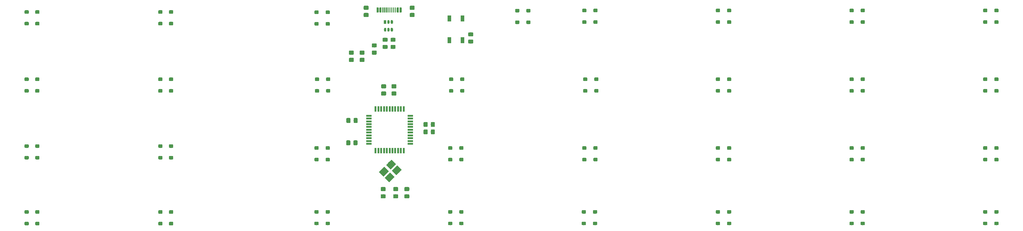
<source format=gbr>
G04 #@! TF.GenerationSoftware,KiCad,Pcbnew,(5.1.2-1)-1*
G04 #@! TF.CreationDate,2020-05-31T12:31:26-05:00*
G04 #@! TF.ProjectId,therick48.16SP,74686572-6963-46b3-9438-2e313653502e,rev?*
G04 #@! TF.SameCoordinates,Original*
G04 #@! TF.FileFunction,Paste,Bot*
G04 #@! TF.FilePolarity,Positive*
%FSLAX46Y46*%
G04 Gerber Fmt 4.6, Leading zero omitted, Abs format (unit mm)*
G04 Created by KiCad (PCBNEW (5.1.2-1)-1) date 2020-05-31 12:31:26*
%MOMM*%
%LPD*%
G04 APERTURE LIST*
%ADD10C,0.100000*%
%ADD11C,1.150000*%
%ADD12C,1.000000*%
%ADD13R,1.100000X1.800000*%
%ADD14C,0.650000*%
%ADD15R,0.650000X1.060000*%
%ADD16C,0.600000*%
%ADD17C,0.300000*%
%ADD18C,1.800000*%
%ADD19R,0.500000X1.500000*%
%ADD20R,1.500000X0.500000*%
G04 APERTURE END LIST*
D10*
G36*
X166082505Y-59996204D02*
G01*
X166106773Y-59999804D01*
X166130572Y-60005765D01*
X166153671Y-60014030D01*
X166175850Y-60024520D01*
X166196893Y-60037132D01*
X166216599Y-60051747D01*
X166234777Y-60068223D01*
X166251253Y-60086401D01*
X166265868Y-60106107D01*
X166278480Y-60127150D01*
X166288970Y-60149329D01*
X166297235Y-60172428D01*
X166303196Y-60196227D01*
X166306796Y-60220495D01*
X166308000Y-60244999D01*
X166308000Y-60895001D01*
X166306796Y-60919505D01*
X166303196Y-60943773D01*
X166297235Y-60967572D01*
X166288970Y-60990671D01*
X166278480Y-61012850D01*
X166265868Y-61033893D01*
X166251253Y-61053599D01*
X166234777Y-61071777D01*
X166216599Y-61088253D01*
X166196893Y-61102868D01*
X166175850Y-61115480D01*
X166153671Y-61125970D01*
X166130572Y-61134235D01*
X166106773Y-61140196D01*
X166082505Y-61143796D01*
X166058001Y-61145000D01*
X165157999Y-61145000D01*
X165133495Y-61143796D01*
X165109227Y-61140196D01*
X165085428Y-61134235D01*
X165062329Y-61125970D01*
X165040150Y-61115480D01*
X165019107Y-61102868D01*
X164999401Y-61088253D01*
X164981223Y-61071777D01*
X164964747Y-61053599D01*
X164950132Y-61033893D01*
X164937520Y-61012850D01*
X164927030Y-60990671D01*
X164918765Y-60967572D01*
X164912804Y-60943773D01*
X164909204Y-60919505D01*
X164908000Y-60895001D01*
X164908000Y-60244999D01*
X164909204Y-60220495D01*
X164912804Y-60196227D01*
X164918765Y-60172428D01*
X164927030Y-60149329D01*
X164937520Y-60127150D01*
X164950132Y-60106107D01*
X164964747Y-60086401D01*
X164981223Y-60068223D01*
X164999401Y-60051747D01*
X165019107Y-60037132D01*
X165040150Y-60024520D01*
X165062329Y-60014030D01*
X165085428Y-60005765D01*
X165109227Y-59999804D01*
X165133495Y-59996204D01*
X165157999Y-59995000D01*
X166058001Y-59995000D01*
X166082505Y-59996204D01*
X166082505Y-59996204D01*
G37*
D11*
X165608000Y-60570000D03*
D10*
G36*
X166082505Y-62046204D02*
G01*
X166106773Y-62049804D01*
X166130572Y-62055765D01*
X166153671Y-62064030D01*
X166175850Y-62074520D01*
X166196893Y-62087132D01*
X166216599Y-62101747D01*
X166234777Y-62118223D01*
X166251253Y-62136401D01*
X166265868Y-62156107D01*
X166278480Y-62177150D01*
X166288970Y-62199329D01*
X166297235Y-62222428D01*
X166303196Y-62246227D01*
X166306796Y-62270495D01*
X166308000Y-62294999D01*
X166308000Y-62945001D01*
X166306796Y-62969505D01*
X166303196Y-62993773D01*
X166297235Y-63017572D01*
X166288970Y-63040671D01*
X166278480Y-63062850D01*
X166265868Y-63083893D01*
X166251253Y-63103599D01*
X166234777Y-63121777D01*
X166216599Y-63138253D01*
X166196893Y-63152868D01*
X166175850Y-63165480D01*
X166153671Y-63175970D01*
X166130572Y-63184235D01*
X166106773Y-63190196D01*
X166082505Y-63193796D01*
X166058001Y-63195000D01*
X165157999Y-63195000D01*
X165133495Y-63193796D01*
X165109227Y-63190196D01*
X165085428Y-63184235D01*
X165062329Y-63175970D01*
X165040150Y-63165480D01*
X165019107Y-63152868D01*
X164999401Y-63138253D01*
X164981223Y-63121777D01*
X164964747Y-63103599D01*
X164950132Y-63083893D01*
X164937520Y-63062850D01*
X164927030Y-63040671D01*
X164918765Y-63017572D01*
X164912804Y-62993773D01*
X164909204Y-62969505D01*
X164908000Y-62945001D01*
X164908000Y-62294999D01*
X164909204Y-62270495D01*
X164912804Y-62246227D01*
X164918765Y-62222428D01*
X164927030Y-62199329D01*
X164937520Y-62177150D01*
X164950132Y-62156107D01*
X164964747Y-62136401D01*
X164981223Y-62118223D01*
X164999401Y-62101747D01*
X165019107Y-62087132D01*
X165040150Y-62074520D01*
X165062329Y-62064030D01*
X165085428Y-62055765D01*
X165109227Y-62049804D01*
X165133495Y-62046204D01*
X165157999Y-62045000D01*
X166058001Y-62045000D01*
X166082505Y-62046204D01*
X166082505Y-62046204D01*
G37*
D11*
X165608000Y-62620000D03*
D10*
G36*
X163034505Y-62046204D02*
G01*
X163058773Y-62049804D01*
X163082572Y-62055765D01*
X163105671Y-62064030D01*
X163127850Y-62074520D01*
X163148893Y-62087132D01*
X163168599Y-62101747D01*
X163186777Y-62118223D01*
X163203253Y-62136401D01*
X163217868Y-62156107D01*
X163230480Y-62177150D01*
X163240970Y-62199329D01*
X163249235Y-62222428D01*
X163255196Y-62246227D01*
X163258796Y-62270495D01*
X163260000Y-62294999D01*
X163260000Y-62945001D01*
X163258796Y-62969505D01*
X163255196Y-62993773D01*
X163249235Y-63017572D01*
X163240970Y-63040671D01*
X163230480Y-63062850D01*
X163217868Y-63083893D01*
X163203253Y-63103599D01*
X163186777Y-63121777D01*
X163168599Y-63138253D01*
X163148893Y-63152868D01*
X163127850Y-63165480D01*
X163105671Y-63175970D01*
X163082572Y-63184235D01*
X163058773Y-63190196D01*
X163034505Y-63193796D01*
X163010001Y-63195000D01*
X162109999Y-63195000D01*
X162085495Y-63193796D01*
X162061227Y-63190196D01*
X162037428Y-63184235D01*
X162014329Y-63175970D01*
X161992150Y-63165480D01*
X161971107Y-63152868D01*
X161951401Y-63138253D01*
X161933223Y-63121777D01*
X161916747Y-63103599D01*
X161902132Y-63083893D01*
X161889520Y-63062850D01*
X161879030Y-63040671D01*
X161870765Y-63017572D01*
X161864804Y-62993773D01*
X161861204Y-62969505D01*
X161860000Y-62945001D01*
X161860000Y-62294999D01*
X161861204Y-62270495D01*
X161864804Y-62246227D01*
X161870765Y-62222428D01*
X161879030Y-62199329D01*
X161889520Y-62177150D01*
X161902132Y-62156107D01*
X161916747Y-62136401D01*
X161933223Y-62118223D01*
X161951401Y-62101747D01*
X161971107Y-62087132D01*
X161992150Y-62074520D01*
X162014329Y-62064030D01*
X162037428Y-62055765D01*
X162061227Y-62049804D01*
X162085495Y-62046204D01*
X162109999Y-62045000D01*
X163010001Y-62045000D01*
X163034505Y-62046204D01*
X163034505Y-62046204D01*
G37*
D11*
X162560000Y-62620000D03*
D10*
G36*
X163034505Y-59996204D02*
G01*
X163058773Y-59999804D01*
X163082572Y-60005765D01*
X163105671Y-60014030D01*
X163127850Y-60024520D01*
X163148893Y-60037132D01*
X163168599Y-60051747D01*
X163186777Y-60068223D01*
X163203253Y-60086401D01*
X163217868Y-60106107D01*
X163230480Y-60127150D01*
X163240970Y-60149329D01*
X163249235Y-60172428D01*
X163255196Y-60196227D01*
X163258796Y-60220495D01*
X163260000Y-60244999D01*
X163260000Y-60895001D01*
X163258796Y-60919505D01*
X163255196Y-60943773D01*
X163249235Y-60967572D01*
X163240970Y-60990671D01*
X163230480Y-61012850D01*
X163217868Y-61033893D01*
X163203253Y-61053599D01*
X163186777Y-61071777D01*
X163168599Y-61088253D01*
X163148893Y-61102868D01*
X163127850Y-61115480D01*
X163105671Y-61125970D01*
X163082572Y-61134235D01*
X163058773Y-61140196D01*
X163034505Y-61143796D01*
X163010001Y-61145000D01*
X162109999Y-61145000D01*
X162085495Y-61143796D01*
X162061227Y-61140196D01*
X162037428Y-61134235D01*
X162014329Y-61125970D01*
X161992150Y-61115480D01*
X161971107Y-61102868D01*
X161951401Y-61088253D01*
X161933223Y-61071777D01*
X161916747Y-61053599D01*
X161902132Y-61033893D01*
X161889520Y-61012850D01*
X161879030Y-60990671D01*
X161870765Y-60967572D01*
X161864804Y-60943773D01*
X161861204Y-60919505D01*
X161860000Y-60895001D01*
X161860000Y-60244999D01*
X161861204Y-60220495D01*
X161864804Y-60196227D01*
X161870765Y-60172428D01*
X161879030Y-60149329D01*
X161889520Y-60127150D01*
X161902132Y-60106107D01*
X161916747Y-60086401D01*
X161933223Y-60068223D01*
X161951401Y-60051747D01*
X161971107Y-60037132D01*
X161992150Y-60024520D01*
X162014329Y-60014030D01*
X162037428Y-60005765D01*
X162061227Y-59999804D01*
X162085495Y-59996204D01*
X162109999Y-59995000D01*
X163010001Y-59995000D01*
X163034505Y-59996204D01*
X163034505Y-59996204D01*
G37*
D11*
X162560000Y-60570000D03*
D10*
G36*
X346214503Y-51374581D02*
G01*
X346238772Y-51378181D01*
X346262570Y-51384142D01*
X346285670Y-51392407D01*
X346307848Y-51402897D01*
X346328892Y-51415510D01*
X346348597Y-51430124D01*
X346366776Y-51446600D01*
X346383252Y-51464779D01*
X346397866Y-51484484D01*
X346410479Y-51505528D01*
X346420969Y-51527706D01*
X346429234Y-51550806D01*
X346435195Y-51574604D01*
X346438795Y-51598873D01*
X346439999Y-51623377D01*
X346439999Y-52123377D01*
X346438795Y-52147881D01*
X346435195Y-52172150D01*
X346429234Y-52195948D01*
X346420969Y-52219048D01*
X346410479Y-52241226D01*
X346397866Y-52262270D01*
X346383252Y-52281975D01*
X346366776Y-52300154D01*
X346348597Y-52316630D01*
X346328892Y-52331244D01*
X346307848Y-52343857D01*
X346285670Y-52354347D01*
X346262570Y-52362612D01*
X346238772Y-52368573D01*
X346214503Y-52372173D01*
X346189999Y-52373377D01*
X345489999Y-52373377D01*
X345465495Y-52372173D01*
X345441226Y-52368573D01*
X345417428Y-52362612D01*
X345394328Y-52354347D01*
X345372150Y-52343857D01*
X345351106Y-52331244D01*
X345331401Y-52316630D01*
X345313222Y-52300154D01*
X345296746Y-52281975D01*
X345282132Y-52262270D01*
X345269519Y-52241226D01*
X345259029Y-52219048D01*
X345250764Y-52195948D01*
X345244803Y-52172150D01*
X345241203Y-52147881D01*
X345239999Y-52123377D01*
X345239999Y-51623377D01*
X345241203Y-51598873D01*
X345244803Y-51574604D01*
X345250764Y-51550806D01*
X345259029Y-51527706D01*
X345269519Y-51505528D01*
X345282132Y-51484484D01*
X345296746Y-51464779D01*
X345313222Y-51446600D01*
X345331401Y-51430124D01*
X345351106Y-51415510D01*
X345372150Y-51402897D01*
X345394328Y-51392407D01*
X345417428Y-51384142D01*
X345441226Y-51378181D01*
X345465495Y-51374581D01*
X345489999Y-51373377D01*
X346189999Y-51373377D01*
X346214503Y-51374581D01*
X346214503Y-51374581D01*
G37*
D12*
X345839999Y-51873377D03*
D10*
G36*
X346214503Y-48074581D02*
G01*
X346238772Y-48078181D01*
X346262570Y-48084142D01*
X346285670Y-48092407D01*
X346307848Y-48102897D01*
X346328892Y-48115510D01*
X346348597Y-48130124D01*
X346366776Y-48146600D01*
X346383252Y-48164779D01*
X346397866Y-48184484D01*
X346410479Y-48205528D01*
X346420969Y-48227706D01*
X346429234Y-48250806D01*
X346435195Y-48274604D01*
X346438795Y-48298873D01*
X346439999Y-48323377D01*
X346439999Y-48823377D01*
X346438795Y-48847881D01*
X346435195Y-48872150D01*
X346429234Y-48895948D01*
X346420969Y-48919048D01*
X346410479Y-48941226D01*
X346397866Y-48962270D01*
X346383252Y-48981975D01*
X346366776Y-49000154D01*
X346348597Y-49016630D01*
X346328892Y-49031244D01*
X346307848Y-49043857D01*
X346285670Y-49054347D01*
X346262570Y-49062612D01*
X346238772Y-49068573D01*
X346214503Y-49072173D01*
X346189999Y-49073377D01*
X345489999Y-49073377D01*
X345465495Y-49072173D01*
X345441226Y-49068573D01*
X345417428Y-49062612D01*
X345394328Y-49054347D01*
X345372150Y-49043857D01*
X345351106Y-49031244D01*
X345331401Y-49016630D01*
X345313222Y-49000154D01*
X345296746Y-48981975D01*
X345282132Y-48962270D01*
X345269519Y-48941226D01*
X345259029Y-48919048D01*
X345250764Y-48895948D01*
X345244803Y-48872150D01*
X345241203Y-48847881D01*
X345239999Y-48823377D01*
X345239999Y-48323377D01*
X345241203Y-48298873D01*
X345244803Y-48274604D01*
X345250764Y-48250806D01*
X345259029Y-48227706D01*
X345269519Y-48205528D01*
X345282132Y-48184484D01*
X345296746Y-48164779D01*
X345313222Y-48146600D01*
X345331401Y-48130124D01*
X345351106Y-48115510D01*
X345372150Y-48102897D01*
X345394328Y-48092407D01*
X345417428Y-48084142D01*
X345441226Y-48078181D01*
X345465495Y-48074581D01*
X345489999Y-48073377D01*
X346189999Y-48073377D01*
X346214503Y-48074581D01*
X346214503Y-48074581D01*
G37*
D12*
X345839999Y-48573377D03*
D10*
G36*
X111714494Y-108689206D02*
G01*
X111738763Y-108692806D01*
X111762561Y-108698767D01*
X111785661Y-108707032D01*
X111807839Y-108717522D01*
X111828883Y-108730135D01*
X111848588Y-108744749D01*
X111866767Y-108761225D01*
X111883243Y-108779404D01*
X111897857Y-108799109D01*
X111910470Y-108820153D01*
X111920960Y-108842331D01*
X111929225Y-108865431D01*
X111935186Y-108889229D01*
X111938786Y-108913498D01*
X111939990Y-108938002D01*
X111939990Y-109438002D01*
X111938786Y-109462506D01*
X111935186Y-109486775D01*
X111929225Y-109510573D01*
X111920960Y-109533673D01*
X111910470Y-109555851D01*
X111897857Y-109576895D01*
X111883243Y-109596600D01*
X111866767Y-109614779D01*
X111848588Y-109631255D01*
X111828883Y-109645869D01*
X111807839Y-109658482D01*
X111785661Y-109668972D01*
X111762561Y-109677237D01*
X111738763Y-109683198D01*
X111714494Y-109686798D01*
X111689990Y-109688002D01*
X110989990Y-109688002D01*
X110965486Y-109686798D01*
X110941217Y-109683198D01*
X110917419Y-109677237D01*
X110894319Y-109668972D01*
X110872141Y-109658482D01*
X110851097Y-109645869D01*
X110831392Y-109631255D01*
X110813213Y-109614779D01*
X110796737Y-109596600D01*
X110782123Y-109576895D01*
X110769510Y-109555851D01*
X110759020Y-109533673D01*
X110750755Y-109510573D01*
X110744794Y-109486775D01*
X110741194Y-109462506D01*
X110739990Y-109438002D01*
X110739990Y-108938002D01*
X110741194Y-108913498D01*
X110744794Y-108889229D01*
X110750755Y-108865431D01*
X110759020Y-108842331D01*
X110769510Y-108820153D01*
X110782123Y-108799109D01*
X110796737Y-108779404D01*
X110813213Y-108761225D01*
X110831392Y-108744749D01*
X110851097Y-108730135D01*
X110872141Y-108717522D01*
X110894319Y-108707032D01*
X110917419Y-108698767D01*
X110941217Y-108692806D01*
X110965486Y-108689206D01*
X110989990Y-108688002D01*
X111689990Y-108688002D01*
X111714494Y-108689206D01*
X111714494Y-108689206D01*
G37*
D12*
X111339990Y-109188002D03*
D10*
G36*
X111714494Y-105389206D02*
G01*
X111738763Y-105392806D01*
X111762561Y-105398767D01*
X111785661Y-105407032D01*
X111807839Y-105417522D01*
X111828883Y-105430135D01*
X111848588Y-105444749D01*
X111866767Y-105461225D01*
X111883243Y-105479404D01*
X111897857Y-105499109D01*
X111910470Y-105520153D01*
X111920960Y-105542331D01*
X111929225Y-105565431D01*
X111935186Y-105589229D01*
X111938786Y-105613498D01*
X111939990Y-105638002D01*
X111939990Y-106138002D01*
X111938786Y-106162506D01*
X111935186Y-106186775D01*
X111929225Y-106210573D01*
X111920960Y-106233673D01*
X111910470Y-106255851D01*
X111897857Y-106276895D01*
X111883243Y-106296600D01*
X111866767Y-106314779D01*
X111848588Y-106331255D01*
X111828883Y-106345869D01*
X111807839Y-106358482D01*
X111785661Y-106368972D01*
X111762561Y-106377237D01*
X111738763Y-106383198D01*
X111714494Y-106386798D01*
X111689990Y-106388002D01*
X110989990Y-106388002D01*
X110965486Y-106386798D01*
X110941217Y-106383198D01*
X110917419Y-106377237D01*
X110894319Y-106368972D01*
X110872141Y-106358482D01*
X110851097Y-106345869D01*
X110831392Y-106331255D01*
X110813213Y-106314779D01*
X110796737Y-106296600D01*
X110782123Y-106276895D01*
X110769510Y-106255851D01*
X110759020Y-106233673D01*
X110750755Y-106210573D01*
X110744794Y-106186775D01*
X110741194Y-106162506D01*
X110739990Y-106138002D01*
X110739990Y-105638002D01*
X110741194Y-105613498D01*
X110744794Y-105589229D01*
X110750755Y-105565431D01*
X110759020Y-105542331D01*
X110769510Y-105520153D01*
X110782123Y-105499109D01*
X110796737Y-105479404D01*
X110813213Y-105461225D01*
X110831392Y-105444749D01*
X110851097Y-105430135D01*
X110872141Y-105417522D01*
X110894319Y-105407032D01*
X110917419Y-105398767D01*
X110941217Y-105392806D01*
X110965486Y-105389206D01*
X110989990Y-105388002D01*
X111689990Y-105388002D01*
X111714494Y-105389206D01*
X111714494Y-105389206D01*
G37*
D12*
X111339990Y-105888002D03*
D10*
G36*
X108674494Y-108689206D02*
G01*
X108698763Y-108692806D01*
X108722561Y-108698767D01*
X108745661Y-108707032D01*
X108767839Y-108717522D01*
X108788883Y-108730135D01*
X108808588Y-108744749D01*
X108826767Y-108761225D01*
X108843243Y-108779404D01*
X108857857Y-108799109D01*
X108870470Y-108820153D01*
X108880960Y-108842331D01*
X108889225Y-108865431D01*
X108895186Y-108889229D01*
X108898786Y-108913498D01*
X108899990Y-108938002D01*
X108899990Y-109438002D01*
X108898786Y-109462506D01*
X108895186Y-109486775D01*
X108889225Y-109510573D01*
X108880960Y-109533673D01*
X108870470Y-109555851D01*
X108857857Y-109576895D01*
X108843243Y-109596600D01*
X108826767Y-109614779D01*
X108808588Y-109631255D01*
X108788883Y-109645869D01*
X108767839Y-109658482D01*
X108745661Y-109668972D01*
X108722561Y-109677237D01*
X108698763Y-109683198D01*
X108674494Y-109686798D01*
X108649990Y-109688002D01*
X107949990Y-109688002D01*
X107925486Y-109686798D01*
X107901217Y-109683198D01*
X107877419Y-109677237D01*
X107854319Y-109668972D01*
X107832141Y-109658482D01*
X107811097Y-109645869D01*
X107791392Y-109631255D01*
X107773213Y-109614779D01*
X107756737Y-109596600D01*
X107742123Y-109576895D01*
X107729510Y-109555851D01*
X107719020Y-109533673D01*
X107710755Y-109510573D01*
X107704794Y-109486775D01*
X107701194Y-109462506D01*
X107699990Y-109438002D01*
X107699990Y-108938002D01*
X107701194Y-108913498D01*
X107704794Y-108889229D01*
X107710755Y-108865431D01*
X107719020Y-108842331D01*
X107729510Y-108820153D01*
X107742123Y-108799109D01*
X107756737Y-108779404D01*
X107773213Y-108761225D01*
X107791392Y-108744749D01*
X107811097Y-108730135D01*
X107832141Y-108717522D01*
X107854319Y-108707032D01*
X107877419Y-108698767D01*
X107901217Y-108692806D01*
X107925486Y-108689206D01*
X107949990Y-108688002D01*
X108649990Y-108688002D01*
X108674494Y-108689206D01*
X108674494Y-108689206D01*
G37*
D12*
X108299990Y-109188002D03*
D10*
G36*
X108674494Y-105389206D02*
G01*
X108698763Y-105392806D01*
X108722561Y-105398767D01*
X108745661Y-105407032D01*
X108767839Y-105417522D01*
X108788883Y-105430135D01*
X108808588Y-105444749D01*
X108826767Y-105461225D01*
X108843243Y-105479404D01*
X108857857Y-105499109D01*
X108870470Y-105520153D01*
X108880960Y-105542331D01*
X108889225Y-105565431D01*
X108895186Y-105589229D01*
X108898786Y-105613498D01*
X108899990Y-105638002D01*
X108899990Y-106138002D01*
X108898786Y-106162506D01*
X108895186Y-106186775D01*
X108889225Y-106210573D01*
X108880960Y-106233673D01*
X108870470Y-106255851D01*
X108857857Y-106276895D01*
X108843243Y-106296600D01*
X108826767Y-106314779D01*
X108808588Y-106331255D01*
X108788883Y-106345869D01*
X108767839Y-106358482D01*
X108745661Y-106368972D01*
X108722561Y-106377237D01*
X108698763Y-106383198D01*
X108674494Y-106386798D01*
X108649990Y-106388002D01*
X107949990Y-106388002D01*
X107925486Y-106386798D01*
X107901217Y-106383198D01*
X107877419Y-106377237D01*
X107854319Y-106368972D01*
X107832141Y-106358482D01*
X107811097Y-106345869D01*
X107791392Y-106331255D01*
X107773213Y-106314779D01*
X107756737Y-106296600D01*
X107742123Y-106276895D01*
X107729510Y-106255851D01*
X107719020Y-106233673D01*
X107710755Y-106210573D01*
X107704794Y-106186775D01*
X107701194Y-106162506D01*
X107699990Y-106138002D01*
X107699990Y-105638002D01*
X107701194Y-105613498D01*
X107704794Y-105589229D01*
X107710755Y-105565431D01*
X107719020Y-105542331D01*
X107729510Y-105520153D01*
X107742123Y-105499109D01*
X107756737Y-105479404D01*
X107773213Y-105461225D01*
X107791392Y-105444749D01*
X107811097Y-105430135D01*
X107832141Y-105417522D01*
X107854319Y-105407032D01*
X107877419Y-105398767D01*
X107901217Y-105392806D01*
X107925486Y-105389206D01*
X107949990Y-105388002D01*
X108649990Y-105388002D01*
X108674494Y-105389206D01*
X108674494Y-105389206D01*
G37*
D12*
X108299990Y-105888002D03*
D10*
G36*
X73714494Y-108689206D02*
G01*
X73738763Y-108692806D01*
X73762561Y-108698767D01*
X73785661Y-108707032D01*
X73807839Y-108717522D01*
X73828883Y-108730135D01*
X73848588Y-108744749D01*
X73866767Y-108761225D01*
X73883243Y-108779404D01*
X73897857Y-108799109D01*
X73910470Y-108820153D01*
X73920960Y-108842331D01*
X73929225Y-108865431D01*
X73935186Y-108889229D01*
X73938786Y-108913498D01*
X73939990Y-108938002D01*
X73939990Y-109438002D01*
X73938786Y-109462506D01*
X73935186Y-109486775D01*
X73929225Y-109510573D01*
X73920960Y-109533673D01*
X73910470Y-109555851D01*
X73897857Y-109576895D01*
X73883243Y-109596600D01*
X73866767Y-109614779D01*
X73848588Y-109631255D01*
X73828883Y-109645869D01*
X73807839Y-109658482D01*
X73785661Y-109668972D01*
X73762561Y-109677237D01*
X73738763Y-109683198D01*
X73714494Y-109686798D01*
X73689990Y-109688002D01*
X72989990Y-109688002D01*
X72965486Y-109686798D01*
X72941217Y-109683198D01*
X72917419Y-109677237D01*
X72894319Y-109668972D01*
X72872141Y-109658482D01*
X72851097Y-109645869D01*
X72831392Y-109631255D01*
X72813213Y-109614779D01*
X72796737Y-109596600D01*
X72782123Y-109576895D01*
X72769510Y-109555851D01*
X72759020Y-109533673D01*
X72750755Y-109510573D01*
X72744794Y-109486775D01*
X72741194Y-109462506D01*
X72739990Y-109438002D01*
X72739990Y-108938002D01*
X72741194Y-108913498D01*
X72744794Y-108889229D01*
X72750755Y-108865431D01*
X72759020Y-108842331D01*
X72769510Y-108820153D01*
X72782123Y-108799109D01*
X72796737Y-108779404D01*
X72813213Y-108761225D01*
X72831392Y-108744749D01*
X72851097Y-108730135D01*
X72872141Y-108717522D01*
X72894319Y-108707032D01*
X72917419Y-108698767D01*
X72941217Y-108692806D01*
X72965486Y-108689206D01*
X72989990Y-108688002D01*
X73689990Y-108688002D01*
X73714494Y-108689206D01*
X73714494Y-108689206D01*
G37*
D12*
X73339990Y-109188002D03*
D10*
G36*
X73714494Y-105389206D02*
G01*
X73738763Y-105392806D01*
X73762561Y-105398767D01*
X73785661Y-105407032D01*
X73807839Y-105417522D01*
X73828883Y-105430135D01*
X73848588Y-105444749D01*
X73866767Y-105461225D01*
X73883243Y-105479404D01*
X73897857Y-105499109D01*
X73910470Y-105520153D01*
X73920960Y-105542331D01*
X73929225Y-105565431D01*
X73935186Y-105589229D01*
X73938786Y-105613498D01*
X73939990Y-105638002D01*
X73939990Y-106138002D01*
X73938786Y-106162506D01*
X73935186Y-106186775D01*
X73929225Y-106210573D01*
X73920960Y-106233673D01*
X73910470Y-106255851D01*
X73897857Y-106276895D01*
X73883243Y-106296600D01*
X73866767Y-106314779D01*
X73848588Y-106331255D01*
X73828883Y-106345869D01*
X73807839Y-106358482D01*
X73785661Y-106368972D01*
X73762561Y-106377237D01*
X73738763Y-106383198D01*
X73714494Y-106386798D01*
X73689990Y-106388002D01*
X72989990Y-106388002D01*
X72965486Y-106386798D01*
X72941217Y-106383198D01*
X72917419Y-106377237D01*
X72894319Y-106368972D01*
X72872141Y-106358482D01*
X72851097Y-106345869D01*
X72831392Y-106331255D01*
X72813213Y-106314779D01*
X72796737Y-106296600D01*
X72782123Y-106276895D01*
X72769510Y-106255851D01*
X72759020Y-106233673D01*
X72750755Y-106210573D01*
X72744794Y-106186775D01*
X72741194Y-106162506D01*
X72739990Y-106138002D01*
X72739990Y-105638002D01*
X72741194Y-105613498D01*
X72744794Y-105589229D01*
X72750755Y-105565431D01*
X72759020Y-105542331D01*
X72769510Y-105520153D01*
X72782123Y-105499109D01*
X72796737Y-105479404D01*
X72813213Y-105461225D01*
X72831392Y-105444749D01*
X72851097Y-105430135D01*
X72872141Y-105417522D01*
X72894319Y-105407032D01*
X72917419Y-105398767D01*
X72941217Y-105392806D01*
X72965486Y-105389206D01*
X72989990Y-105388002D01*
X73689990Y-105388002D01*
X73714494Y-105389206D01*
X73714494Y-105389206D01*
G37*
D12*
X73339990Y-105888002D03*
D10*
G36*
X70674494Y-108689206D02*
G01*
X70698763Y-108692806D01*
X70722561Y-108698767D01*
X70745661Y-108707032D01*
X70767839Y-108717522D01*
X70788883Y-108730135D01*
X70808588Y-108744749D01*
X70826767Y-108761225D01*
X70843243Y-108779404D01*
X70857857Y-108799109D01*
X70870470Y-108820153D01*
X70880960Y-108842331D01*
X70889225Y-108865431D01*
X70895186Y-108889229D01*
X70898786Y-108913498D01*
X70899990Y-108938002D01*
X70899990Y-109438002D01*
X70898786Y-109462506D01*
X70895186Y-109486775D01*
X70889225Y-109510573D01*
X70880960Y-109533673D01*
X70870470Y-109555851D01*
X70857857Y-109576895D01*
X70843243Y-109596600D01*
X70826767Y-109614779D01*
X70808588Y-109631255D01*
X70788883Y-109645869D01*
X70767839Y-109658482D01*
X70745661Y-109668972D01*
X70722561Y-109677237D01*
X70698763Y-109683198D01*
X70674494Y-109686798D01*
X70649990Y-109688002D01*
X69949990Y-109688002D01*
X69925486Y-109686798D01*
X69901217Y-109683198D01*
X69877419Y-109677237D01*
X69854319Y-109668972D01*
X69832141Y-109658482D01*
X69811097Y-109645869D01*
X69791392Y-109631255D01*
X69773213Y-109614779D01*
X69756737Y-109596600D01*
X69742123Y-109576895D01*
X69729510Y-109555851D01*
X69719020Y-109533673D01*
X69710755Y-109510573D01*
X69704794Y-109486775D01*
X69701194Y-109462506D01*
X69699990Y-109438002D01*
X69699990Y-108938002D01*
X69701194Y-108913498D01*
X69704794Y-108889229D01*
X69710755Y-108865431D01*
X69719020Y-108842331D01*
X69729510Y-108820153D01*
X69742123Y-108799109D01*
X69756737Y-108779404D01*
X69773213Y-108761225D01*
X69791392Y-108744749D01*
X69811097Y-108730135D01*
X69832141Y-108717522D01*
X69854319Y-108707032D01*
X69877419Y-108698767D01*
X69901217Y-108692806D01*
X69925486Y-108689206D01*
X69949990Y-108688002D01*
X70649990Y-108688002D01*
X70674494Y-108689206D01*
X70674494Y-108689206D01*
G37*
D12*
X70299990Y-109188002D03*
D10*
G36*
X70674494Y-105389206D02*
G01*
X70698763Y-105392806D01*
X70722561Y-105398767D01*
X70745661Y-105407032D01*
X70767839Y-105417522D01*
X70788883Y-105430135D01*
X70808588Y-105444749D01*
X70826767Y-105461225D01*
X70843243Y-105479404D01*
X70857857Y-105499109D01*
X70870470Y-105520153D01*
X70880960Y-105542331D01*
X70889225Y-105565431D01*
X70895186Y-105589229D01*
X70898786Y-105613498D01*
X70899990Y-105638002D01*
X70899990Y-106138002D01*
X70898786Y-106162506D01*
X70895186Y-106186775D01*
X70889225Y-106210573D01*
X70880960Y-106233673D01*
X70870470Y-106255851D01*
X70857857Y-106276895D01*
X70843243Y-106296600D01*
X70826767Y-106314779D01*
X70808588Y-106331255D01*
X70788883Y-106345869D01*
X70767839Y-106358482D01*
X70745661Y-106368972D01*
X70722561Y-106377237D01*
X70698763Y-106383198D01*
X70674494Y-106386798D01*
X70649990Y-106388002D01*
X69949990Y-106388002D01*
X69925486Y-106386798D01*
X69901217Y-106383198D01*
X69877419Y-106377237D01*
X69854319Y-106368972D01*
X69832141Y-106358482D01*
X69811097Y-106345869D01*
X69791392Y-106331255D01*
X69773213Y-106314779D01*
X69756737Y-106296600D01*
X69742123Y-106276895D01*
X69729510Y-106255851D01*
X69719020Y-106233673D01*
X69710755Y-106210573D01*
X69704794Y-106186775D01*
X69701194Y-106162506D01*
X69699990Y-106138002D01*
X69699990Y-105638002D01*
X69701194Y-105613498D01*
X69704794Y-105589229D01*
X69710755Y-105565431D01*
X69719020Y-105542331D01*
X69729510Y-105520153D01*
X69742123Y-105499109D01*
X69756737Y-105479404D01*
X69773213Y-105461225D01*
X69791392Y-105444749D01*
X69811097Y-105430135D01*
X69832141Y-105417522D01*
X69854319Y-105407032D01*
X69877419Y-105398767D01*
X69901217Y-105392806D01*
X69925486Y-105389206D01*
X69949990Y-105388002D01*
X70649990Y-105388002D01*
X70674494Y-105389206D01*
X70674494Y-105389206D01*
G37*
D12*
X70299990Y-105888002D03*
D10*
G36*
X111714494Y-89944206D02*
G01*
X111738763Y-89947806D01*
X111762561Y-89953767D01*
X111785661Y-89962032D01*
X111807839Y-89972522D01*
X111828883Y-89985135D01*
X111848588Y-89999749D01*
X111866767Y-90016225D01*
X111883243Y-90034404D01*
X111897857Y-90054109D01*
X111910470Y-90075153D01*
X111920960Y-90097331D01*
X111929225Y-90120431D01*
X111935186Y-90144229D01*
X111938786Y-90168498D01*
X111939990Y-90193002D01*
X111939990Y-90693002D01*
X111938786Y-90717506D01*
X111935186Y-90741775D01*
X111929225Y-90765573D01*
X111920960Y-90788673D01*
X111910470Y-90810851D01*
X111897857Y-90831895D01*
X111883243Y-90851600D01*
X111866767Y-90869779D01*
X111848588Y-90886255D01*
X111828883Y-90900869D01*
X111807839Y-90913482D01*
X111785661Y-90923972D01*
X111762561Y-90932237D01*
X111738763Y-90938198D01*
X111714494Y-90941798D01*
X111689990Y-90943002D01*
X110989990Y-90943002D01*
X110965486Y-90941798D01*
X110941217Y-90938198D01*
X110917419Y-90932237D01*
X110894319Y-90923972D01*
X110872141Y-90913482D01*
X110851097Y-90900869D01*
X110831392Y-90886255D01*
X110813213Y-90869779D01*
X110796737Y-90851600D01*
X110782123Y-90831895D01*
X110769510Y-90810851D01*
X110759020Y-90788673D01*
X110750755Y-90765573D01*
X110744794Y-90741775D01*
X110741194Y-90717506D01*
X110739990Y-90693002D01*
X110739990Y-90193002D01*
X110741194Y-90168498D01*
X110744794Y-90144229D01*
X110750755Y-90120431D01*
X110759020Y-90097331D01*
X110769510Y-90075153D01*
X110782123Y-90054109D01*
X110796737Y-90034404D01*
X110813213Y-90016225D01*
X110831392Y-89999749D01*
X110851097Y-89985135D01*
X110872141Y-89972522D01*
X110894319Y-89962032D01*
X110917419Y-89953767D01*
X110941217Y-89947806D01*
X110965486Y-89944206D01*
X110989990Y-89943002D01*
X111689990Y-89943002D01*
X111714494Y-89944206D01*
X111714494Y-89944206D01*
G37*
D12*
X111339990Y-90443002D03*
D10*
G36*
X111714494Y-86644206D02*
G01*
X111738763Y-86647806D01*
X111762561Y-86653767D01*
X111785661Y-86662032D01*
X111807839Y-86672522D01*
X111828883Y-86685135D01*
X111848588Y-86699749D01*
X111866767Y-86716225D01*
X111883243Y-86734404D01*
X111897857Y-86754109D01*
X111910470Y-86775153D01*
X111920960Y-86797331D01*
X111929225Y-86820431D01*
X111935186Y-86844229D01*
X111938786Y-86868498D01*
X111939990Y-86893002D01*
X111939990Y-87393002D01*
X111938786Y-87417506D01*
X111935186Y-87441775D01*
X111929225Y-87465573D01*
X111920960Y-87488673D01*
X111910470Y-87510851D01*
X111897857Y-87531895D01*
X111883243Y-87551600D01*
X111866767Y-87569779D01*
X111848588Y-87586255D01*
X111828883Y-87600869D01*
X111807839Y-87613482D01*
X111785661Y-87623972D01*
X111762561Y-87632237D01*
X111738763Y-87638198D01*
X111714494Y-87641798D01*
X111689990Y-87643002D01*
X110989990Y-87643002D01*
X110965486Y-87641798D01*
X110941217Y-87638198D01*
X110917419Y-87632237D01*
X110894319Y-87623972D01*
X110872141Y-87613482D01*
X110851097Y-87600869D01*
X110831392Y-87586255D01*
X110813213Y-87569779D01*
X110796737Y-87551600D01*
X110782123Y-87531895D01*
X110769510Y-87510851D01*
X110759020Y-87488673D01*
X110750755Y-87465573D01*
X110744794Y-87441775D01*
X110741194Y-87417506D01*
X110739990Y-87393002D01*
X110739990Y-86893002D01*
X110741194Y-86868498D01*
X110744794Y-86844229D01*
X110750755Y-86820431D01*
X110759020Y-86797331D01*
X110769510Y-86775153D01*
X110782123Y-86754109D01*
X110796737Y-86734404D01*
X110813213Y-86716225D01*
X110831392Y-86699749D01*
X110851097Y-86685135D01*
X110872141Y-86672522D01*
X110894319Y-86662032D01*
X110917419Y-86653767D01*
X110941217Y-86647806D01*
X110965486Y-86644206D01*
X110989990Y-86643002D01*
X111689990Y-86643002D01*
X111714494Y-86644206D01*
X111714494Y-86644206D01*
G37*
D12*
X111339990Y-87143002D03*
D10*
G36*
X108674494Y-89944206D02*
G01*
X108698763Y-89947806D01*
X108722561Y-89953767D01*
X108745661Y-89962032D01*
X108767839Y-89972522D01*
X108788883Y-89985135D01*
X108808588Y-89999749D01*
X108826767Y-90016225D01*
X108843243Y-90034404D01*
X108857857Y-90054109D01*
X108870470Y-90075153D01*
X108880960Y-90097331D01*
X108889225Y-90120431D01*
X108895186Y-90144229D01*
X108898786Y-90168498D01*
X108899990Y-90193002D01*
X108899990Y-90693002D01*
X108898786Y-90717506D01*
X108895186Y-90741775D01*
X108889225Y-90765573D01*
X108880960Y-90788673D01*
X108870470Y-90810851D01*
X108857857Y-90831895D01*
X108843243Y-90851600D01*
X108826767Y-90869779D01*
X108808588Y-90886255D01*
X108788883Y-90900869D01*
X108767839Y-90913482D01*
X108745661Y-90923972D01*
X108722561Y-90932237D01*
X108698763Y-90938198D01*
X108674494Y-90941798D01*
X108649990Y-90943002D01*
X107949990Y-90943002D01*
X107925486Y-90941798D01*
X107901217Y-90938198D01*
X107877419Y-90932237D01*
X107854319Y-90923972D01*
X107832141Y-90913482D01*
X107811097Y-90900869D01*
X107791392Y-90886255D01*
X107773213Y-90869779D01*
X107756737Y-90851600D01*
X107742123Y-90831895D01*
X107729510Y-90810851D01*
X107719020Y-90788673D01*
X107710755Y-90765573D01*
X107704794Y-90741775D01*
X107701194Y-90717506D01*
X107699990Y-90693002D01*
X107699990Y-90193002D01*
X107701194Y-90168498D01*
X107704794Y-90144229D01*
X107710755Y-90120431D01*
X107719020Y-90097331D01*
X107729510Y-90075153D01*
X107742123Y-90054109D01*
X107756737Y-90034404D01*
X107773213Y-90016225D01*
X107791392Y-89999749D01*
X107811097Y-89985135D01*
X107832141Y-89972522D01*
X107854319Y-89962032D01*
X107877419Y-89953767D01*
X107901217Y-89947806D01*
X107925486Y-89944206D01*
X107949990Y-89943002D01*
X108649990Y-89943002D01*
X108674494Y-89944206D01*
X108674494Y-89944206D01*
G37*
D12*
X108299990Y-90443002D03*
D10*
G36*
X108674494Y-86644206D02*
G01*
X108698763Y-86647806D01*
X108722561Y-86653767D01*
X108745661Y-86662032D01*
X108767839Y-86672522D01*
X108788883Y-86685135D01*
X108808588Y-86699749D01*
X108826767Y-86716225D01*
X108843243Y-86734404D01*
X108857857Y-86754109D01*
X108870470Y-86775153D01*
X108880960Y-86797331D01*
X108889225Y-86820431D01*
X108895186Y-86844229D01*
X108898786Y-86868498D01*
X108899990Y-86893002D01*
X108899990Y-87393002D01*
X108898786Y-87417506D01*
X108895186Y-87441775D01*
X108889225Y-87465573D01*
X108880960Y-87488673D01*
X108870470Y-87510851D01*
X108857857Y-87531895D01*
X108843243Y-87551600D01*
X108826767Y-87569779D01*
X108808588Y-87586255D01*
X108788883Y-87600869D01*
X108767839Y-87613482D01*
X108745661Y-87623972D01*
X108722561Y-87632237D01*
X108698763Y-87638198D01*
X108674494Y-87641798D01*
X108649990Y-87643002D01*
X107949990Y-87643002D01*
X107925486Y-87641798D01*
X107901217Y-87638198D01*
X107877419Y-87632237D01*
X107854319Y-87623972D01*
X107832141Y-87613482D01*
X107811097Y-87600869D01*
X107791392Y-87586255D01*
X107773213Y-87569779D01*
X107756737Y-87551600D01*
X107742123Y-87531895D01*
X107729510Y-87510851D01*
X107719020Y-87488673D01*
X107710755Y-87465573D01*
X107704794Y-87441775D01*
X107701194Y-87417506D01*
X107699990Y-87393002D01*
X107699990Y-86893002D01*
X107701194Y-86868498D01*
X107704794Y-86844229D01*
X107710755Y-86820431D01*
X107719020Y-86797331D01*
X107729510Y-86775153D01*
X107742123Y-86754109D01*
X107756737Y-86734404D01*
X107773213Y-86716225D01*
X107791392Y-86699749D01*
X107811097Y-86685135D01*
X107832141Y-86672522D01*
X107854319Y-86662032D01*
X107877419Y-86653767D01*
X107901217Y-86647806D01*
X107925486Y-86644206D01*
X107949990Y-86643002D01*
X108649990Y-86643002D01*
X108674494Y-86644206D01*
X108674494Y-86644206D01*
G37*
D12*
X108299990Y-87143002D03*
D10*
G36*
X73714494Y-89944206D02*
G01*
X73738763Y-89947806D01*
X73762561Y-89953767D01*
X73785661Y-89962032D01*
X73807839Y-89972522D01*
X73828883Y-89985135D01*
X73848588Y-89999749D01*
X73866767Y-90016225D01*
X73883243Y-90034404D01*
X73897857Y-90054109D01*
X73910470Y-90075153D01*
X73920960Y-90097331D01*
X73929225Y-90120431D01*
X73935186Y-90144229D01*
X73938786Y-90168498D01*
X73939990Y-90193002D01*
X73939990Y-90693002D01*
X73938786Y-90717506D01*
X73935186Y-90741775D01*
X73929225Y-90765573D01*
X73920960Y-90788673D01*
X73910470Y-90810851D01*
X73897857Y-90831895D01*
X73883243Y-90851600D01*
X73866767Y-90869779D01*
X73848588Y-90886255D01*
X73828883Y-90900869D01*
X73807839Y-90913482D01*
X73785661Y-90923972D01*
X73762561Y-90932237D01*
X73738763Y-90938198D01*
X73714494Y-90941798D01*
X73689990Y-90943002D01*
X72989990Y-90943002D01*
X72965486Y-90941798D01*
X72941217Y-90938198D01*
X72917419Y-90932237D01*
X72894319Y-90923972D01*
X72872141Y-90913482D01*
X72851097Y-90900869D01*
X72831392Y-90886255D01*
X72813213Y-90869779D01*
X72796737Y-90851600D01*
X72782123Y-90831895D01*
X72769510Y-90810851D01*
X72759020Y-90788673D01*
X72750755Y-90765573D01*
X72744794Y-90741775D01*
X72741194Y-90717506D01*
X72739990Y-90693002D01*
X72739990Y-90193002D01*
X72741194Y-90168498D01*
X72744794Y-90144229D01*
X72750755Y-90120431D01*
X72759020Y-90097331D01*
X72769510Y-90075153D01*
X72782123Y-90054109D01*
X72796737Y-90034404D01*
X72813213Y-90016225D01*
X72831392Y-89999749D01*
X72851097Y-89985135D01*
X72872141Y-89972522D01*
X72894319Y-89962032D01*
X72917419Y-89953767D01*
X72941217Y-89947806D01*
X72965486Y-89944206D01*
X72989990Y-89943002D01*
X73689990Y-89943002D01*
X73714494Y-89944206D01*
X73714494Y-89944206D01*
G37*
D12*
X73339990Y-90443002D03*
D10*
G36*
X73714494Y-86644206D02*
G01*
X73738763Y-86647806D01*
X73762561Y-86653767D01*
X73785661Y-86662032D01*
X73807839Y-86672522D01*
X73828883Y-86685135D01*
X73848588Y-86699749D01*
X73866767Y-86716225D01*
X73883243Y-86734404D01*
X73897857Y-86754109D01*
X73910470Y-86775153D01*
X73920960Y-86797331D01*
X73929225Y-86820431D01*
X73935186Y-86844229D01*
X73938786Y-86868498D01*
X73939990Y-86893002D01*
X73939990Y-87393002D01*
X73938786Y-87417506D01*
X73935186Y-87441775D01*
X73929225Y-87465573D01*
X73920960Y-87488673D01*
X73910470Y-87510851D01*
X73897857Y-87531895D01*
X73883243Y-87551600D01*
X73866767Y-87569779D01*
X73848588Y-87586255D01*
X73828883Y-87600869D01*
X73807839Y-87613482D01*
X73785661Y-87623972D01*
X73762561Y-87632237D01*
X73738763Y-87638198D01*
X73714494Y-87641798D01*
X73689990Y-87643002D01*
X72989990Y-87643002D01*
X72965486Y-87641798D01*
X72941217Y-87638198D01*
X72917419Y-87632237D01*
X72894319Y-87623972D01*
X72872141Y-87613482D01*
X72851097Y-87600869D01*
X72831392Y-87586255D01*
X72813213Y-87569779D01*
X72796737Y-87551600D01*
X72782123Y-87531895D01*
X72769510Y-87510851D01*
X72759020Y-87488673D01*
X72750755Y-87465573D01*
X72744794Y-87441775D01*
X72741194Y-87417506D01*
X72739990Y-87393002D01*
X72739990Y-86893002D01*
X72741194Y-86868498D01*
X72744794Y-86844229D01*
X72750755Y-86820431D01*
X72759020Y-86797331D01*
X72769510Y-86775153D01*
X72782123Y-86754109D01*
X72796737Y-86734404D01*
X72813213Y-86716225D01*
X72831392Y-86699749D01*
X72851097Y-86685135D01*
X72872141Y-86672522D01*
X72894319Y-86662032D01*
X72917419Y-86653767D01*
X72941217Y-86647806D01*
X72965486Y-86644206D01*
X72989990Y-86643002D01*
X73689990Y-86643002D01*
X73714494Y-86644206D01*
X73714494Y-86644206D01*
G37*
D12*
X73339990Y-87143002D03*
D10*
G36*
X70674494Y-89944206D02*
G01*
X70698763Y-89947806D01*
X70722561Y-89953767D01*
X70745661Y-89962032D01*
X70767839Y-89972522D01*
X70788883Y-89985135D01*
X70808588Y-89999749D01*
X70826767Y-90016225D01*
X70843243Y-90034404D01*
X70857857Y-90054109D01*
X70870470Y-90075153D01*
X70880960Y-90097331D01*
X70889225Y-90120431D01*
X70895186Y-90144229D01*
X70898786Y-90168498D01*
X70899990Y-90193002D01*
X70899990Y-90693002D01*
X70898786Y-90717506D01*
X70895186Y-90741775D01*
X70889225Y-90765573D01*
X70880960Y-90788673D01*
X70870470Y-90810851D01*
X70857857Y-90831895D01*
X70843243Y-90851600D01*
X70826767Y-90869779D01*
X70808588Y-90886255D01*
X70788883Y-90900869D01*
X70767839Y-90913482D01*
X70745661Y-90923972D01*
X70722561Y-90932237D01*
X70698763Y-90938198D01*
X70674494Y-90941798D01*
X70649990Y-90943002D01*
X69949990Y-90943002D01*
X69925486Y-90941798D01*
X69901217Y-90938198D01*
X69877419Y-90932237D01*
X69854319Y-90923972D01*
X69832141Y-90913482D01*
X69811097Y-90900869D01*
X69791392Y-90886255D01*
X69773213Y-90869779D01*
X69756737Y-90851600D01*
X69742123Y-90831895D01*
X69729510Y-90810851D01*
X69719020Y-90788673D01*
X69710755Y-90765573D01*
X69704794Y-90741775D01*
X69701194Y-90717506D01*
X69699990Y-90693002D01*
X69699990Y-90193002D01*
X69701194Y-90168498D01*
X69704794Y-90144229D01*
X69710755Y-90120431D01*
X69719020Y-90097331D01*
X69729510Y-90075153D01*
X69742123Y-90054109D01*
X69756737Y-90034404D01*
X69773213Y-90016225D01*
X69791392Y-89999749D01*
X69811097Y-89985135D01*
X69832141Y-89972522D01*
X69854319Y-89962032D01*
X69877419Y-89953767D01*
X69901217Y-89947806D01*
X69925486Y-89944206D01*
X69949990Y-89943002D01*
X70649990Y-89943002D01*
X70674494Y-89944206D01*
X70674494Y-89944206D01*
G37*
D12*
X70299990Y-90443002D03*
D10*
G36*
X70674494Y-86644206D02*
G01*
X70698763Y-86647806D01*
X70722561Y-86653767D01*
X70745661Y-86662032D01*
X70767839Y-86672522D01*
X70788883Y-86685135D01*
X70808588Y-86699749D01*
X70826767Y-86716225D01*
X70843243Y-86734404D01*
X70857857Y-86754109D01*
X70870470Y-86775153D01*
X70880960Y-86797331D01*
X70889225Y-86820431D01*
X70895186Y-86844229D01*
X70898786Y-86868498D01*
X70899990Y-86893002D01*
X70899990Y-87393002D01*
X70898786Y-87417506D01*
X70895186Y-87441775D01*
X70889225Y-87465573D01*
X70880960Y-87488673D01*
X70870470Y-87510851D01*
X70857857Y-87531895D01*
X70843243Y-87551600D01*
X70826767Y-87569779D01*
X70808588Y-87586255D01*
X70788883Y-87600869D01*
X70767839Y-87613482D01*
X70745661Y-87623972D01*
X70722561Y-87632237D01*
X70698763Y-87638198D01*
X70674494Y-87641798D01*
X70649990Y-87643002D01*
X69949990Y-87643002D01*
X69925486Y-87641798D01*
X69901217Y-87638198D01*
X69877419Y-87632237D01*
X69854319Y-87623972D01*
X69832141Y-87613482D01*
X69811097Y-87600869D01*
X69791392Y-87586255D01*
X69773213Y-87569779D01*
X69756737Y-87551600D01*
X69742123Y-87531895D01*
X69729510Y-87510851D01*
X69719020Y-87488673D01*
X69710755Y-87465573D01*
X69704794Y-87441775D01*
X69701194Y-87417506D01*
X69699990Y-87393002D01*
X69699990Y-86893002D01*
X69701194Y-86868498D01*
X69704794Y-86844229D01*
X69710755Y-86820431D01*
X69719020Y-86797331D01*
X69729510Y-86775153D01*
X69742123Y-86754109D01*
X69756737Y-86734404D01*
X69773213Y-86716225D01*
X69791392Y-86699749D01*
X69811097Y-86685135D01*
X69832141Y-86672522D01*
X69854319Y-86662032D01*
X69877419Y-86653767D01*
X69901217Y-86647806D01*
X69925486Y-86644206D01*
X69949990Y-86643002D01*
X70649990Y-86643002D01*
X70674494Y-86644206D01*
X70674494Y-86644206D01*
G37*
D12*
X70299990Y-87143002D03*
D10*
G36*
X111714494Y-70943206D02*
G01*
X111738763Y-70946806D01*
X111762561Y-70952767D01*
X111785661Y-70961032D01*
X111807839Y-70971522D01*
X111828883Y-70984135D01*
X111848588Y-70998749D01*
X111866767Y-71015225D01*
X111883243Y-71033404D01*
X111897857Y-71053109D01*
X111910470Y-71074153D01*
X111920960Y-71096331D01*
X111929225Y-71119431D01*
X111935186Y-71143229D01*
X111938786Y-71167498D01*
X111939990Y-71192002D01*
X111939990Y-71692002D01*
X111938786Y-71716506D01*
X111935186Y-71740775D01*
X111929225Y-71764573D01*
X111920960Y-71787673D01*
X111910470Y-71809851D01*
X111897857Y-71830895D01*
X111883243Y-71850600D01*
X111866767Y-71868779D01*
X111848588Y-71885255D01*
X111828883Y-71899869D01*
X111807839Y-71912482D01*
X111785661Y-71922972D01*
X111762561Y-71931237D01*
X111738763Y-71937198D01*
X111714494Y-71940798D01*
X111689990Y-71942002D01*
X110989990Y-71942002D01*
X110965486Y-71940798D01*
X110941217Y-71937198D01*
X110917419Y-71931237D01*
X110894319Y-71922972D01*
X110872141Y-71912482D01*
X110851097Y-71899869D01*
X110831392Y-71885255D01*
X110813213Y-71868779D01*
X110796737Y-71850600D01*
X110782123Y-71830895D01*
X110769510Y-71809851D01*
X110759020Y-71787673D01*
X110750755Y-71764573D01*
X110744794Y-71740775D01*
X110741194Y-71716506D01*
X110739990Y-71692002D01*
X110739990Y-71192002D01*
X110741194Y-71167498D01*
X110744794Y-71143229D01*
X110750755Y-71119431D01*
X110759020Y-71096331D01*
X110769510Y-71074153D01*
X110782123Y-71053109D01*
X110796737Y-71033404D01*
X110813213Y-71015225D01*
X110831392Y-70998749D01*
X110851097Y-70984135D01*
X110872141Y-70971522D01*
X110894319Y-70961032D01*
X110917419Y-70952767D01*
X110941217Y-70946806D01*
X110965486Y-70943206D01*
X110989990Y-70942002D01*
X111689990Y-70942002D01*
X111714494Y-70943206D01*
X111714494Y-70943206D01*
G37*
D12*
X111339990Y-71442002D03*
D10*
G36*
X111714494Y-67643206D02*
G01*
X111738763Y-67646806D01*
X111762561Y-67652767D01*
X111785661Y-67661032D01*
X111807839Y-67671522D01*
X111828883Y-67684135D01*
X111848588Y-67698749D01*
X111866767Y-67715225D01*
X111883243Y-67733404D01*
X111897857Y-67753109D01*
X111910470Y-67774153D01*
X111920960Y-67796331D01*
X111929225Y-67819431D01*
X111935186Y-67843229D01*
X111938786Y-67867498D01*
X111939990Y-67892002D01*
X111939990Y-68392002D01*
X111938786Y-68416506D01*
X111935186Y-68440775D01*
X111929225Y-68464573D01*
X111920960Y-68487673D01*
X111910470Y-68509851D01*
X111897857Y-68530895D01*
X111883243Y-68550600D01*
X111866767Y-68568779D01*
X111848588Y-68585255D01*
X111828883Y-68599869D01*
X111807839Y-68612482D01*
X111785661Y-68622972D01*
X111762561Y-68631237D01*
X111738763Y-68637198D01*
X111714494Y-68640798D01*
X111689990Y-68642002D01*
X110989990Y-68642002D01*
X110965486Y-68640798D01*
X110941217Y-68637198D01*
X110917419Y-68631237D01*
X110894319Y-68622972D01*
X110872141Y-68612482D01*
X110851097Y-68599869D01*
X110831392Y-68585255D01*
X110813213Y-68568779D01*
X110796737Y-68550600D01*
X110782123Y-68530895D01*
X110769510Y-68509851D01*
X110759020Y-68487673D01*
X110750755Y-68464573D01*
X110744794Y-68440775D01*
X110741194Y-68416506D01*
X110739990Y-68392002D01*
X110739990Y-67892002D01*
X110741194Y-67867498D01*
X110744794Y-67843229D01*
X110750755Y-67819431D01*
X110759020Y-67796331D01*
X110769510Y-67774153D01*
X110782123Y-67753109D01*
X110796737Y-67733404D01*
X110813213Y-67715225D01*
X110831392Y-67698749D01*
X110851097Y-67684135D01*
X110872141Y-67671522D01*
X110894319Y-67661032D01*
X110917419Y-67652767D01*
X110941217Y-67646806D01*
X110965486Y-67643206D01*
X110989990Y-67642002D01*
X111689990Y-67642002D01*
X111714494Y-67643206D01*
X111714494Y-67643206D01*
G37*
D12*
X111339990Y-68142002D03*
D10*
G36*
X108674494Y-70943206D02*
G01*
X108698763Y-70946806D01*
X108722561Y-70952767D01*
X108745661Y-70961032D01*
X108767839Y-70971522D01*
X108788883Y-70984135D01*
X108808588Y-70998749D01*
X108826767Y-71015225D01*
X108843243Y-71033404D01*
X108857857Y-71053109D01*
X108870470Y-71074153D01*
X108880960Y-71096331D01*
X108889225Y-71119431D01*
X108895186Y-71143229D01*
X108898786Y-71167498D01*
X108899990Y-71192002D01*
X108899990Y-71692002D01*
X108898786Y-71716506D01*
X108895186Y-71740775D01*
X108889225Y-71764573D01*
X108880960Y-71787673D01*
X108870470Y-71809851D01*
X108857857Y-71830895D01*
X108843243Y-71850600D01*
X108826767Y-71868779D01*
X108808588Y-71885255D01*
X108788883Y-71899869D01*
X108767839Y-71912482D01*
X108745661Y-71922972D01*
X108722561Y-71931237D01*
X108698763Y-71937198D01*
X108674494Y-71940798D01*
X108649990Y-71942002D01*
X107949990Y-71942002D01*
X107925486Y-71940798D01*
X107901217Y-71937198D01*
X107877419Y-71931237D01*
X107854319Y-71922972D01*
X107832141Y-71912482D01*
X107811097Y-71899869D01*
X107791392Y-71885255D01*
X107773213Y-71868779D01*
X107756737Y-71850600D01*
X107742123Y-71830895D01*
X107729510Y-71809851D01*
X107719020Y-71787673D01*
X107710755Y-71764573D01*
X107704794Y-71740775D01*
X107701194Y-71716506D01*
X107699990Y-71692002D01*
X107699990Y-71192002D01*
X107701194Y-71167498D01*
X107704794Y-71143229D01*
X107710755Y-71119431D01*
X107719020Y-71096331D01*
X107729510Y-71074153D01*
X107742123Y-71053109D01*
X107756737Y-71033404D01*
X107773213Y-71015225D01*
X107791392Y-70998749D01*
X107811097Y-70984135D01*
X107832141Y-70971522D01*
X107854319Y-70961032D01*
X107877419Y-70952767D01*
X107901217Y-70946806D01*
X107925486Y-70943206D01*
X107949990Y-70942002D01*
X108649990Y-70942002D01*
X108674494Y-70943206D01*
X108674494Y-70943206D01*
G37*
D12*
X108299990Y-71442002D03*
D10*
G36*
X108674494Y-67643206D02*
G01*
X108698763Y-67646806D01*
X108722561Y-67652767D01*
X108745661Y-67661032D01*
X108767839Y-67671522D01*
X108788883Y-67684135D01*
X108808588Y-67698749D01*
X108826767Y-67715225D01*
X108843243Y-67733404D01*
X108857857Y-67753109D01*
X108870470Y-67774153D01*
X108880960Y-67796331D01*
X108889225Y-67819431D01*
X108895186Y-67843229D01*
X108898786Y-67867498D01*
X108899990Y-67892002D01*
X108899990Y-68392002D01*
X108898786Y-68416506D01*
X108895186Y-68440775D01*
X108889225Y-68464573D01*
X108880960Y-68487673D01*
X108870470Y-68509851D01*
X108857857Y-68530895D01*
X108843243Y-68550600D01*
X108826767Y-68568779D01*
X108808588Y-68585255D01*
X108788883Y-68599869D01*
X108767839Y-68612482D01*
X108745661Y-68622972D01*
X108722561Y-68631237D01*
X108698763Y-68637198D01*
X108674494Y-68640798D01*
X108649990Y-68642002D01*
X107949990Y-68642002D01*
X107925486Y-68640798D01*
X107901217Y-68637198D01*
X107877419Y-68631237D01*
X107854319Y-68622972D01*
X107832141Y-68612482D01*
X107811097Y-68599869D01*
X107791392Y-68585255D01*
X107773213Y-68568779D01*
X107756737Y-68550600D01*
X107742123Y-68530895D01*
X107729510Y-68509851D01*
X107719020Y-68487673D01*
X107710755Y-68464573D01*
X107704794Y-68440775D01*
X107701194Y-68416506D01*
X107699990Y-68392002D01*
X107699990Y-67892002D01*
X107701194Y-67867498D01*
X107704794Y-67843229D01*
X107710755Y-67819431D01*
X107719020Y-67796331D01*
X107729510Y-67774153D01*
X107742123Y-67753109D01*
X107756737Y-67733404D01*
X107773213Y-67715225D01*
X107791392Y-67698749D01*
X107811097Y-67684135D01*
X107832141Y-67671522D01*
X107854319Y-67661032D01*
X107877419Y-67652767D01*
X107901217Y-67646806D01*
X107925486Y-67643206D01*
X107949990Y-67642002D01*
X108649990Y-67642002D01*
X108674494Y-67643206D01*
X108674494Y-67643206D01*
G37*
D12*
X108299990Y-68142002D03*
D10*
G36*
X73714494Y-70943206D02*
G01*
X73738763Y-70946806D01*
X73762561Y-70952767D01*
X73785661Y-70961032D01*
X73807839Y-70971522D01*
X73828883Y-70984135D01*
X73848588Y-70998749D01*
X73866767Y-71015225D01*
X73883243Y-71033404D01*
X73897857Y-71053109D01*
X73910470Y-71074153D01*
X73920960Y-71096331D01*
X73929225Y-71119431D01*
X73935186Y-71143229D01*
X73938786Y-71167498D01*
X73939990Y-71192002D01*
X73939990Y-71692002D01*
X73938786Y-71716506D01*
X73935186Y-71740775D01*
X73929225Y-71764573D01*
X73920960Y-71787673D01*
X73910470Y-71809851D01*
X73897857Y-71830895D01*
X73883243Y-71850600D01*
X73866767Y-71868779D01*
X73848588Y-71885255D01*
X73828883Y-71899869D01*
X73807839Y-71912482D01*
X73785661Y-71922972D01*
X73762561Y-71931237D01*
X73738763Y-71937198D01*
X73714494Y-71940798D01*
X73689990Y-71942002D01*
X72989990Y-71942002D01*
X72965486Y-71940798D01*
X72941217Y-71937198D01*
X72917419Y-71931237D01*
X72894319Y-71922972D01*
X72872141Y-71912482D01*
X72851097Y-71899869D01*
X72831392Y-71885255D01*
X72813213Y-71868779D01*
X72796737Y-71850600D01*
X72782123Y-71830895D01*
X72769510Y-71809851D01*
X72759020Y-71787673D01*
X72750755Y-71764573D01*
X72744794Y-71740775D01*
X72741194Y-71716506D01*
X72739990Y-71692002D01*
X72739990Y-71192002D01*
X72741194Y-71167498D01*
X72744794Y-71143229D01*
X72750755Y-71119431D01*
X72759020Y-71096331D01*
X72769510Y-71074153D01*
X72782123Y-71053109D01*
X72796737Y-71033404D01*
X72813213Y-71015225D01*
X72831392Y-70998749D01*
X72851097Y-70984135D01*
X72872141Y-70971522D01*
X72894319Y-70961032D01*
X72917419Y-70952767D01*
X72941217Y-70946806D01*
X72965486Y-70943206D01*
X72989990Y-70942002D01*
X73689990Y-70942002D01*
X73714494Y-70943206D01*
X73714494Y-70943206D01*
G37*
D12*
X73339990Y-71442002D03*
D10*
G36*
X73714494Y-67643206D02*
G01*
X73738763Y-67646806D01*
X73762561Y-67652767D01*
X73785661Y-67661032D01*
X73807839Y-67671522D01*
X73828883Y-67684135D01*
X73848588Y-67698749D01*
X73866767Y-67715225D01*
X73883243Y-67733404D01*
X73897857Y-67753109D01*
X73910470Y-67774153D01*
X73920960Y-67796331D01*
X73929225Y-67819431D01*
X73935186Y-67843229D01*
X73938786Y-67867498D01*
X73939990Y-67892002D01*
X73939990Y-68392002D01*
X73938786Y-68416506D01*
X73935186Y-68440775D01*
X73929225Y-68464573D01*
X73920960Y-68487673D01*
X73910470Y-68509851D01*
X73897857Y-68530895D01*
X73883243Y-68550600D01*
X73866767Y-68568779D01*
X73848588Y-68585255D01*
X73828883Y-68599869D01*
X73807839Y-68612482D01*
X73785661Y-68622972D01*
X73762561Y-68631237D01*
X73738763Y-68637198D01*
X73714494Y-68640798D01*
X73689990Y-68642002D01*
X72989990Y-68642002D01*
X72965486Y-68640798D01*
X72941217Y-68637198D01*
X72917419Y-68631237D01*
X72894319Y-68622972D01*
X72872141Y-68612482D01*
X72851097Y-68599869D01*
X72831392Y-68585255D01*
X72813213Y-68568779D01*
X72796737Y-68550600D01*
X72782123Y-68530895D01*
X72769510Y-68509851D01*
X72759020Y-68487673D01*
X72750755Y-68464573D01*
X72744794Y-68440775D01*
X72741194Y-68416506D01*
X72739990Y-68392002D01*
X72739990Y-67892002D01*
X72741194Y-67867498D01*
X72744794Y-67843229D01*
X72750755Y-67819431D01*
X72759020Y-67796331D01*
X72769510Y-67774153D01*
X72782123Y-67753109D01*
X72796737Y-67733404D01*
X72813213Y-67715225D01*
X72831392Y-67698749D01*
X72851097Y-67684135D01*
X72872141Y-67671522D01*
X72894319Y-67661032D01*
X72917419Y-67652767D01*
X72941217Y-67646806D01*
X72965486Y-67643206D01*
X72989990Y-67642002D01*
X73689990Y-67642002D01*
X73714494Y-67643206D01*
X73714494Y-67643206D01*
G37*
D12*
X73339990Y-68142002D03*
D10*
G36*
X70674494Y-70943206D02*
G01*
X70698763Y-70946806D01*
X70722561Y-70952767D01*
X70745661Y-70961032D01*
X70767839Y-70971522D01*
X70788883Y-70984135D01*
X70808588Y-70998749D01*
X70826767Y-71015225D01*
X70843243Y-71033404D01*
X70857857Y-71053109D01*
X70870470Y-71074153D01*
X70880960Y-71096331D01*
X70889225Y-71119431D01*
X70895186Y-71143229D01*
X70898786Y-71167498D01*
X70899990Y-71192002D01*
X70899990Y-71692002D01*
X70898786Y-71716506D01*
X70895186Y-71740775D01*
X70889225Y-71764573D01*
X70880960Y-71787673D01*
X70870470Y-71809851D01*
X70857857Y-71830895D01*
X70843243Y-71850600D01*
X70826767Y-71868779D01*
X70808588Y-71885255D01*
X70788883Y-71899869D01*
X70767839Y-71912482D01*
X70745661Y-71922972D01*
X70722561Y-71931237D01*
X70698763Y-71937198D01*
X70674494Y-71940798D01*
X70649990Y-71942002D01*
X69949990Y-71942002D01*
X69925486Y-71940798D01*
X69901217Y-71937198D01*
X69877419Y-71931237D01*
X69854319Y-71922972D01*
X69832141Y-71912482D01*
X69811097Y-71899869D01*
X69791392Y-71885255D01*
X69773213Y-71868779D01*
X69756737Y-71850600D01*
X69742123Y-71830895D01*
X69729510Y-71809851D01*
X69719020Y-71787673D01*
X69710755Y-71764573D01*
X69704794Y-71740775D01*
X69701194Y-71716506D01*
X69699990Y-71692002D01*
X69699990Y-71192002D01*
X69701194Y-71167498D01*
X69704794Y-71143229D01*
X69710755Y-71119431D01*
X69719020Y-71096331D01*
X69729510Y-71074153D01*
X69742123Y-71053109D01*
X69756737Y-71033404D01*
X69773213Y-71015225D01*
X69791392Y-70998749D01*
X69811097Y-70984135D01*
X69832141Y-70971522D01*
X69854319Y-70961032D01*
X69877419Y-70952767D01*
X69901217Y-70946806D01*
X69925486Y-70943206D01*
X69949990Y-70942002D01*
X70649990Y-70942002D01*
X70674494Y-70943206D01*
X70674494Y-70943206D01*
G37*
D12*
X70299990Y-71442002D03*
D10*
G36*
X70674494Y-67643206D02*
G01*
X70698763Y-67646806D01*
X70722561Y-67652767D01*
X70745661Y-67661032D01*
X70767839Y-67671522D01*
X70788883Y-67684135D01*
X70808588Y-67698749D01*
X70826767Y-67715225D01*
X70843243Y-67733404D01*
X70857857Y-67753109D01*
X70870470Y-67774153D01*
X70880960Y-67796331D01*
X70889225Y-67819431D01*
X70895186Y-67843229D01*
X70898786Y-67867498D01*
X70899990Y-67892002D01*
X70899990Y-68392002D01*
X70898786Y-68416506D01*
X70895186Y-68440775D01*
X70889225Y-68464573D01*
X70880960Y-68487673D01*
X70870470Y-68509851D01*
X70857857Y-68530895D01*
X70843243Y-68550600D01*
X70826767Y-68568779D01*
X70808588Y-68585255D01*
X70788883Y-68599869D01*
X70767839Y-68612482D01*
X70745661Y-68622972D01*
X70722561Y-68631237D01*
X70698763Y-68637198D01*
X70674494Y-68640798D01*
X70649990Y-68642002D01*
X69949990Y-68642002D01*
X69925486Y-68640798D01*
X69901217Y-68637198D01*
X69877419Y-68631237D01*
X69854319Y-68622972D01*
X69832141Y-68612482D01*
X69811097Y-68599869D01*
X69791392Y-68585255D01*
X69773213Y-68568779D01*
X69756737Y-68550600D01*
X69742123Y-68530895D01*
X69729510Y-68509851D01*
X69719020Y-68487673D01*
X69710755Y-68464573D01*
X69704794Y-68440775D01*
X69701194Y-68416506D01*
X69699990Y-68392002D01*
X69699990Y-67892002D01*
X69701194Y-67867498D01*
X69704794Y-67843229D01*
X69710755Y-67819431D01*
X69719020Y-67796331D01*
X69729510Y-67774153D01*
X69742123Y-67753109D01*
X69756737Y-67733404D01*
X69773213Y-67715225D01*
X69791392Y-67698749D01*
X69811097Y-67684135D01*
X69832141Y-67671522D01*
X69854319Y-67661032D01*
X69877419Y-67652767D01*
X69901217Y-67646806D01*
X69925486Y-67643206D01*
X69949990Y-67642002D01*
X70649990Y-67642002D01*
X70674494Y-67643206D01*
X70674494Y-67643206D01*
G37*
D12*
X70299990Y-68142002D03*
D10*
G36*
X111714494Y-51816206D02*
G01*
X111738763Y-51819806D01*
X111762561Y-51825767D01*
X111785661Y-51834032D01*
X111807839Y-51844522D01*
X111828883Y-51857135D01*
X111848588Y-51871749D01*
X111866767Y-51888225D01*
X111883243Y-51906404D01*
X111897857Y-51926109D01*
X111910470Y-51947153D01*
X111920960Y-51969331D01*
X111929225Y-51992431D01*
X111935186Y-52016229D01*
X111938786Y-52040498D01*
X111939990Y-52065002D01*
X111939990Y-52565002D01*
X111938786Y-52589506D01*
X111935186Y-52613775D01*
X111929225Y-52637573D01*
X111920960Y-52660673D01*
X111910470Y-52682851D01*
X111897857Y-52703895D01*
X111883243Y-52723600D01*
X111866767Y-52741779D01*
X111848588Y-52758255D01*
X111828883Y-52772869D01*
X111807839Y-52785482D01*
X111785661Y-52795972D01*
X111762561Y-52804237D01*
X111738763Y-52810198D01*
X111714494Y-52813798D01*
X111689990Y-52815002D01*
X110989990Y-52815002D01*
X110965486Y-52813798D01*
X110941217Y-52810198D01*
X110917419Y-52804237D01*
X110894319Y-52795972D01*
X110872141Y-52785482D01*
X110851097Y-52772869D01*
X110831392Y-52758255D01*
X110813213Y-52741779D01*
X110796737Y-52723600D01*
X110782123Y-52703895D01*
X110769510Y-52682851D01*
X110759020Y-52660673D01*
X110750755Y-52637573D01*
X110744794Y-52613775D01*
X110741194Y-52589506D01*
X110739990Y-52565002D01*
X110739990Y-52065002D01*
X110741194Y-52040498D01*
X110744794Y-52016229D01*
X110750755Y-51992431D01*
X110759020Y-51969331D01*
X110769510Y-51947153D01*
X110782123Y-51926109D01*
X110796737Y-51906404D01*
X110813213Y-51888225D01*
X110831392Y-51871749D01*
X110851097Y-51857135D01*
X110872141Y-51844522D01*
X110894319Y-51834032D01*
X110917419Y-51825767D01*
X110941217Y-51819806D01*
X110965486Y-51816206D01*
X110989990Y-51815002D01*
X111689990Y-51815002D01*
X111714494Y-51816206D01*
X111714494Y-51816206D01*
G37*
D12*
X111339990Y-52315002D03*
D10*
G36*
X111714494Y-48516206D02*
G01*
X111738763Y-48519806D01*
X111762561Y-48525767D01*
X111785661Y-48534032D01*
X111807839Y-48544522D01*
X111828883Y-48557135D01*
X111848588Y-48571749D01*
X111866767Y-48588225D01*
X111883243Y-48606404D01*
X111897857Y-48626109D01*
X111910470Y-48647153D01*
X111920960Y-48669331D01*
X111929225Y-48692431D01*
X111935186Y-48716229D01*
X111938786Y-48740498D01*
X111939990Y-48765002D01*
X111939990Y-49265002D01*
X111938786Y-49289506D01*
X111935186Y-49313775D01*
X111929225Y-49337573D01*
X111920960Y-49360673D01*
X111910470Y-49382851D01*
X111897857Y-49403895D01*
X111883243Y-49423600D01*
X111866767Y-49441779D01*
X111848588Y-49458255D01*
X111828883Y-49472869D01*
X111807839Y-49485482D01*
X111785661Y-49495972D01*
X111762561Y-49504237D01*
X111738763Y-49510198D01*
X111714494Y-49513798D01*
X111689990Y-49515002D01*
X110989990Y-49515002D01*
X110965486Y-49513798D01*
X110941217Y-49510198D01*
X110917419Y-49504237D01*
X110894319Y-49495972D01*
X110872141Y-49485482D01*
X110851097Y-49472869D01*
X110831392Y-49458255D01*
X110813213Y-49441779D01*
X110796737Y-49423600D01*
X110782123Y-49403895D01*
X110769510Y-49382851D01*
X110759020Y-49360673D01*
X110750755Y-49337573D01*
X110744794Y-49313775D01*
X110741194Y-49289506D01*
X110739990Y-49265002D01*
X110739990Y-48765002D01*
X110741194Y-48740498D01*
X110744794Y-48716229D01*
X110750755Y-48692431D01*
X110759020Y-48669331D01*
X110769510Y-48647153D01*
X110782123Y-48626109D01*
X110796737Y-48606404D01*
X110813213Y-48588225D01*
X110831392Y-48571749D01*
X110851097Y-48557135D01*
X110872141Y-48544522D01*
X110894319Y-48534032D01*
X110917419Y-48525767D01*
X110941217Y-48519806D01*
X110965486Y-48516206D01*
X110989990Y-48515002D01*
X111689990Y-48515002D01*
X111714494Y-48516206D01*
X111714494Y-48516206D01*
G37*
D12*
X111339990Y-49015002D03*
D10*
G36*
X108674494Y-51816206D02*
G01*
X108698763Y-51819806D01*
X108722561Y-51825767D01*
X108745661Y-51834032D01*
X108767839Y-51844522D01*
X108788883Y-51857135D01*
X108808588Y-51871749D01*
X108826767Y-51888225D01*
X108843243Y-51906404D01*
X108857857Y-51926109D01*
X108870470Y-51947153D01*
X108880960Y-51969331D01*
X108889225Y-51992431D01*
X108895186Y-52016229D01*
X108898786Y-52040498D01*
X108899990Y-52065002D01*
X108899990Y-52565002D01*
X108898786Y-52589506D01*
X108895186Y-52613775D01*
X108889225Y-52637573D01*
X108880960Y-52660673D01*
X108870470Y-52682851D01*
X108857857Y-52703895D01*
X108843243Y-52723600D01*
X108826767Y-52741779D01*
X108808588Y-52758255D01*
X108788883Y-52772869D01*
X108767839Y-52785482D01*
X108745661Y-52795972D01*
X108722561Y-52804237D01*
X108698763Y-52810198D01*
X108674494Y-52813798D01*
X108649990Y-52815002D01*
X107949990Y-52815002D01*
X107925486Y-52813798D01*
X107901217Y-52810198D01*
X107877419Y-52804237D01*
X107854319Y-52795972D01*
X107832141Y-52785482D01*
X107811097Y-52772869D01*
X107791392Y-52758255D01*
X107773213Y-52741779D01*
X107756737Y-52723600D01*
X107742123Y-52703895D01*
X107729510Y-52682851D01*
X107719020Y-52660673D01*
X107710755Y-52637573D01*
X107704794Y-52613775D01*
X107701194Y-52589506D01*
X107699990Y-52565002D01*
X107699990Y-52065002D01*
X107701194Y-52040498D01*
X107704794Y-52016229D01*
X107710755Y-51992431D01*
X107719020Y-51969331D01*
X107729510Y-51947153D01*
X107742123Y-51926109D01*
X107756737Y-51906404D01*
X107773213Y-51888225D01*
X107791392Y-51871749D01*
X107811097Y-51857135D01*
X107832141Y-51844522D01*
X107854319Y-51834032D01*
X107877419Y-51825767D01*
X107901217Y-51819806D01*
X107925486Y-51816206D01*
X107949990Y-51815002D01*
X108649990Y-51815002D01*
X108674494Y-51816206D01*
X108674494Y-51816206D01*
G37*
D12*
X108299990Y-52315002D03*
D10*
G36*
X108674494Y-48516206D02*
G01*
X108698763Y-48519806D01*
X108722561Y-48525767D01*
X108745661Y-48534032D01*
X108767839Y-48544522D01*
X108788883Y-48557135D01*
X108808588Y-48571749D01*
X108826767Y-48588225D01*
X108843243Y-48606404D01*
X108857857Y-48626109D01*
X108870470Y-48647153D01*
X108880960Y-48669331D01*
X108889225Y-48692431D01*
X108895186Y-48716229D01*
X108898786Y-48740498D01*
X108899990Y-48765002D01*
X108899990Y-49265002D01*
X108898786Y-49289506D01*
X108895186Y-49313775D01*
X108889225Y-49337573D01*
X108880960Y-49360673D01*
X108870470Y-49382851D01*
X108857857Y-49403895D01*
X108843243Y-49423600D01*
X108826767Y-49441779D01*
X108808588Y-49458255D01*
X108788883Y-49472869D01*
X108767839Y-49485482D01*
X108745661Y-49495972D01*
X108722561Y-49504237D01*
X108698763Y-49510198D01*
X108674494Y-49513798D01*
X108649990Y-49515002D01*
X107949990Y-49515002D01*
X107925486Y-49513798D01*
X107901217Y-49510198D01*
X107877419Y-49504237D01*
X107854319Y-49495972D01*
X107832141Y-49485482D01*
X107811097Y-49472869D01*
X107791392Y-49458255D01*
X107773213Y-49441779D01*
X107756737Y-49423600D01*
X107742123Y-49403895D01*
X107729510Y-49382851D01*
X107719020Y-49360673D01*
X107710755Y-49337573D01*
X107704794Y-49313775D01*
X107701194Y-49289506D01*
X107699990Y-49265002D01*
X107699990Y-48765002D01*
X107701194Y-48740498D01*
X107704794Y-48716229D01*
X107710755Y-48692431D01*
X107719020Y-48669331D01*
X107729510Y-48647153D01*
X107742123Y-48626109D01*
X107756737Y-48606404D01*
X107773213Y-48588225D01*
X107791392Y-48571749D01*
X107811097Y-48557135D01*
X107832141Y-48544522D01*
X107854319Y-48534032D01*
X107877419Y-48525767D01*
X107901217Y-48519806D01*
X107925486Y-48516206D01*
X107949990Y-48515002D01*
X108649990Y-48515002D01*
X108674494Y-48516206D01*
X108674494Y-48516206D01*
G37*
D12*
X108299990Y-49015002D03*
D10*
G36*
X73714494Y-51816206D02*
G01*
X73738763Y-51819806D01*
X73762561Y-51825767D01*
X73785661Y-51834032D01*
X73807839Y-51844522D01*
X73828883Y-51857135D01*
X73848588Y-51871749D01*
X73866767Y-51888225D01*
X73883243Y-51906404D01*
X73897857Y-51926109D01*
X73910470Y-51947153D01*
X73920960Y-51969331D01*
X73929225Y-51992431D01*
X73935186Y-52016229D01*
X73938786Y-52040498D01*
X73939990Y-52065002D01*
X73939990Y-52565002D01*
X73938786Y-52589506D01*
X73935186Y-52613775D01*
X73929225Y-52637573D01*
X73920960Y-52660673D01*
X73910470Y-52682851D01*
X73897857Y-52703895D01*
X73883243Y-52723600D01*
X73866767Y-52741779D01*
X73848588Y-52758255D01*
X73828883Y-52772869D01*
X73807839Y-52785482D01*
X73785661Y-52795972D01*
X73762561Y-52804237D01*
X73738763Y-52810198D01*
X73714494Y-52813798D01*
X73689990Y-52815002D01*
X72989990Y-52815002D01*
X72965486Y-52813798D01*
X72941217Y-52810198D01*
X72917419Y-52804237D01*
X72894319Y-52795972D01*
X72872141Y-52785482D01*
X72851097Y-52772869D01*
X72831392Y-52758255D01*
X72813213Y-52741779D01*
X72796737Y-52723600D01*
X72782123Y-52703895D01*
X72769510Y-52682851D01*
X72759020Y-52660673D01*
X72750755Y-52637573D01*
X72744794Y-52613775D01*
X72741194Y-52589506D01*
X72739990Y-52565002D01*
X72739990Y-52065002D01*
X72741194Y-52040498D01*
X72744794Y-52016229D01*
X72750755Y-51992431D01*
X72759020Y-51969331D01*
X72769510Y-51947153D01*
X72782123Y-51926109D01*
X72796737Y-51906404D01*
X72813213Y-51888225D01*
X72831392Y-51871749D01*
X72851097Y-51857135D01*
X72872141Y-51844522D01*
X72894319Y-51834032D01*
X72917419Y-51825767D01*
X72941217Y-51819806D01*
X72965486Y-51816206D01*
X72989990Y-51815002D01*
X73689990Y-51815002D01*
X73714494Y-51816206D01*
X73714494Y-51816206D01*
G37*
D12*
X73339990Y-52315002D03*
D10*
G36*
X73714494Y-48516206D02*
G01*
X73738763Y-48519806D01*
X73762561Y-48525767D01*
X73785661Y-48534032D01*
X73807839Y-48544522D01*
X73828883Y-48557135D01*
X73848588Y-48571749D01*
X73866767Y-48588225D01*
X73883243Y-48606404D01*
X73897857Y-48626109D01*
X73910470Y-48647153D01*
X73920960Y-48669331D01*
X73929225Y-48692431D01*
X73935186Y-48716229D01*
X73938786Y-48740498D01*
X73939990Y-48765002D01*
X73939990Y-49265002D01*
X73938786Y-49289506D01*
X73935186Y-49313775D01*
X73929225Y-49337573D01*
X73920960Y-49360673D01*
X73910470Y-49382851D01*
X73897857Y-49403895D01*
X73883243Y-49423600D01*
X73866767Y-49441779D01*
X73848588Y-49458255D01*
X73828883Y-49472869D01*
X73807839Y-49485482D01*
X73785661Y-49495972D01*
X73762561Y-49504237D01*
X73738763Y-49510198D01*
X73714494Y-49513798D01*
X73689990Y-49515002D01*
X72989990Y-49515002D01*
X72965486Y-49513798D01*
X72941217Y-49510198D01*
X72917419Y-49504237D01*
X72894319Y-49495972D01*
X72872141Y-49485482D01*
X72851097Y-49472869D01*
X72831392Y-49458255D01*
X72813213Y-49441779D01*
X72796737Y-49423600D01*
X72782123Y-49403895D01*
X72769510Y-49382851D01*
X72759020Y-49360673D01*
X72750755Y-49337573D01*
X72744794Y-49313775D01*
X72741194Y-49289506D01*
X72739990Y-49265002D01*
X72739990Y-48765002D01*
X72741194Y-48740498D01*
X72744794Y-48716229D01*
X72750755Y-48692431D01*
X72759020Y-48669331D01*
X72769510Y-48647153D01*
X72782123Y-48626109D01*
X72796737Y-48606404D01*
X72813213Y-48588225D01*
X72831392Y-48571749D01*
X72851097Y-48557135D01*
X72872141Y-48544522D01*
X72894319Y-48534032D01*
X72917419Y-48525767D01*
X72941217Y-48519806D01*
X72965486Y-48516206D01*
X72989990Y-48515002D01*
X73689990Y-48515002D01*
X73714494Y-48516206D01*
X73714494Y-48516206D01*
G37*
D12*
X73339990Y-49015002D03*
D10*
G36*
X70674494Y-51816206D02*
G01*
X70698763Y-51819806D01*
X70722561Y-51825767D01*
X70745661Y-51834032D01*
X70767839Y-51844522D01*
X70788883Y-51857135D01*
X70808588Y-51871749D01*
X70826767Y-51888225D01*
X70843243Y-51906404D01*
X70857857Y-51926109D01*
X70870470Y-51947153D01*
X70880960Y-51969331D01*
X70889225Y-51992431D01*
X70895186Y-52016229D01*
X70898786Y-52040498D01*
X70899990Y-52065002D01*
X70899990Y-52565002D01*
X70898786Y-52589506D01*
X70895186Y-52613775D01*
X70889225Y-52637573D01*
X70880960Y-52660673D01*
X70870470Y-52682851D01*
X70857857Y-52703895D01*
X70843243Y-52723600D01*
X70826767Y-52741779D01*
X70808588Y-52758255D01*
X70788883Y-52772869D01*
X70767839Y-52785482D01*
X70745661Y-52795972D01*
X70722561Y-52804237D01*
X70698763Y-52810198D01*
X70674494Y-52813798D01*
X70649990Y-52815002D01*
X69949990Y-52815002D01*
X69925486Y-52813798D01*
X69901217Y-52810198D01*
X69877419Y-52804237D01*
X69854319Y-52795972D01*
X69832141Y-52785482D01*
X69811097Y-52772869D01*
X69791392Y-52758255D01*
X69773213Y-52741779D01*
X69756737Y-52723600D01*
X69742123Y-52703895D01*
X69729510Y-52682851D01*
X69719020Y-52660673D01*
X69710755Y-52637573D01*
X69704794Y-52613775D01*
X69701194Y-52589506D01*
X69699990Y-52565002D01*
X69699990Y-52065002D01*
X69701194Y-52040498D01*
X69704794Y-52016229D01*
X69710755Y-51992431D01*
X69719020Y-51969331D01*
X69729510Y-51947153D01*
X69742123Y-51926109D01*
X69756737Y-51906404D01*
X69773213Y-51888225D01*
X69791392Y-51871749D01*
X69811097Y-51857135D01*
X69832141Y-51844522D01*
X69854319Y-51834032D01*
X69877419Y-51825767D01*
X69901217Y-51819806D01*
X69925486Y-51816206D01*
X69949990Y-51815002D01*
X70649990Y-51815002D01*
X70674494Y-51816206D01*
X70674494Y-51816206D01*
G37*
D12*
X70299990Y-52315002D03*
D10*
G36*
X70674494Y-48516206D02*
G01*
X70698763Y-48519806D01*
X70722561Y-48525767D01*
X70745661Y-48534032D01*
X70767839Y-48544522D01*
X70788883Y-48557135D01*
X70808588Y-48571749D01*
X70826767Y-48588225D01*
X70843243Y-48606404D01*
X70857857Y-48626109D01*
X70870470Y-48647153D01*
X70880960Y-48669331D01*
X70889225Y-48692431D01*
X70895186Y-48716229D01*
X70898786Y-48740498D01*
X70899990Y-48765002D01*
X70899990Y-49265002D01*
X70898786Y-49289506D01*
X70895186Y-49313775D01*
X70889225Y-49337573D01*
X70880960Y-49360673D01*
X70870470Y-49382851D01*
X70857857Y-49403895D01*
X70843243Y-49423600D01*
X70826767Y-49441779D01*
X70808588Y-49458255D01*
X70788883Y-49472869D01*
X70767839Y-49485482D01*
X70745661Y-49495972D01*
X70722561Y-49504237D01*
X70698763Y-49510198D01*
X70674494Y-49513798D01*
X70649990Y-49515002D01*
X69949990Y-49515002D01*
X69925486Y-49513798D01*
X69901217Y-49510198D01*
X69877419Y-49504237D01*
X69854319Y-49495972D01*
X69832141Y-49485482D01*
X69811097Y-49472869D01*
X69791392Y-49458255D01*
X69773213Y-49441779D01*
X69756737Y-49423600D01*
X69742123Y-49403895D01*
X69729510Y-49382851D01*
X69719020Y-49360673D01*
X69710755Y-49337573D01*
X69704794Y-49313775D01*
X69701194Y-49289506D01*
X69699990Y-49265002D01*
X69699990Y-48765002D01*
X69701194Y-48740498D01*
X69704794Y-48716229D01*
X69710755Y-48692431D01*
X69719020Y-48669331D01*
X69729510Y-48647153D01*
X69742123Y-48626109D01*
X69756737Y-48606404D01*
X69773213Y-48588225D01*
X69791392Y-48571749D01*
X69811097Y-48557135D01*
X69832141Y-48544522D01*
X69854319Y-48534032D01*
X69877419Y-48525767D01*
X69901217Y-48519806D01*
X69925486Y-48516206D01*
X69949990Y-48515002D01*
X70649990Y-48515002D01*
X70674494Y-48516206D01*
X70674494Y-48516206D01*
G37*
D12*
X70299990Y-49015002D03*
D13*
X190429999Y-57060002D03*
X194129999Y-50860002D03*
X194129999Y-57060002D03*
X190429999Y-50860002D03*
D10*
G36*
X173136856Y-53509567D02*
G01*
X173168404Y-53514247D01*
X173199343Y-53521996D01*
X173229372Y-53532741D01*
X173258204Y-53546378D01*
X173285560Y-53562774D01*
X173311178Y-53581774D01*
X173334810Y-53603192D01*
X173356228Y-53626824D01*
X173375228Y-53652442D01*
X173391624Y-53679798D01*
X173405261Y-53708630D01*
X173416006Y-53738659D01*
X173423755Y-53769598D01*
X173428435Y-53801146D01*
X173430000Y-53833002D01*
X173430000Y-54243002D01*
X173428435Y-54274858D01*
X173423755Y-54306406D01*
X173416006Y-54337345D01*
X173405261Y-54367374D01*
X173391624Y-54396206D01*
X173375228Y-54423562D01*
X173356228Y-54449180D01*
X173334810Y-54472812D01*
X173311178Y-54494230D01*
X173285560Y-54513230D01*
X173258204Y-54529626D01*
X173229372Y-54543263D01*
X173199343Y-54554008D01*
X173168404Y-54561757D01*
X173136856Y-54566437D01*
X173105000Y-54568002D01*
X173104998Y-54568002D01*
X173073142Y-54566437D01*
X173041594Y-54561757D01*
X173010655Y-54554008D01*
X172980626Y-54543263D01*
X172951794Y-54529626D01*
X172924438Y-54513230D01*
X172898820Y-54494230D01*
X172875188Y-54472812D01*
X172853770Y-54449180D01*
X172834770Y-54423562D01*
X172818374Y-54396206D01*
X172804737Y-54367374D01*
X172793992Y-54337345D01*
X172786243Y-54306406D01*
X172781563Y-54274858D01*
X172779998Y-54243002D01*
X172779998Y-53833002D01*
X172781563Y-53801146D01*
X172786243Y-53769598D01*
X172793992Y-53738659D01*
X172804737Y-53708630D01*
X172818374Y-53679798D01*
X172834770Y-53652442D01*
X172853770Y-53626824D01*
X172875188Y-53603192D01*
X172898820Y-53581774D01*
X172924438Y-53562774D01*
X172951794Y-53546378D01*
X172980626Y-53532741D01*
X173010655Y-53521996D01*
X173041594Y-53514247D01*
X173073142Y-53509567D01*
X173104998Y-53508002D01*
X173105000Y-53508002D01*
X173136856Y-53509567D01*
X173136856Y-53509567D01*
G37*
D14*
X173104999Y-54038002D03*
D10*
G36*
X172186856Y-53509567D02*
G01*
X172218404Y-53514247D01*
X172249343Y-53521996D01*
X172279372Y-53532741D01*
X172308204Y-53546378D01*
X172335560Y-53562774D01*
X172361178Y-53581774D01*
X172384810Y-53603192D01*
X172406228Y-53626824D01*
X172425228Y-53652442D01*
X172441624Y-53679798D01*
X172455261Y-53708630D01*
X172466006Y-53738659D01*
X172473755Y-53769598D01*
X172478435Y-53801146D01*
X172480000Y-53833002D01*
X172480000Y-54243002D01*
X172478435Y-54274858D01*
X172473755Y-54306406D01*
X172466006Y-54337345D01*
X172455261Y-54367374D01*
X172441624Y-54396206D01*
X172425228Y-54423562D01*
X172406228Y-54449180D01*
X172384810Y-54472812D01*
X172361178Y-54494230D01*
X172335560Y-54513230D01*
X172308204Y-54529626D01*
X172279372Y-54543263D01*
X172249343Y-54554008D01*
X172218404Y-54561757D01*
X172186856Y-54566437D01*
X172155000Y-54568002D01*
X172154998Y-54568002D01*
X172123142Y-54566437D01*
X172091594Y-54561757D01*
X172060655Y-54554008D01*
X172030626Y-54543263D01*
X172001794Y-54529626D01*
X171974438Y-54513230D01*
X171948820Y-54494230D01*
X171925188Y-54472812D01*
X171903770Y-54449180D01*
X171884770Y-54423562D01*
X171868374Y-54396206D01*
X171854737Y-54367374D01*
X171843992Y-54337345D01*
X171836243Y-54306406D01*
X171831563Y-54274858D01*
X171829998Y-54243002D01*
X171829998Y-53833002D01*
X171831563Y-53801146D01*
X171836243Y-53769598D01*
X171843992Y-53738659D01*
X171854737Y-53708630D01*
X171868374Y-53679798D01*
X171884770Y-53652442D01*
X171903770Y-53626824D01*
X171925188Y-53603192D01*
X171948820Y-53581774D01*
X171974438Y-53562774D01*
X172001794Y-53546378D01*
X172030626Y-53532741D01*
X172060655Y-53521996D01*
X172091594Y-53514247D01*
X172123142Y-53509567D01*
X172154998Y-53508002D01*
X172155000Y-53508002D01*
X172186856Y-53509567D01*
X172186856Y-53509567D01*
G37*
D14*
X172154999Y-54038002D03*
D10*
G36*
X174086856Y-53509567D02*
G01*
X174118404Y-53514247D01*
X174149343Y-53521996D01*
X174179372Y-53532741D01*
X174208204Y-53546378D01*
X174235560Y-53562774D01*
X174261178Y-53581774D01*
X174284810Y-53603192D01*
X174306228Y-53626824D01*
X174325228Y-53652442D01*
X174341624Y-53679798D01*
X174355261Y-53708630D01*
X174366006Y-53738659D01*
X174373755Y-53769598D01*
X174378435Y-53801146D01*
X174380000Y-53833002D01*
X174380000Y-54243002D01*
X174378435Y-54274858D01*
X174373755Y-54306406D01*
X174366006Y-54337345D01*
X174355261Y-54367374D01*
X174341624Y-54396206D01*
X174325228Y-54423562D01*
X174306228Y-54449180D01*
X174284810Y-54472812D01*
X174261178Y-54494230D01*
X174235560Y-54513230D01*
X174208204Y-54529626D01*
X174179372Y-54543263D01*
X174149343Y-54554008D01*
X174118404Y-54561757D01*
X174086856Y-54566437D01*
X174055000Y-54568002D01*
X174054998Y-54568002D01*
X174023142Y-54566437D01*
X173991594Y-54561757D01*
X173960655Y-54554008D01*
X173930626Y-54543263D01*
X173901794Y-54529626D01*
X173874438Y-54513230D01*
X173848820Y-54494230D01*
X173825188Y-54472812D01*
X173803770Y-54449180D01*
X173784770Y-54423562D01*
X173768374Y-54396206D01*
X173754737Y-54367374D01*
X173743992Y-54337345D01*
X173736243Y-54306406D01*
X173731563Y-54274858D01*
X173729998Y-54243002D01*
X173729998Y-53833002D01*
X173731563Y-53801146D01*
X173736243Y-53769598D01*
X173743992Y-53738659D01*
X173754737Y-53708630D01*
X173768374Y-53679798D01*
X173784770Y-53652442D01*
X173803770Y-53626824D01*
X173825188Y-53603192D01*
X173848820Y-53581774D01*
X173874438Y-53562774D01*
X173901794Y-53546378D01*
X173930626Y-53532741D01*
X173960655Y-53521996D01*
X173991594Y-53514247D01*
X174023142Y-53509567D01*
X174054998Y-53508002D01*
X174055000Y-53508002D01*
X174086856Y-53509567D01*
X174086856Y-53509567D01*
G37*
D14*
X174054999Y-54038002D03*
D10*
G36*
X174086856Y-51309567D02*
G01*
X174118404Y-51314247D01*
X174149343Y-51321996D01*
X174179372Y-51332741D01*
X174208204Y-51346378D01*
X174235560Y-51362774D01*
X174261178Y-51381774D01*
X174284810Y-51403192D01*
X174306228Y-51426824D01*
X174325228Y-51452442D01*
X174341624Y-51479798D01*
X174355261Y-51508630D01*
X174366006Y-51538659D01*
X174373755Y-51569598D01*
X174378435Y-51601146D01*
X174380000Y-51633002D01*
X174380000Y-52043002D01*
X174378435Y-52074858D01*
X174373755Y-52106406D01*
X174366006Y-52137345D01*
X174355261Y-52167374D01*
X174341624Y-52196206D01*
X174325228Y-52223562D01*
X174306228Y-52249180D01*
X174284810Y-52272812D01*
X174261178Y-52294230D01*
X174235560Y-52313230D01*
X174208204Y-52329626D01*
X174179372Y-52343263D01*
X174149343Y-52354008D01*
X174118404Y-52361757D01*
X174086856Y-52366437D01*
X174055000Y-52368002D01*
X174054998Y-52368002D01*
X174023142Y-52366437D01*
X173991594Y-52361757D01*
X173960655Y-52354008D01*
X173930626Y-52343263D01*
X173901794Y-52329626D01*
X173874438Y-52313230D01*
X173848820Y-52294230D01*
X173825188Y-52272812D01*
X173803770Y-52249180D01*
X173784770Y-52223562D01*
X173768374Y-52196206D01*
X173754737Y-52167374D01*
X173743992Y-52137345D01*
X173736243Y-52106406D01*
X173731563Y-52074858D01*
X173729998Y-52043002D01*
X173729998Y-51633002D01*
X173731563Y-51601146D01*
X173736243Y-51569598D01*
X173743992Y-51538659D01*
X173754737Y-51508630D01*
X173768374Y-51479798D01*
X173784770Y-51452442D01*
X173803770Y-51426824D01*
X173825188Y-51403192D01*
X173848820Y-51381774D01*
X173874438Y-51362774D01*
X173901794Y-51346378D01*
X173930626Y-51332741D01*
X173960655Y-51321996D01*
X173991594Y-51314247D01*
X174023142Y-51309567D01*
X174054998Y-51308002D01*
X174055000Y-51308002D01*
X174086856Y-51309567D01*
X174086856Y-51309567D01*
G37*
D14*
X174054999Y-51838002D03*
D10*
G36*
X173136856Y-51309567D02*
G01*
X173168404Y-51314247D01*
X173199343Y-51321996D01*
X173229372Y-51332741D01*
X173258204Y-51346378D01*
X173285560Y-51362774D01*
X173311178Y-51381774D01*
X173334810Y-51403192D01*
X173356228Y-51426824D01*
X173375228Y-51452442D01*
X173391624Y-51479798D01*
X173405261Y-51508630D01*
X173416006Y-51538659D01*
X173423755Y-51569598D01*
X173428435Y-51601146D01*
X173430000Y-51633002D01*
X173430000Y-52043002D01*
X173428435Y-52074858D01*
X173423755Y-52106406D01*
X173416006Y-52137345D01*
X173405261Y-52167374D01*
X173391624Y-52196206D01*
X173375228Y-52223562D01*
X173356228Y-52249180D01*
X173334810Y-52272812D01*
X173311178Y-52294230D01*
X173285560Y-52313230D01*
X173258204Y-52329626D01*
X173229372Y-52343263D01*
X173199343Y-52354008D01*
X173168404Y-52361757D01*
X173136856Y-52366437D01*
X173105000Y-52368002D01*
X173104998Y-52368002D01*
X173073142Y-52366437D01*
X173041594Y-52361757D01*
X173010655Y-52354008D01*
X172980626Y-52343263D01*
X172951794Y-52329626D01*
X172924438Y-52313230D01*
X172898820Y-52294230D01*
X172875188Y-52272812D01*
X172853770Y-52249180D01*
X172834770Y-52223562D01*
X172818374Y-52196206D01*
X172804737Y-52167374D01*
X172793992Y-52137345D01*
X172786243Y-52106406D01*
X172781563Y-52074858D01*
X172779998Y-52043002D01*
X172779998Y-51633002D01*
X172781563Y-51601146D01*
X172786243Y-51569598D01*
X172793992Y-51538659D01*
X172804737Y-51508630D01*
X172818374Y-51479798D01*
X172834770Y-51452442D01*
X172853770Y-51426824D01*
X172875188Y-51403192D01*
X172898820Y-51381774D01*
X172924438Y-51362774D01*
X172951794Y-51346378D01*
X172980626Y-51332741D01*
X173010655Y-51321996D01*
X173041594Y-51314247D01*
X173073142Y-51309567D01*
X173104998Y-51308002D01*
X173105000Y-51308002D01*
X173136856Y-51309567D01*
X173136856Y-51309567D01*
G37*
D14*
X173104999Y-51838002D03*
D15*
X172154999Y-51838002D03*
D10*
G36*
X175894702Y-47699349D02*
G01*
X175909263Y-47701509D01*
X175923542Y-47705086D01*
X175937402Y-47710045D01*
X175950709Y-47716339D01*
X175963335Y-47723907D01*
X175975158Y-47732675D01*
X175986065Y-47742561D01*
X175995951Y-47753468D01*
X176004719Y-47765291D01*
X176012287Y-47777917D01*
X176018581Y-47791224D01*
X176023540Y-47805084D01*
X176027117Y-47819363D01*
X176029277Y-47833924D01*
X176029999Y-47848627D01*
X176029999Y-48998627D01*
X176029277Y-49013330D01*
X176027117Y-49027891D01*
X176023540Y-49042170D01*
X176018581Y-49056030D01*
X176012287Y-49069337D01*
X176004719Y-49081963D01*
X175995951Y-49093786D01*
X175986065Y-49104693D01*
X175975158Y-49114579D01*
X175963335Y-49123347D01*
X175950709Y-49130915D01*
X175937402Y-49137209D01*
X175923542Y-49142168D01*
X175909263Y-49145745D01*
X175894702Y-49147905D01*
X175879999Y-49148627D01*
X175579999Y-49148627D01*
X175565296Y-49147905D01*
X175550735Y-49145745D01*
X175536456Y-49142168D01*
X175522596Y-49137209D01*
X175509289Y-49130915D01*
X175496663Y-49123347D01*
X175484840Y-49114579D01*
X175473933Y-49104693D01*
X175464047Y-49093786D01*
X175455279Y-49081963D01*
X175447711Y-49069337D01*
X175441417Y-49056030D01*
X175436458Y-49042170D01*
X175432881Y-49027891D01*
X175430721Y-49013330D01*
X175429999Y-48998627D01*
X175429999Y-47848627D01*
X175430721Y-47833924D01*
X175432881Y-47819363D01*
X175436458Y-47805084D01*
X175441417Y-47791224D01*
X175447711Y-47777917D01*
X175455279Y-47765291D01*
X175464047Y-47753468D01*
X175473933Y-47742561D01*
X175484840Y-47732675D01*
X175496663Y-47723907D01*
X175509289Y-47716339D01*
X175522596Y-47710045D01*
X175536456Y-47705086D01*
X175550735Y-47701509D01*
X175565296Y-47699349D01*
X175579999Y-47698627D01*
X175879999Y-47698627D01*
X175894702Y-47699349D01*
X175894702Y-47699349D01*
G37*
D16*
X175729999Y-48423627D03*
D10*
G36*
X176694702Y-47699349D02*
G01*
X176709263Y-47701509D01*
X176723542Y-47705086D01*
X176737402Y-47710045D01*
X176750709Y-47716339D01*
X176763335Y-47723907D01*
X176775158Y-47732675D01*
X176786065Y-47742561D01*
X176795951Y-47753468D01*
X176804719Y-47765291D01*
X176812287Y-47777917D01*
X176818581Y-47791224D01*
X176823540Y-47805084D01*
X176827117Y-47819363D01*
X176829277Y-47833924D01*
X176829999Y-47848627D01*
X176829999Y-48998627D01*
X176829277Y-49013330D01*
X176827117Y-49027891D01*
X176823540Y-49042170D01*
X176818581Y-49056030D01*
X176812287Y-49069337D01*
X176804719Y-49081963D01*
X176795951Y-49093786D01*
X176786065Y-49104693D01*
X176775158Y-49114579D01*
X176763335Y-49123347D01*
X176750709Y-49130915D01*
X176737402Y-49137209D01*
X176723542Y-49142168D01*
X176709263Y-49145745D01*
X176694702Y-49147905D01*
X176679999Y-49148627D01*
X176379999Y-49148627D01*
X176365296Y-49147905D01*
X176350735Y-49145745D01*
X176336456Y-49142168D01*
X176322596Y-49137209D01*
X176309289Y-49130915D01*
X176296663Y-49123347D01*
X176284840Y-49114579D01*
X176273933Y-49104693D01*
X176264047Y-49093786D01*
X176255279Y-49081963D01*
X176247711Y-49069337D01*
X176241417Y-49056030D01*
X176236458Y-49042170D01*
X176232881Y-49027891D01*
X176230721Y-49013330D01*
X176229999Y-48998627D01*
X176229999Y-47848627D01*
X176230721Y-47833924D01*
X176232881Y-47819363D01*
X176236458Y-47805084D01*
X176241417Y-47791224D01*
X176247711Y-47777917D01*
X176255279Y-47765291D01*
X176264047Y-47753468D01*
X176273933Y-47742561D01*
X176284840Y-47732675D01*
X176296663Y-47723907D01*
X176309289Y-47716339D01*
X176322596Y-47710045D01*
X176336456Y-47705086D01*
X176350735Y-47701509D01*
X176365296Y-47699349D01*
X176379999Y-47698627D01*
X176679999Y-47698627D01*
X176694702Y-47699349D01*
X176694702Y-47699349D01*
G37*
D16*
X176529999Y-48423627D03*
D10*
G36*
X170994702Y-47699349D02*
G01*
X171009263Y-47701509D01*
X171023542Y-47705086D01*
X171037402Y-47710045D01*
X171050709Y-47716339D01*
X171063335Y-47723907D01*
X171075158Y-47732675D01*
X171086065Y-47742561D01*
X171095951Y-47753468D01*
X171104719Y-47765291D01*
X171112287Y-47777917D01*
X171118581Y-47791224D01*
X171123540Y-47805084D01*
X171127117Y-47819363D01*
X171129277Y-47833924D01*
X171129999Y-47848627D01*
X171129999Y-48998627D01*
X171129277Y-49013330D01*
X171127117Y-49027891D01*
X171123540Y-49042170D01*
X171118581Y-49056030D01*
X171112287Y-49069337D01*
X171104719Y-49081963D01*
X171095951Y-49093786D01*
X171086065Y-49104693D01*
X171075158Y-49114579D01*
X171063335Y-49123347D01*
X171050709Y-49130915D01*
X171037402Y-49137209D01*
X171023542Y-49142168D01*
X171009263Y-49145745D01*
X170994702Y-49147905D01*
X170979999Y-49148627D01*
X170679999Y-49148627D01*
X170665296Y-49147905D01*
X170650735Y-49145745D01*
X170636456Y-49142168D01*
X170622596Y-49137209D01*
X170609289Y-49130915D01*
X170596663Y-49123347D01*
X170584840Y-49114579D01*
X170573933Y-49104693D01*
X170564047Y-49093786D01*
X170555279Y-49081963D01*
X170547711Y-49069337D01*
X170541417Y-49056030D01*
X170536458Y-49042170D01*
X170532881Y-49027891D01*
X170530721Y-49013330D01*
X170529999Y-48998627D01*
X170529999Y-47848627D01*
X170530721Y-47833924D01*
X170532881Y-47819363D01*
X170536458Y-47805084D01*
X170541417Y-47791224D01*
X170547711Y-47777917D01*
X170555279Y-47765291D01*
X170564047Y-47753468D01*
X170573933Y-47742561D01*
X170584840Y-47732675D01*
X170596663Y-47723907D01*
X170609289Y-47716339D01*
X170622596Y-47710045D01*
X170636456Y-47705086D01*
X170650735Y-47701509D01*
X170665296Y-47699349D01*
X170679999Y-47698627D01*
X170979999Y-47698627D01*
X170994702Y-47699349D01*
X170994702Y-47699349D01*
G37*
D16*
X170829999Y-48423627D03*
D10*
G36*
X173612350Y-47698988D02*
G01*
X173619631Y-47700068D01*
X173626770Y-47701856D01*
X173633700Y-47704336D01*
X173640354Y-47707483D01*
X173646667Y-47711267D01*
X173652578Y-47715651D01*
X173658032Y-47720594D01*
X173662975Y-47726048D01*
X173667359Y-47731959D01*
X173671143Y-47738272D01*
X173674290Y-47744926D01*
X173676770Y-47751856D01*
X173678558Y-47758995D01*
X173679638Y-47766276D01*
X173679999Y-47773627D01*
X173679999Y-49073627D01*
X173679638Y-49080978D01*
X173678558Y-49088259D01*
X173676770Y-49095398D01*
X173674290Y-49102328D01*
X173671143Y-49108982D01*
X173667359Y-49115295D01*
X173662975Y-49121206D01*
X173658032Y-49126660D01*
X173652578Y-49131603D01*
X173646667Y-49135987D01*
X173640354Y-49139771D01*
X173633700Y-49142918D01*
X173626770Y-49145398D01*
X173619631Y-49147186D01*
X173612350Y-49148266D01*
X173604999Y-49148627D01*
X173454999Y-49148627D01*
X173447648Y-49148266D01*
X173440367Y-49147186D01*
X173433228Y-49145398D01*
X173426298Y-49142918D01*
X173419644Y-49139771D01*
X173413331Y-49135987D01*
X173407420Y-49131603D01*
X173401966Y-49126660D01*
X173397023Y-49121206D01*
X173392639Y-49115295D01*
X173388855Y-49108982D01*
X173385708Y-49102328D01*
X173383228Y-49095398D01*
X173381440Y-49088259D01*
X173380360Y-49080978D01*
X173379999Y-49073627D01*
X173379999Y-47773627D01*
X173380360Y-47766276D01*
X173381440Y-47758995D01*
X173383228Y-47751856D01*
X173385708Y-47744926D01*
X173388855Y-47738272D01*
X173392639Y-47731959D01*
X173397023Y-47726048D01*
X173401966Y-47720594D01*
X173407420Y-47715651D01*
X173413331Y-47711267D01*
X173419644Y-47707483D01*
X173426298Y-47704336D01*
X173433228Y-47701856D01*
X173440367Y-47700068D01*
X173447648Y-47698988D01*
X173454999Y-47698627D01*
X173604999Y-47698627D01*
X173612350Y-47698988D01*
X173612350Y-47698988D01*
G37*
D17*
X173529999Y-48423627D03*
D10*
G36*
X174112350Y-47698988D02*
G01*
X174119631Y-47700068D01*
X174126770Y-47701856D01*
X174133700Y-47704336D01*
X174140354Y-47707483D01*
X174146667Y-47711267D01*
X174152578Y-47715651D01*
X174158032Y-47720594D01*
X174162975Y-47726048D01*
X174167359Y-47731959D01*
X174171143Y-47738272D01*
X174174290Y-47744926D01*
X174176770Y-47751856D01*
X174178558Y-47758995D01*
X174179638Y-47766276D01*
X174179999Y-47773627D01*
X174179999Y-49073627D01*
X174179638Y-49080978D01*
X174178558Y-49088259D01*
X174176770Y-49095398D01*
X174174290Y-49102328D01*
X174171143Y-49108982D01*
X174167359Y-49115295D01*
X174162975Y-49121206D01*
X174158032Y-49126660D01*
X174152578Y-49131603D01*
X174146667Y-49135987D01*
X174140354Y-49139771D01*
X174133700Y-49142918D01*
X174126770Y-49145398D01*
X174119631Y-49147186D01*
X174112350Y-49148266D01*
X174104999Y-49148627D01*
X173954999Y-49148627D01*
X173947648Y-49148266D01*
X173940367Y-49147186D01*
X173933228Y-49145398D01*
X173926298Y-49142918D01*
X173919644Y-49139771D01*
X173913331Y-49135987D01*
X173907420Y-49131603D01*
X173901966Y-49126660D01*
X173897023Y-49121206D01*
X173892639Y-49115295D01*
X173888855Y-49108982D01*
X173885708Y-49102328D01*
X173883228Y-49095398D01*
X173881440Y-49088259D01*
X173880360Y-49080978D01*
X173879999Y-49073627D01*
X173879999Y-47773627D01*
X173880360Y-47766276D01*
X173881440Y-47758995D01*
X173883228Y-47751856D01*
X173885708Y-47744926D01*
X173888855Y-47738272D01*
X173892639Y-47731959D01*
X173897023Y-47726048D01*
X173901966Y-47720594D01*
X173907420Y-47715651D01*
X173913331Y-47711267D01*
X173919644Y-47707483D01*
X173926298Y-47704336D01*
X173933228Y-47701856D01*
X173940367Y-47700068D01*
X173947648Y-47698988D01*
X173954999Y-47698627D01*
X174104999Y-47698627D01*
X174112350Y-47698988D01*
X174112350Y-47698988D01*
G37*
D17*
X174029999Y-48423627D03*
D10*
G36*
X174612350Y-47698988D02*
G01*
X174619631Y-47700068D01*
X174626770Y-47701856D01*
X174633700Y-47704336D01*
X174640354Y-47707483D01*
X174646667Y-47711267D01*
X174652578Y-47715651D01*
X174658032Y-47720594D01*
X174662975Y-47726048D01*
X174667359Y-47731959D01*
X174671143Y-47738272D01*
X174674290Y-47744926D01*
X174676770Y-47751856D01*
X174678558Y-47758995D01*
X174679638Y-47766276D01*
X174679999Y-47773627D01*
X174679999Y-49073627D01*
X174679638Y-49080978D01*
X174678558Y-49088259D01*
X174676770Y-49095398D01*
X174674290Y-49102328D01*
X174671143Y-49108982D01*
X174667359Y-49115295D01*
X174662975Y-49121206D01*
X174658032Y-49126660D01*
X174652578Y-49131603D01*
X174646667Y-49135987D01*
X174640354Y-49139771D01*
X174633700Y-49142918D01*
X174626770Y-49145398D01*
X174619631Y-49147186D01*
X174612350Y-49148266D01*
X174604999Y-49148627D01*
X174454999Y-49148627D01*
X174447648Y-49148266D01*
X174440367Y-49147186D01*
X174433228Y-49145398D01*
X174426298Y-49142918D01*
X174419644Y-49139771D01*
X174413331Y-49135987D01*
X174407420Y-49131603D01*
X174401966Y-49126660D01*
X174397023Y-49121206D01*
X174392639Y-49115295D01*
X174388855Y-49108982D01*
X174385708Y-49102328D01*
X174383228Y-49095398D01*
X174381440Y-49088259D01*
X174380360Y-49080978D01*
X174379999Y-49073627D01*
X174379999Y-47773627D01*
X174380360Y-47766276D01*
X174381440Y-47758995D01*
X174383228Y-47751856D01*
X174385708Y-47744926D01*
X174388855Y-47738272D01*
X174392639Y-47731959D01*
X174397023Y-47726048D01*
X174401966Y-47720594D01*
X174407420Y-47715651D01*
X174413331Y-47711267D01*
X174419644Y-47707483D01*
X174426298Y-47704336D01*
X174433228Y-47701856D01*
X174440367Y-47700068D01*
X174447648Y-47698988D01*
X174454999Y-47698627D01*
X174604999Y-47698627D01*
X174612350Y-47698988D01*
X174612350Y-47698988D01*
G37*
D17*
X174529999Y-48423627D03*
D10*
G36*
X175112350Y-47698988D02*
G01*
X175119631Y-47700068D01*
X175126770Y-47701856D01*
X175133700Y-47704336D01*
X175140354Y-47707483D01*
X175146667Y-47711267D01*
X175152578Y-47715651D01*
X175158032Y-47720594D01*
X175162975Y-47726048D01*
X175167359Y-47731959D01*
X175171143Y-47738272D01*
X175174290Y-47744926D01*
X175176770Y-47751856D01*
X175178558Y-47758995D01*
X175179638Y-47766276D01*
X175179999Y-47773627D01*
X175179999Y-49073627D01*
X175179638Y-49080978D01*
X175178558Y-49088259D01*
X175176770Y-49095398D01*
X175174290Y-49102328D01*
X175171143Y-49108982D01*
X175167359Y-49115295D01*
X175162975Y-49121206D01*
X175158032Y-49126660D01*
X175152578Y-49131603D01*
X175146667Y-49135987D01*
X175140354Y-49139771D01*
X175133700Y-49142918D01*
X175126770Y-49145398D01*
X175119631Y-49147186D01*
X175112350Y-49148266D01*
X175104999Y-49148627D01*
X174954999Y-49148627D01*
X174947648Y-49148266D01*
X174940367Y-49147186D01*
X174933228Y-49145398D01*
X174926298Y-49142918D01*
X174919644Y-49139771D01*
X174913331Y-49135987D01*
X174907420Y-49131603D01*
X174901966Y-49126660D01*
X174897023Y-49121206D01*
X174892639Y-49115295D01*
X174888855Y-49108982D01*
X174885708Y-49102328D01*
X174883228Y-49095398D01*
X174881440Y-49088259D01*
X174880360Y-49080978D01*
X174879999Y-49073627D01*
X174879999Y-47773627D01*
X174880360Y-47766276D01*
X174881440Y-47758995D01*
X174883228Y-47751856D01*
X174885708Y-47744926D01*
X174888855Y-47738272D01*
X174892639Y-47731959D01*
X174897023Y-47726048D01*
X174901966Y-47720594D01*
X174907420Y-47715651D01*
X174913331Y-47711267D01*
X174919644Y-47707483D01*
X174926298Y-47704336D01*
X174933228Y-47701856D01*
X174940367Y-47700068D01*
X174947648Y-47698988D01*
X174954999Y-47698627D01*
X175104999Y-47698627D01*
X175112350Y-47698988D01*
X175112350Y-47698988D01*
G37*
D17*
X175029999Y-48423627D03*
D10*
G36*
X173108350Y-47698988D02*
G01*
X173115631Y-47700068D01*
X173122770Y-47701856D01*
X173129700Y-47704336D01*
X173136354Y-47707483D01*
X173142667Y-47711267D01*
X173148578Y-47715651D01*
X173154032Y-47720594D01*
X173158975Y-47726048D01*
X173163359Y-47731959D01*
X173167143Y-47738272D01*
X173170290Y-47744926D01*
X173172770Y-47751856D01*
X173174558Y-47758995D01*
X173175638Y-47766276D01*
X173175999Y-47773627D01*
X173175999Y-49073627D01*
X173175638Y-49080978D01*
X173174558Y-49088259D01*
X173172770Y-49095398D01*
X173170290Y-49102328D01*
X173167143Y-49108982D01*
X173163359Y-49115295D01*
X173158975Y-49121206D01*
X173154032Y-49126660D01*
X173148578Y-49131603D01*
X173142667Y-49135987D01*
X173136354Y-49139771D01*
X173129700Y-49142918D01*
X173122770Y-49145398D01*
X173115631Y-49147186D01*
X173108350Y-49148266D01*
X173100999Y-49148627D01*
X172950999Y-49148627D01*
X172943648Y-49148266D01*
X172936367Y-49147186D01*
X172929228Y-49145398D01*
X172922298Y-49142918D01*
X172915644Y-49139771D01*
X172909331Y-49135987D01*
X172903420Y-49131603D01*
X172897966Y-49126660D01*
X172893023Y-49121206D01*
X172888639Y-49115295D01*
X172884855Y-49108982D01*
X172881708Y-49102328D01*
X172879228Y-49095398D01*
X172877440Y-49088259D01*
X172876360Y-49080978D01*
X172875999Y-49073627D01*
X172875999Y-47773627D01*
X172876360Y-47766276D01*
X172877440Y-47758995D01*
X172879228Y-47751856D01*
X172881708Y-47744926D01*
X172884855Y-47738272D01*
X172888639Y-47731959D01*
X172893023Y-47726048D01*
X172897966Y-47720594D01*
X172903420Y-47715651D01*
X172909331Y-47711267D01*
X172915644Y-47707483D01*
X172922298Y-47704336D01*
X172929228Y-47701856D01*
X172936367Y-47700068D01*
X172943648Y-47698988D01*
X172950999Y-47698627D01*
X173100999Y-47698627D01*
X173108350Y-47698988D01*
X173108350Y-47698988D01*
G37*
D17*
X173025999Y-48423627D03*
D10*
G36*
X172612350Y-47698988D02*
G01*
X172619631Y-47700068D01*
X172626770Y-47701856D01*
X172633700Y-47704336D01*
X172640354Y-47707483D01*
X172646667Y-47711267D01*
X172652578Y-47715651D01*
X172658032Y-47720594D01*
X172662975Y-47726048D01*
X172667359Y-47731959D01*
X172671143Y-47738272D01*
X172674290Y-47744926D01*
X172676770Y-47751856D01*
X172678558Y-47758995D01*
X172679638Y-47766276D01*
X172679999Y-47773627D01*
X172679999Y-49073627D01*
X172679638Y-49080978D01*
X172678558Y-49088259D01*
X172676770Y-49095398D01*
X172674290Y-49102328D01*
X172671143Y-49108982D01*
X172667359Y-49115295D01*
X172662975Y-49121206D01*
X172658032Y-49126660D01*
X172652578Y-49131603D01*
X172646667Y-49135987D01*
X172640354Y-49139771D01*
X172633700Y-49142918D01*
X172626770Y-49145398D01*
X172619631Y-49147186D01*
X172612350Y-49148266D01*
X172604999Y-49148627D01*
X172454999Y-49148627D01*
X172447648Y-49148266D01*
X172440367Y-49147186D01*
X172433228Y-49145398D01*
X172426298Y-49142918D01*
X172419644Y-49139771D01*
X172413331Y-49135987D01*
X172407420Y-49131603D01*
X172401966Y-49126660D01*
X172397023Y-49121206D01*
X172392639Y-49115295D01*
X172388855Y-49108982D01*
X172385708Y-49102328D01*
X172383228Y-49095398D01*
X172381440Y-49088259D01*
X172380360Y-49080978D01*
X172379999Y-49073627D01*
X172379999Y-47773627D01*
X172380360Y-47766276D01*
X172381440Y-47758995D01*
X172383228Y-47751856D01*
X172385708Y-47744926D01*
X172388855Y-47738272D01*
X172392639Y-47731959D01*
X172397023Y-47726048D01*
X172401966Y-47720594D01*
X172407420Y-47715651D01*
X172413331Y-47711267D01*
X172419644Y-47707483D01*
X172426298Y-47704336D01*
X172433228Y-47701856D01*
X172440367Y-47700068D01*
X172447648Y-47698988D01*
X172454999Y-47698627D01*
X172604999Y-47698627D01*
X172612350Y-47698988D01*
X172612350Y-47698988D01*
G37*
D17*
X172529999Y-48423627D03*
D10*
G36*
X172112350Y-47698988D02*
G01*
X172119631Y-47700068D01*
X172126770Y-47701856D01*
X172133700Y-47704336D01*
X172140354Y-47707483D01*
X172146667Y-47711267D01*
X172152578Y-47715651D01*
X172158032Y-47720594D01*
X172162975Y-47726048D01*
X172167359Y-47731959D01*
X172171143Y-47738272D01*
X172174290Y-47744926D01*
X172176770Y-47751856D01*
X172178558Y-47758995D01*
X172179638Y-47766276D01*
X172179999Y-47773627D01*
X172179999Y-49073627D01*
X172179638Y-49080978D01*
X172178558Y-49088259D01*
X172176770Y-49095398D01*
X172174290Y-49102328D01*
X172171143Y-49108982D01*
X172167359Y-49115295D01*
X172162975Y-49121206D01*
X172158032Y-49126660D01*
X172152578Y-49131603D01*
X172146667Y-49135987D01*
X172140354Y-49139771D01*
X172133700Y-49142918D01*
X172126770Y-49145398D01*
X172119631Y-49147186D01*
X172112350Y-49148266D01*
X172104999Y-49148627D01*
X171954999Y-49148627D01*
X171947648Y-49148266D01*
X171940367Y-49147186D01*
X171933228Y-49145398D01*
X171926298Y-49142918D01*
X171919644Y-49139771D01*
X171913331Y-49135987D01*
X171907420Y-49131603D01*
X171901966Y-49126660D01*
X171897023Y-49121206D01*
X171892639Y-49115295D01*
X171888855Y-49108982D01*
X171885708Y-49102328D01*
X171883228Y-49095398D01*
X171881440Y-49088259D01*
X171880360Y-49080978D01*
X171879999Y-49073627D01*
X171879999Y-47773627D01*
X171880360Y-47766276D01*
X171881440Y-47758995D01*
X171883228Y-47751856D01*
X171885708Y-47744926D01*
X171888855Y-47738272D01*
X171892639Y-47731959D01*
X171897023Y-47726048D01*
X171901966Y-47720594D01*
X171907420Y-47715651D01*
X171913331Y-47711267D01*
X171919644Y-47707483D01*
X171926298Y-47704336D01*
X171933228Y-47701856D01*
X171940367Y-47700068D01*
X171947648Y-47698988D01*
X171954999Y-47698627D01*
X172104999Y-47698627D01*
X172112350Y-47698988D01*
X172112350Y-47698988D01*
G37*
D17*
X172029999Y-48423627D03*
D10*
G36*
X171612350Y-47698988D02*
G01*
X171619631Y-47700068D01*
X171626770Y-47701856D01*
X171633700Y-47704336D01*
X171640354Y-47707483D01*
X171646667Y-47711267D01*
X171652578Y-47715651D01*
X171658032Y-47720594D01*
X171662975Y-47726048D01*
X171667359Y-47731959D01*
X171671143Y-47738272D01*
X171674290Y-47744926D01*
X171676770Y-47751856D01*
X171678558Y-47758995D01*
X171679638Y-47766276D01*
X171679999Y-47773627D01*
X171679999Y-49073627D01*
X171679638Y-49080978D01*
X171678558Y-49088259D01*
X171676770Y-49095398D01*
X171674290Y-49102328D01*
X171671143Y-49108982D01*
X171667359Y-49115295D01*
X171662975Y-49121206D01*
X171658032Y-49126660D01*
X171652578Y-49131603D01*
X171646667Y-49135987D01*
X171640354Y-49139771D01*
X171633700Y-49142918D01*
X171626770Y-49145398D01*
X171619631Y-49147186D01*
X171612350Y-49148266D01*
X171604999Y-49148627D01*
X171454999Y-49148627D01*
X171447648Y-49148266D01*
X171440367Y-49147186D01*
X171433228Y-49145398D01*
X171426298Y-49142918D01*
X171419644Y-49139771D01*
X171413331Y-49135987D01*
X171407420Y-49131603D01*
X171401966Y-49126660D01*
X171397023Y-49121206D01*
X171392639Y-49115295D01*
X171388855Y-49108982D01*
X171385708Y-49102328D01*
X171383228Y-49095398D01*
X171381440Y-49088259D01*
X171380360Y-49080978D01*
X171379999Y-49073627D01*
X171379999Y-47773627D01*
X171380360Y-47766276D01*
X171381440Y-47758995D01*
X171383228Y-47751856D01*
X171385708Y-47744926D01*
X171388855Y-47738272D01*
X171392639Y-47731959D01*
X171397023Y-47726048D01*
X171401966Y-47720594D01*
X171407420Y-47715651D01*
X171413331Y-47711267D01*
X171419644Y-47707483D01*
X171426298Y-47704336D01*
X171433228Y-47701856D01*
X171440367Y-47700068D01*
X171447648Y-47698988D01*
X171454999Y-47698627D01*
X171604999Y-47698627D01*
X171612350Y-47698988D01*
X171612350Y-47698988D01*
G37*
D17*
X171529999Y-48423627D03*
D10*
G36*
X170194702Y-47699349D02*
G01*
X170209263Y-47701509D01*
X170223542Y-47705086D01*
X170237402Y-47710045D01*
X170250709Y-47716339D01*
X170263335Y-47723907D01*
X170275158Y-47732675D01*
X170286065Y-47742561D01*
X170295951Y-47753468D01*
X170304719Y-47765291D01*
X170312287Y-47777917D01*
X170318581Y-47791224D01*
X170323540Y-47805084D01*
X170327117Y-47819363D01*
X170329277Y-47833924D01*
X170329999Y-47848627D01*
X170329999Y-48998627D01*
X170329277Y-49013330D01*
X170327117Y-49027891D01*
X170323540Y-49042170D01*
X170318581Y-49056030D01*
X170312287Y-49069337D01*
X170304719Y-49081963D01*
X170295951Y-49093786D01*
X170286065Y-49104693D01*
X170275158Y-49114579D01*
X170263335Y-49123347D01*
X170250709Y-49130915D01*
X170237402Y-49137209D01*
X170223542Y-49142168D01*
X170209263Y-49145745D01*
X170194702Y-49147905D01*
X170179999Y-49148627D01*
X169879999Y-49148627D01*
X169865296Y-49147905D01*
X169850735Y-49145745D01*
X169836456Y-49142168D01*
X169822596Y-49137209D01*
X169809289Y-49130915D01*
X169796663Y-49123347D01*
X169784840Y-49114579D01*
X169773933Y-49104693D01*
X169764047Y-49093786D01*
X169755279Y-49081963D01*
X169747711Y-49069337D01*
X169741417Y-49056030D01*
X169736458Y-49042170D01*
X169732881Y-49027891D01*
X169730721Y-49013330D01*
X169729999Y-48998627D01*
X169729999Y-47848627D01*
X169730721Y-47833924D01*
X169732881Y-47819363D01*
X169736458Y-47805084D01*
X169741417Y-47791224D01*
X169747711Y-47777917D01*
X169755279Y-47765291D01*
X169764047Y-47753468D01*
X169773933Y-47742561D01*
X169784840Y-47732675D01*
X169796663Y-47723907D01*
X169809289Y-47716339D01*
X169822596Y-47710045D01*
X169836456Y-47705086D01*
X169850735Y-47701509D01*
X169865296Y-47699349D01*
X169879999Y-47698627D01*
X170179999Y-47698627D01*
X170194702Y-47699349D01*
X170194702Y-47699349D01*
G37*
D16*
X170029999Y-48423627D03*
D10*
G36*
X346214503Y-108651581D02*
G01*
X346238772Y-108655181D01*
X346262570Y-108661142D01*
X346285670Y-108669407D01*
X346307848Y-108679897D01*
X346328892Y-108692510D01*
X346348597Y-108707124D01*
X346366776Y-108723600D01*
X346383252Y-108741779D01*
X346397866Y-108761484D01*
X346410479Y-108782528D01*
X346420969Y-108804706D01*
X346429234Y-108827806D01*
X346435195Y-108851604D01*
X346438795Y-108875873D01*
X346439999Y-108900377D01*
X346439999Y-109400377D01*
X346438795Y-109424881D01*
X346435195Y-109449150D01*
X346429234Y-109472948D01*
X346420969Y-109496048D01*
X346410479Y-109518226D01*
X346397866Y-109539270D01*
X346383252Y-109558975D01*
X346366776Y-109577154D01*
X346348597Y-109593630D01*
X346328892Y-109608244D01*
X346307848Y-109620857D01*
X346285670Y-109631347D01*
X346262570Y-109639612D01*
X346238772Y-109645573D01*
X346214503Y-109649173D01*
X346189999Y-109650377D01*
X345489999Y-109650377D01*
X345465495Y-109649173D01*
X345441226Y-109645573D01*
X345417428Y-109639612D01*
X345394328Y-109631347D01*
X345372150Y-109620857D01*
X345351106Y-109608244D01*
X345331401Y-109593630D01*
X345313222Y-109577154D01*
X345296746Y-109558975D01*
X345282132Y-109539270D01*
X345269519Y-109518226D01*
X345259029Y-109496048D01*
X345250764Y-109472948D01*
X345244803Y-109449150D01*
X345241203Y-109424881D01*
X345239999Y-109400377D01*
X345239999Y-108900377D01*
X345241203Y-108875873D01*
X345244803Y-108851604D01*
X345250764Y-108827806D01*
X345259029Y-108804706D01*
X345269519Y-108782528D01*
X345282132Y-108761484D01*
X345296746Y-108741779D01*
X345313222Y-108723600D01*
X345331401Y-108707124D01*
X345351106Y-108692510D01*
X345372150Y-108679897D01*
X345394328Y-108669407D01*
X345417428Y-108661142D01*
X345441226Y-108655181D01*
X345465495Y-108651581D01*
X345489999Y-108650377D01*
X346189999Y-108650377D01*
X346214503Y-108651581D01*
X346214503Y-108651581D01*
G37*
D12*
X345839999Y-109150377D03*
D10*
G36*
X346214503Y-105351581D02*
G01*
X346238772Y-105355181D01*
X346262570Y-105361142D01*
X346285670Y-105369407D01*
X346307848Y-105379897D01*
X346328892Y-105392510D01*
X346348597Y-105407124D01*
X346366776Y-105423600D01*
X346383252Y-105441779D01*
X346397866Y-105461484D01*
X346410479Y-105482528D01*
X346420969Y-105504706D01*
X346429234Y-105527806D01*
X346435195Y-105551604D01*
X346438795Y-105575873D01*
X346439999Y-105600377D01*
X346439999Y-106100377D01*
X346438795Y-106124881D01*
X346435195Y-106149150D01*
X346429234Y-106172948D01*
X346420969Y-106196048D01*
X346410479Y-106218226D01*
X346397866Y-106239270D01*
X346383252Y-106258975D01*
X346366776Y-106277154D01*
X346348597Y-106293630D01*
X346328892Y-106308244D01*
X346307848Y-106320857D01*
X346285670Y-106331347D01*
X346262570Y-106339612D01*
X346238772Y-106345573D01*
X346214503Y-106349173D01*
X346189999Y-106350377D01*
X345489999Y-106350377D01*
X345465495Y-106349173D01*
X345441226Y-106345573D01*
X345417428Y-106339612D01*
X345394328Y-106331347D01*
X345372150Y-106320857D01*
X345351106Y-106308244D01*
X345331401Y-106293630D01*
X345313222Y-106277154D01*
X345296746Y-106258975D01*
X345282132Y-106239270D01*
X345269519Y-106218226D01*
X345259029Y-106196048D01*
X345250764Y-106172948D01*
X345244803Y-106149150D01*
X345241203Y-106124881D01*
X345239999Y-106100377D01*
X345239999Y-105600377D01*
X345241203Y-105575873D01*
X345244803Y-105551604D01*
X345250764Y-105527806D01*
X345259029Y-105504706D01*
X345269519Y-105482528D01*
X345282132Y-105461484D01*
X345296746Y-105441779D01*
X345313222Y-105423600D01*
X345331401Y-105407124D01*
X345351106Y-105392510D01*
X345372150Y-105379897D01*
X345394328Y-105369407D01*
X345417428Y-105361142D01*
X345441226Y-105355181D01*
X345465495Y-105351581D01*
X345489999Y-105350377D01*
X346189999Y-105350377D01*
X346214503Y-105351581D01*
X346214503Y-105351581D01*
G37*
D12*
X345839999Y-105850377D03*
D10*
G36*
X343039503Y-108651581D02*
G01*
X343063772Y-108655181D01*
X343087570Y-108661142D01*
X343110670Y-108669407D01*
X343132848Y-108679897D01*
X343153892Y-108692510D01*
X343173597Y-108707124D01*
X343191776Y-108723600D01*
X343208252Y-108741779D01*
X343222866Y-108761484D01*
X343235479Y-108782528D01*
X343245969Y-108804706D01*
X343254234Y-108827806D01*
X343260195Y-108851604D01*
X343263795Y-108875873D01*
X343264999Y-108900377D01*
X343264999Y-109400377D01*
X343263795Y-109424881D01*
X343260195Y-109449150D01*
X343254234Y-109472948D01*
X343245969Y-109496048D01*
X343235479Y-109518226D01*
X343222866Y-109539270D01*
X343208252Y-109558975D01*
X343191776Y-109577154D01*
X343173597Y-109593630D01*
X343153892Y-109608244D01*
X343132848Y-109620857D01*
X343110670Y-109631347D01*
X343087570Y-109639612D01*
X343063772Y-109645573D01*
X343039503Y-109649173D01*
X343014999Y-109650377D01*
X342314999Y-109650377D01*
X342290495Y-109649173D01*
X342266226Y-109645573D01*
X342242428Y-109639612D01*
X342219328Y-109631347D01*
X342197150Y-109620857D01*
X342176106Y-109608244D01*
X342156401Y-109593630D01*
X342138222Y-109577154D01*
X342121746Y-109558975D01*
X342107132Y-109539270D01*
X342094519Y-109518226D01*
X342084029Y-109496048D01*
X342075764Y-109472948D01*
X342069803Y-109449150D01*
X342066203Y-109424881D01*
X342064999Y-109400377D01*
X342064999Y-108900377D01*
X342066203Y-108875873D01*
X342069803Y-108851604D01*
X342075764Y-108827806D01*
X342084029Y-108804706D01*
X342094519Y-108782528D01*
X342107132Y-108761484D01*
X342121746Y-108741779D01*
X342138222Y-108723600D01*
X342156401Y-108707124D01*
X342176106Y-108692510D01*
X342197150Y-108679897D01*
X342219328Y-108669407D01*
X342242428Y-108661142D01*
X342266226Y-108655181D01*
X342290495Y-108651581D01*
X342314999Y-108650377D01*
X343014999Y-108650377D01*
X343039503Y-108651581D01*
X343039503Y-108651581D01*
G37*
D12*
X342664999Y-109150377D03*
D10*
G36*
X343039503Y-105351581D02*
G01*
X343063772Y-105355181D01*
X343087570Y-105361142D01*
X343110670Y-105369407D01*
X343132848Y-105379897D01*
X343153892Y-105392510D01*
X343173597Y-105407124D01*
X343191776Y-105423600D01*
X343208252Y-105441779D01*
X343222866Y-105461484D01*
X343235479Y-105482528D01*
X343245969Y-105504706D01*
X343254234Y-105527806D01*
X343260195Y-105551604D01*
X343263795Y-105575873D01*
X343264999Y-105600377D01*
X343264999Y-106100377D01*
X343263795Y-106124881D01*
X343260195Y-106149150D01*
X343254234Y-106172948D01*
X343245969Y-106196048D01*
X343235479Y-106218226D01*
X343222866Y-106239270D01*
X343208252Y-106258975D01*
X343191776Y-106277154D01*
X343173597Y-106293630D01*
X343153892Y-106308244D01*
X343132848Y-106320857D01*
X343110670Y-106331347D01*
X343087570Y-106339612D01*
X343063772Y-106345573D01*
X343039503Y-106349173D01*
X343014999Y-106350377D01*
X342314999Y-106350377D01*
X342290495Y-106349173D01*
X342266226Y-106345573D01*
X342242428Y-106339612D01*
X342219328Y-106331347D01*
X342197150Y-106320857D01*
X342176106Y-106308244D01*
X342156401Y-106293630D01*
X342138222Y-106277154D01*
X342121746Y-106258975D01*
X342107132Y-106239270D01*
X342094519Y-106218226D01*
X342084029Y-106196048D01*
X342075764Y-106172948D01*
X342069803Y-106149150D01*
X342066203Y-106124881D01*
X342064999Y-106100377D01*
X342064999Y-105600377D01*
X342066203Y-105575873D01*
X342069803Y-105551604D01*
X342075764Y-105527806D01*
X342084029Y-105504706D01*
X342094519Y-105482528D01*
X342107132Y-105461484D01*
X342121746Y-105441779D01*
X342138222Y-105423600D01*
X342156401Y-105407124D01*
X342176106Y-105392510D01*
X342197150Y-105379897D01*
X342219328Y-105369407D01*
X342242428Y-105361142D01*
X342266226Y-105355181D01*
X342290495Y-105351581D01*
X342314999Y-105350377D01*
X343014999Y-105350377D01*
X343039503Y-105351581D01*
X343039503Y-105351581D01*
G37*
D12*
X342664999Y-105850377D03*
D10*
G36*
X308241503Y-108651581D02*
G01*
X308265772Y-108655181D01*
X308289570Y-108661142D01*
X308312670Y-108669407D01*
X308334848Y-108679897D01*
X308355892Y-108692510D01*
X308375597Y-108707124D01*
X308393776Y-108723600D01*
X308410252Y-108741779D01*
X308424866Y-108761484D01*
X308437479Y-108782528D01*
X308447969Y-108804706D01*
X308456234Y-108827806D01*
X308462195Y-108851604D01*
X308465795Y-108875873D01*
X308466999Y-108900377D01*
X308466999Y-109400377D01*
X308465795Y-109424881D01*
X308462195Y-109449150D01*
X308456234Y-109472948D01*
X308447969Y-109496048D01*
X308437479Y-109518226D01*
X308424866Y-109539270D01*
X308410252Y-109558975D01*
X308393776Y-109577154D01*
X308375597Y-109593630D01*
X308355892Y-109608244D01*
X308334848Y-109620857D01*
X308312670Y-109631347D01*
X308289570Y-109639612D01*
X308265772Y-109645573D01*
X308241503Y-109649173D01*
X308216999Y-109650377D01*
X307516999Y-109650377D01*
X307492495Y-109649173D01*
X307468226Y-109645573D01*
X307444428Y-109639612D01*
X307421328Y-109631347D01*
X307399150Y-109620857D01*
X307378106Y-109608244D01*
X307358401Y-109593630D01*
X307340222Y-109577154D01*
X307323746Y-109558975D01*
X307309132Y-109539270D01*
X307296519Y-109518226D01*
X307286029Y-109496048D01*
X307277764Y-109472948D01*
X307271803Y-109449150D01*
X307268203Y-109424881D01*
X307266999Y-109400377D01*
X307266999Y-108900377D01*
X307268203Y-108875873D01*
X307271803Y-108851604D01*
X307277764Y-108827806D01*
X307286029Y-108804706D01*
X307296519Y-108782528D01*
X307309132Y-108761484D01*
X307323746Y-108741779D01*
X307340222Y-108723600D01*
X307358401Y-108707124D01*
X307378106Y-108692510D01*
X307399150Y-108679897D01*
X307421328Y-108669407D01*
X307444428Y-108661142D01*
X307468226Y-108655181D01*
X307492495Y-108651581D01*
X307516999Y-108650377D01*
X308216999Y-108650377D01*
X308241503Y-108651581D01*
X308241503Y-108651581D01*
G37*
D12*
X307866999Y-109150377D03*
D10*
G36*
X308241503Y-105351581D02*
G01*
X308265772Y-105355181D01*
X308289570Y-105361142D01*
X308312670Y-105369407D01*
X308334848Y-105379897D01*
X308355892Y-105392510D01*
X308375597Y-105407124D01*
X308393776Y-105423600D01*
X308410252Y-105441779D01*
X308424866Y-105461484D01*
X308437479Y-105482528D01*
X308447969Y-105504706D01*
X308456234Y-105527806D01*
X308462195Y-105551604D01*
X308465795Y-105575873D01*
X308466999Y-105600377D01*
X308466999Y-106100377D01*
X308465795Y-106124881D01*
X308462195Y-106149150D01*
X308456234Y-106172948D01*
X308447969Y-106196048D01*
X308437479Y-106218226D01*
X308424866Y-106239270D01*
X308410252Y-106258975D01*
X308393776Y-106277154D01*
X308375597Y-106293630D01*
X308355892Y-106308244D01*
X308334848Y-106320857D01*
X308312670Y-106331347D01*
X308289570Y-106339612D01*
X308265772Y-106345573D01*
X308241503Y-106349173D01*
X308216999Y-106350377D01*
X307516999Y-106350377D01*
X307492495Y-106349173D01*
X307468226Y-106345573D01*
X307444428Y-106339612D01*
X307421328Y-106331347D01*
X307399150Y-106320857D01*
X307378106Y-106308244D01*
X307358401Y-106293630D01*
X307340222Y-106277154D01*
X307323746Y-106258975D01*
X307309132Y-106239270D01*
X307296519Y-106218226D01*
X307286029Y-106196048D01*
X307277764Y-106172948D01*
X307271803Y-106149150D01*
X307268203Y-106124881D01*
X307266999Y-106100377D01*
X307266999Y-105600377D01*
X307268203Y-105575873D01*
X307271803Y-105551604D01*
X307277764Y-105527806D01*
X307286029Y-105504706D01*
X307296519Y-105482528D01*
X307309132Y-105461484D01*
X307323746Y-105441779D01*
X307340222Y-105423600D01*
X307358401Y-105407124D01*
X307378106Y-105392510D01*
X307399150Y-105379897D01*
X307421328Y-105369407D01*
X307444428Y-105361142D01*
X307468226Y-105355181D01*
X307492495Y-105351581D01*
X307516999Y-105350377D01*
X308216999Y-105350377D01*
X308241503Y-105351581D01*
X308241503Y-105351581D01*
G37*
D12*
X307866999Y-105850377D03*
D10*
G36*
X305066503Y-108651581D02*
G01*
X305090772Y-108655181D01*
X305114570Y-108661142D01*
X305137670Y-108669407D01*
X305159848Y-108679897D01*
X305180892Y-108692510D01*
X305200597Y-108707124D01*
X305218776Y-108723600D01*
X305235252Y-108741779D01*
X305249866Y-108761484D01*
X305262479Y-108782528D01*
X305272969Y-108804706D01*
X305281234Y-108827806D01*
X305287195Y-108851604D01*
X305290795Y-108875873D01*
X305291999Y-108900377D01*
X305291999Y-109400377D01*
X305290795Y-109424881D01*
X305287195Y-109449150D01*
X305281234Y-109472948D01*
X305272969Y-109496048D01*
X305262479Y-109518226D01*
X305249866Y-109539270D01*
X305235252Y-109558975D01*
X305218776Y-109577154D01*
X305200597Y-109593630D01*
X305180892Y-109608244D01*
X305159848Y-109620857D01*
X305137670Y-109631347D01*
X305114570Y-109639612D01*
X305090772Y-109645573D01*
X305066503Y-109649173D01*
X305041999Y-109650377D01*
X304341999Y-109650377D01*
X304317495Y-109649173D01*
X304293226Y-109645573D01*
X304269428Y-109639612D01*
X304246328Y-109631347D01*
X304224150Y-109620857D01*
X304203106Y-109608244D01*
X304183401Y-109593630D01*
X304165222Y-109577154D01*
X304148746Y-109558975D01*
X304134132Y-109539270D01*
X304121519Y-109518226D01*
X304111029Y-109496048D01*
X304102764Y-109472948D01*
X304096803Y-109449150D01*
X304093203Y-109424881D01*
X304091999Y-109400377D01*
X304091999Y-108900377D01*
X304093203Y-108875873D01*
X304096803Y-108851604D01*
X304102764Y-108827806D01*
X304111029Y-108804706D01*
X304121519Y-108782528D01*
X304134132Y-108761484D01*
X304148746Y-108741779D01*
X304165222Y-108723600D01*
X304183401Y-108707124D01*
X304203106Y-108692510D01*
X304224150Y-108679897D01*
X304246328Y-108669407D01*
X304269428Y-108661142D01*
X304293226Y-108655181D01*
X304317495Y-108651581D01*
X304341999Y-108650377D01*
X305041999Y-108650377D01*
X305066503Y-108651581D01*
X305066503Y-108651581D01*
G37*
D12*
X304691999Y-109150377D03*
D10*
G36*
X305066503Y-105351581D02*
G01*
X305090772Y-105355181D01*
X305114570Y-105361142D01*
X305137670Y-105369407D01*
X305159848Y-105379897D01*
X305180892Y-105392510D01*
X305200597Y-105407124D01*
X305218776Y-105423600D01*
X305235252Y-105441779D01*
X305249866Y-105461484D01*
X305262479Y-105482528D01*
X305272969Y-105504706D01*
X305281234Y-105527806D01*
X305287195Y-105551604D01*
X305290795Y-105575873D01*
X305291999Y-105600377D01*
X305291999Y-106100377D01*
X305290795Y-106124881D01*
X305287195Y-106149150D01*
X305281234Y-106172948D01*
X305272969Y-106196048D01*
X305262479Y-106218226D01*
X305249866Y-106239270D01*
X305235252Y-106258975D01*
X305218776Y-106277154D01*
X305200597Y-106293630D01*
X305180892Y-106308244D01*
X305159848Y-106320857D01*
X305137670Y-106331347D01*
X305114570Y-106339612D01*
X305090772Y-106345573D01*
X305066503Y-106349173D01*
X305041999Y-106350377D01*
X304341999Y-106350377D01*
X304317495Y-106349173D01*
X304293226Y-106345573D01*
X304269428Y-106339612D01*
X304246328Y-106331347D01*
X304224150Y-106320857D01*
X304203106Y-106308244D01*
X304183401Y-106293630D01*
X304165222Y-106277154D01*
X304148746Y-106258975D01*
X304134132Y-106239270D01*
X304121519Y-106218226D01*
X304111029Y-106196048D01*
X304102764Y-106172948D01*
X304096803Y-106149150D01*
X304093203Y-106124881D01*
X304091999Y-106100377D01*
X304091999Y-105600377D01*
X304093203Y-105575873D01*
X304096803Y-105551604D01*
X304102764Y-105527806D01*
X304111029Y-105504706D01*
X304121519Y-105482528D01*
X304134132Y-105461484D01*
X304148746Y-105441779D01*
X304165222Y-105423600D01*
X304183401Y-105407124D01*
X304203106Y-105392510D01*
X304224150Y-105379897D01*
X304246328Y-105369407D01*
X304269428Y-105361142D01*
X304293226Y-105355181D01*
X304317495Y-105351581D01*
X304341999Y-105350377D01*
X305041999Y-105350377D01*
X305066503Y-105351581D01*
X305066503Y-105351581D01*
G37*
D12*
X304691999Y-105850377D03*
D10*
G36*
X270268503Y-108651581D02*
G01*
X270292772Y-108655181D01*
X270316570Y-108661142D01*
X270339670Y-108669407D01*
X270361848Y-108679897D01*
X270382892Y-108692510D01*
X270402597Y-108707124D01*
X270420776Y-108723600D01*
X270437252Y-108741779D01*
X270451866Y-108761484D01*
X270464479Y-108782528D01*
X270474969Y-108804706D01*
X270483234Y-108827806D01*
X270489195Y-108851604D01*
X270492795Y-108875873D01*
X270493999Y-108900377D01*
X270493999Y-109400377D01*
X270492795Y-109424881D01*
X270489195Y-109449150D01*
X270483234Y-109472948D01*
X270474969Y-109496048D01*
X270464479Y-109518226D01*
X270451866Y-109539270D01*
X270437252Y-109558975D01*
X270420776Y-109577154D01*
X270402597Y-109593630D01*
X270382892Y-109608244D01*
X270361848Y-109620857D01*
X270339670Y-109631347D01*
X270316570Y-109639612D01*
X270292772Y-109645573D01*
X270268503Y-109649173D01*
X270243999Y-109650377D01*
X269543999Y-109650377D01*
X269519495Y-109649173D01*
X269495226Y-109645573D01*
X269471428Y-109639612D01*
X269448328Y-109631347D01*
X269426150Y-109620857D01*
X269405106Y-109608244D01*
X269385401Y-109593630D01*
X269367222Y-109577154D01*
X269350746Y-109558975D01*
X269336132Y-109539270D01*
X269323519Y-109518226D01*
X269313029Y-109496048D01*
X269304764Y-109472948D01*
X269298803Y-109449150D01*
X269295203Y-109424881D01*
X269293999Y-109400377D01*
X269293999Y-108900377D01*
X269295203Y-108875873D01*
X269298803Y-108851604D01*
X269304764Y-108827806D01*
X269313029Y-108804706D01*
X269323519Y-108782528D01*
X269336132Y-108761484D01*
X269350746Y-108741779D01*
X269367222Y-108723600D01*
X269385401Y-108707124D01*
X269405106Y-108692510D01*
X269426150Y-108679897D01*
X269448328Y-108669407D01*
X269471428Y-108661142D01*
X269495226Y-108655181D01*
X269519495Y-108651581D01*
X269543999Y-108650377D01*
X270243999Y-108650377D01*
X270268503Y-108651581D01*
X270268503Y-108651581D01*
G37*
D12*
X269893999Y-109150377D03*
D10*
G36*
X270268503Y-105351581D02*
G01*
X270292772Y-105355181D01*
X270316570Y-105361142D01*
X270339670Y-105369407D01*
X270361848Y-105379897D01*
X270382892Y-105392510D01*
X270402597Y-105407124D01*
X270420776Y-105423600D01*
X270437252Y-105441779D01*
X270451866Y-105461484D01*
X270464479Y-105482528D01*
X270474969Y-105504706D01*
X270483234Y-105527806D01*
X270489195Y-105551604D01*
X270492795Y-105575873D01*
X270493999Y-105600377D01*
X270493999Y-106100377D01*
X270492795Y-106124881D01*
X270489195Y-106149150D01*
X270483234Y-106172948D01*
X270474969Y-106196048D01*
X270464479Y-106218226D01*
X270451866Y-106239270D01*
X270437252Y-106258975D01*
X270420776Y-106277154D01*
X270402597Y-106293630D01*
X270382892Y-106308244D01*
X270361848Y-106320857D01*
X270339670Y-106331347D01*
X270316570Y-106339612D01*
X270292772Y-106345573D01*
X270268503Y-106349173D01*
X270243999Y-106350377D01*
X269543999Y-106350377D01*
X269519495Y-106349173D01*
X269495226Y-106345573D01*
X269471428Y-106339612D01*
X269448328Y-106331347D01*
X269426150Y-106320857D01*
X269405106Y-106308244D01*
X269385401Y-106293630D01*
X269367222Y-106277154D01*
X269350746Y-106258975D01*
X269336132Y-106239270D01*
X269323519Y-106218226D01*
X269313029Y-106196048D01*
X269304764Y-106172948D01*
X269298803Y-106149150D01*
X269295203Y-106124881D01*
X269293999Y-106100377D01*
X269293999Y-105600377D01*
X269295203Y-105575873D01*
X269298803Y-105551604D01*
X269304764Y-105527806D01*
X269313029Y-105504706D01*
X269323519Y-105482528D01*
X269336132Y-105461484D01*
X269350746Y-105441779D01*
X269367222Y-105423600D01*
X269385401Y-105407124D01*
X269405106Y-105392510D01*
X269426150Y-105379897D01*
X269448328Y-105369407D01*
X269471428Y-105361142D01*
X269495226Y-105355181D01*
X269519495Y-105351581D01*
X269543999Y-105350377D01*
X270243999Y-105350377D01*
X270268503Y-105351581D01*
X270268503Y-105351581D01*
G37*
D12*
X269893999Y-105850377D03*
D10*
G36*
X267093503Y-108651581D02*
G01*
X267117772Y-108655181D01*
X267141570Y-108661142D01*
X267164670Y-108669407D01*
X267186848Y-108679897D01*
X267207892Y-108692510D01*
X267227597Y-108707124D01*
X267245776Y-108723600D01*
X267262252Y-108741779D01*
X267276866Y-108761484D01*
X267289479Y-108782528D01*
X267299969Y-108804706D01*
X267308234Y-108827806D01*
X267314195Y-108851604D01*
X267317795Y-108875873D01*
X267318999Y-108900377D01*
X267318999Y-109400377D01*
X267317795Y-109424881D01*
X267314195Y-109449150D01*
X267308234Y-109472948D01*
X267299969Y-109496048D01*
X267289479Y-109518226D01*
X267276866Y-109539270D01*
X267262252Y-109558975D01*
X267245776Y-109577154D01*
X267227597Y-109593630D01*
X267207892Y-109608244D01*
X267186848Y-109620857D01*
X267164670Y-109631347D01*
X267141570Y-109639612D01*
X267117772Y-109645573D01*
X267093503Y-109649173D01*
X267068999Y-109650377D01*
X266368999Y-109650377D01*
X266344495Y-109649173D01*
X266320226Y-109645573D01*
X266296428Y-109639612D01*
X266273328Y-109631347D01*
X266251150Y-109620857D01*
X266230106Y-109608244D01*
X266210401Y-109593630D01*
X266192222Y-109577154D01*
X266175746Y-109558975D01*
X266161132Y-109539270D01*
X266148519Y-109518226D01*
X266138029Y-109496048D01*
X266129764Y-109472948D01*
X266123803Y-109449150D01*
X266120203Y-109424881D01*
X266118999Y-109400377D01*
X266118999Y-108900377D01*
X266120203Y-108875873D01*
X266123803Y-108851604D01*
X266129764Y-108827806D01*
X266138029Y-108804706D01*
X266148519Y-108782528D01*
X266161132Y-108761484D01*
X266175746Y-108741779D01*
X266192222Y-108723600D01*
X266210401Y-108707124D01*
X266230106Y-108692510D01*
X266251150Y-108679897D01*
X266273328Y-108669407D01*
X266296428Y-108661142D01*
X266320226Y-108655181D01*
X266344495Y-108651581D01*
X266368999Y-108650377D01*
X267068999Y-108650377D01*
X267093503Y-108651581D01*
X267093503Y-108651581D01*
G37*
D12*
X266718999Y-109150377D03*
D10*
G36*
X267093503Y-105351581D02*
G01*
X267117772Y-105355181D01*
X267141570Y-105361142D01*
X267164670Y-105369407D01*
X267186848Y-105379897D01*
X267207892Y-105392510D01*
X267227597Y-105407124D01*
X267245776Y-105423600D01*
X267262252Y-105441779D01*
X267276866Y-105461484D01*
X267289479Y-105482528D01*
X267299969Y-105504706D01*
X267308234Y-105527806D01*
X267314195Y-105551604D01*
X267317795Y-105575873D01*
X267318999Y-105600377D01*
X267318999Y-106100377D01*
X267317795Y-106124881D01*
X267314195Y-106149150D01*
X267308234Y-106172948D01*
X267299969Y-106196048D01*
X267289479Y-106218226D01*
X267276866Y-106239270D01*
X267262252Y-106258975D01*
X267245776Y-106277154D01*
X267227597Y-106293630D01*
X267207892Y-106308244D01*
X267186848Y-106320857D01*
X267164670Y-106331347D01*
X267141570Y-106339612D01*
X267117772Y-106345573D01*
X267093503Y-106349173D01*
X267068999Y-106350377D01*
X266368999Y-106350377D01*
X266344495Y-106349173D01*
X266320226Y-106345573D01*
X266296428Y-106339612D01*
X266273328Y-106331347D01*
X266251150Y-106320857D01*
X266230106Y-106308244D01*
X266210401Y-106293630D01*
X266192222Y-106277154D01*
X266175746Y-106258975D01*
X266161132Y-106239270D01*
X266148519Y-106218226D01*
X266138029Y-106196048D01*
X266129764Y-106172948D01*
X266123803Y-106149150D01*
X266120203Y-106124881D01*
X266118999Y-106100377D01*
X266118999Y-105600377D01*
X266120203Y-105575873D01*
X266123803Y-105551604D01*
X266129764Y-105527806D01*
X266138029Y-105504706D01*
X266148519Y-105482528D01*
X266161132Y-105461484D01*
X266175746Y-105441779D01*
X266192222Y-105423600D01*
X266210401Y-105407124D01*
X266230106Y-105392510D01*
X266251150Y-105379897D01*
X266273328Y-105369407D01*
X266296428Y-105361142D01*
X266320226Y-105355181D01*
X266344495Y-105351581D01*
X266368999Y-105350377D01*
X267068999Y-105350377D01*
X267093503Y-105351581D01*
X267093503Y-105351581D01*
G37*
D12*
X266718999Y-105850377D03*
D10*
G36*
X232168503Y-108651581D02*
G01*
X232192772Y-108655181D01*
X232216570Y-108661142D01*
X232239670Y-108669407D01*
X232261848Y-108679897D01*
X232282892Y-108692510D01*
X232302597Y-108707124D01*
X232320776Y-108723600D01*
X232337252Y-108741779D01*
X232351866Y-108761484D01*
X232364479Y-108782528D01*
X232374969Y-108804706D01*
X232383234Y-108827806D01*
X232389195Y-108851604D01*
X232392795Y-108875873D01*
X232393999Y-108900377D01*
X232393999Y-109400377D01*
X232392795Y-109424881D01*
X232389195Y-109449150D01*
X232383234Y-109472948D01*
X232374969Y-109496048D01*
X232364479Y-109518226D01*
X232351866Y-109539270D01*
X232337252Y-109558975D01*
X232320776Y-109577154D01*
X232302597Y-109593630D01*
X232282892Y-109608244D01*
X232261848Y-109620857D01*
X232239670Y-109631347D01*
X232216570Y-109639612D01*
X232192772Y-109645573D01*
X232168503Y-109649173D01*
X232143999Y-109650377D01*
X231443999Y-109650377D01*
X231419495Y-109649173D01*
X231395226Y-109645573D01*
X231371428Y-109639612D01*
X231348328Y-109631347D01*
X231326150Y-109620857D01*
X231305106Y-109608244D01*
X231285401Y-109593630D01*
X231267222Y-109577154D01*
X231250746Y-109558975D01*
X231236132Y-109539270D01*
X231223519Y-109518226D01*
X231213029Y-109496048D01*
X231204764Y-109472948D01*
X231198803Y-109449150D01*
X231195203Y-109424881D01*
X231193999Y-109400377D01*
X231193999Y-108900377D01*
X231195203Y-108875873D01*
X231198803Y-108851604D01*
X231204764Y-108827806D01*
X231213029Y-108804706D01*
X231223519Y-108782528D01*
X231236132Y-108761484D01*
X231250746Y-108741779D01*
X231267222Y-108723600D01*
X231285401Y-108707124D01*
X231305106Y-108692510D01*
X231326150Y-108679897D01*
X231348328Y-108669407D01*
X231371428Y-108661142D01*
X231395226Y-108655181D01*
X231419495Y-108651581D01*
X231443999Y-108650377D01*
X232143999Y-108650377D01*
X232168503Y-108651581D01*
X232168503Y-108651581D01*
G37*
D12*
X231793999Y-109150377D03*
D10*
G36*
X232168503Y-105351581D02*
G01*
X232192772Y-105355181D01*
X232216570Y-105361142D01*
X232239670Y-105369407D01*
X232261848Y-105379897D01*
X232282892Y-105392510D01*
X232302597Y-105407124D01*
X232320776Y-105423600D01*
X232337252Y-105441779D01*
X232351866Y-105461484D01*
X232364479Y-105482528D01*
X232374969Y-105504706D01*
X232383234Y-105527806D01*
X232389195Y-105551604D01*
X232392795Y-105575873D01*
X232393999Y-105600377D01*
X232393999Y-106100377D01*
X232392795Y-106124881D01*
X232389195Y-106149150D01*
X232383234Y-106172948D01*
X232374969Y-106196048D01*
X232364479Y-106218226D01*
X232351866Y-106239270D01*
X232337252Y-106258975D01*
X232320776Y-106277154D01*
X232302597Y-106293630D01*
X232282892Y-106308244D01*
X232261848Y-106320857D01*
X232239670Y-106331347D01*
X232216570Y-106339612D01*
X232192772Y-106345573D01*
X232168503Y-106349173D01*
X232143999Y-106350377D01*
X231443999Y-106350377D01*
X231419495Y-106349173D01*
X231395226Y-106345573D01*
X231371428Y-106339612D01*
X231348328Y-106331347D01*
X231326150Y-106320857D01*
X231305106Y-106308244D01*
X231285401Y-106293630D01*
X231267222Y-106277154D01*
X231250746Y-106258975D01*
X231236132Y-106239270D01*
X231223519Y-106218226D01*
X231213029Y-106196048D01*
X231204764Y-106172948D01*
X231198803Y-106149150D01*
X231195203Y-106124881D01*
X231193999Y-106100377D01*
X231193999Y-105600377D01*
X231195203Y-105575873D01*
X231198803Y-105551604D01*
X231204764Y-105527806D01*
X231213029Y-105504706D01*
X231223519Y-105482528D01*
X231236132Y-105461484D01*
X231250746Y-105441779D01*
X231267222Y-105423600D01*
X231285401Y-105407124D01*
X231305106Y-105392510D01*
X231326150Y-105379897D01*
X231348328Y-105369407D01*
X231371428Y-105361142D01*
X231395226Y-105355181D01*
X231419495Y-105351581D01*
X231443999Y-105350377D01*
X232143999Y-105350377D01*
X232168503Y-105351581D01*
X232168503Y-105351581D01*
G37*
D12*
X231793999Y-105850377D03*
D10*
G36*
X228993503Y-108651581D02*
G01*
X229017772Y-108655181D01*
X229041570Y-108661142D01*
X229064670Y-108669407D01*
X229086848Y-108679897D01*
X229107892Y-108692510D01*
X229127597Y-108707124D01*
X229145776Y-108723600D01*
X229162252Y-108741779D01*
X229176866Y-108761484D01*
X229189479Y-108782528D01*
X229199969Y-108804706D01*
X229208234Y-108827806D01*
X229214195Y-108851604D01*
X229217795Y-108875873D01*
X229218999Y-108900377D01*
X229218999Y-109400377D01*
X229217795Y-109424881D01*
X229214195Y-109449150D01*
X229208234Y-109472948D01*
X229199969Y-109496048D01*
X229189479Y-109518226D01*
X229176866Y-109539270D01*
X229162252Y-109558975D01*
X229145776Y-109577154D01*
X229127597Y-109593630D01*
X229107892Y-109608244D01*
X229086848Y-109620857D01*
X229064670Y-109631347D01*
X229041570Y-109639612D01*
X229017772Y-109645573D01*
X228993503Y-109649173D01*
X228968999Y-109650377D01*
X228268999Y-109650377D01*
X228244495Y-109649173D01*
X228220226Y-109645573D01*
X228196428Y-109639612D01*
X228173328Y-109631347D01*
X228151150Y-109620857D01*
X228130106Y-109608244D01*
X228110401Y-109593630D01*
X228092222Y-109577154D01*
X228075746Y-109558975D01*
X228061132Y-109539270D01*
X228048519Y-109518226D01*
X228038029Y-109496048D01*
X228029764Y-109472948D01*
X228023803Y-109449150D01*
X228020203Y-109424881D01*
X228018999Y-109400377D01*
X228018999Y-108900377D01*
X228020203Y-108875873D01*
X228023803Y-108851604D01*
X228029764Y-108827806D01*
X228038029Y-108804706D01*
X228048519Y-108782528D01*
X228061132Y-108761484D01*
X228075746Y-108741779D01*
X228092222Y-108723600D01*
X228110401Y-108707124D01*
X228130106Y-108692510D01*
X228151150Y-108679897D01*
X228173328Y-108669407D01*
X228196428Y-108661142D01*
X228220226Y-108655181D01*
X228244495Y-108651581D01*
X228268999Y-108650377D01*
X228968999Y-108650377D01*
X228993503Y-108651581D01*
X228993503Y-108651581D01*
G37*
D12*
X228618999Y-109150377D03*
D10*
G36*
X228993503Y-105351581D02*
G01*
X229017772Y-105355181D01*
X229041570Y-105361142D01*
X229064670Y-105369407D01*
X229086848Y-105379897D01*
X229107892Y-105392510D01*
X229127597Y-105407124D01*
X229145776Y-105423600D01*
X229162252Y-105441779D01*
X229176866Y-105461484D01*
X229189479Y-105482528D01*
X229199969Y-105504706D01*
X229208234Y-105527806D01*
X229214195Y-105551604D01*
X229217795Y-105575873D01*
X229218999Y-105600377D01*
X229218999Y-106100377D01*
X229217795Y-106124881D01*
X229214195Y-106149150D01*
X229208234Y-106172948D01*
X229199969Y-106196048D01*
X229189479Y-106218226D01*
X229176866Y-106239270D01*
X229162252Y-106258975D01*
X229145776Y-106277154D01*
X229127597Y-106293630D01*
X229107892Y-106308244D01*
X229086848Y-106320857D01*
X229064670Y-106331347D01*
X229041570Y-106339612D01*
X229017772Y-106345573D01*
X228993503Y-106349173D01*
X228968999Y-106350377D01*
X228268999Y-106350377D01*
X228244495Y-106349173D01*
X228220226Y-106345573D01*
X228196428Y-106339612D01*
X228173328Y-106331347D01*
X228151150Y-106320857D01*
X228130106Y-106308244D01*
X228110401Y-106293630D01*
X228092222Y-106277154D01*
X228075746Y-106258975D01*
X228061132Y-106239270D01*
X228048519Y-106218226D01*
X228038029Y-106196048D01*
X228029764Y-106172948D01*
X228023803Y-106149150D01*
X228020203Y-106124881D01*
X228018999Y-106100377D01*
X228018999Y-105600377D01*
X228020203Y-105575873D01*
X228023803Y-105551604D01*
X228029764Y-105527806D01*
X228038029Y-105504706D01*
X228048519Y-105482528D01*
X228061132Y-105461484D01*
X228075746Y-105441779D01*
X228092222Y-105423600D01*
X228110401Y-105407124D01*
X228130106Y-105392510D01*
X228151150Y-105379897D01*
X228173328Y-105369407D01*
X228196428Y-105361142D01*
X228220226Y-105355181D01*
X228244495Y-105351581D01*
X228268999Y-105350377D01*
X228968999Y-105350377D01*
X228993503Y-105351581D01*
X228993503Y-105351581D01*
G37*
D12*
X228618999Y-105850377D03*
D10*
G36*
X194195503Y-108651581D02*
G01*
X194219772Y-108655181D01*
X194243570Y-108661142D01*
X194266670Y-108669407D01*
X194288848Y-108679897D01*
X194309892Y-108692510D01*
X194329597Y-108707124D01*
X194347776Y-108723600D01*
X194364252Y-108741779D01*
X194378866Y-108761484D01*
X194391479Y-108782528D01*
X194401969Y-108804706D01*
X194410234Y-108827806D01*
X194416195Y-108851604D01*
X194419795Y-108875873D01*
X194420999Y-108900377D01*
X194420999Y-109400377D01*
X194419795Y-109424881D01*
X194416195Y-109449150D01*
X194410234Y-109472948D01*
X194401969Y-109496048D01*
X194391479Y-109518226D01*
X194378866Y-109539270D01*
X194364252Y-109558975D01*
X194347776Y-109577154D01*
X194329597Y-109593630D01*
X194309892Y-109608244D01*
X194288848Y-109620857D01*
X194266670Y-109631347D01*
X194243570Y-109639612D01*
X194219772Y-109645573D01*
X194195503Y-109649173D01*
X194170999Y-109650377D01*
X193470999Y-109650377D01*
X193446495Y-109649173D01*
X193422226Y-109645573D01*
X193398428Y-109639612D01*
X193375328Y-109631347D01*
X193353150Y-109620857D01*
X193332106Y-109608244D01*
X193312401Y-109593630D01*
X193294222Y-109577154D01*
X193277746Y-109558975D01*
X193263132Y-109539270D01*
X193250519Y-109518226D01*
X193240029Y-109496048D01*
X193231764Y-109472948D01*
X193225803Y-109449150D01*
X193222203Y-109424881D01*
X193220999Y-109400377D01*
X193220999Y-108900377D01*
X193222203Y-108875873D01*
X193225803Y-108851604D01*
X193231764Y-108827806D01*
X193240029Y-108804706D01*
X193250519Y-108782528D01*
X193263132Y-108761484D01*
X193277746Y-108741779D01*
X193294222Y-108723600D01*
X193312401Y-108707124D01*
X193332106Y-108692510D01*
X193353150Y-108679897D01*
X193375328Y-108669407D01*
X193398428Y-108661142D01*
X193422226Y-108655181D01*
X193446495Y-108651581D01*
X193470999Y-108650377D01*
X194170999Y-108650377D01*
X194195503Y-108651581D01*
X194195503Y-108651581D01*
G37*
D12*
X193820999Y-109150377D03*
D10*
G36*
X194195503Y-105351581D02*
G01*
X194219772Y-105355181D01*
X194243570Y-105361142D01*
X194266670Y-105369407D01*
X194288848Y-105379897D01*
X194309892Y-105392510D01*
X194329597Y-105407124D01*
X194347776Y-105423600D01*
X194364252Y-105441779D01*
X194378866Y-105461484D01*
X194391479Y-105482528D01*
X194401969Y-105504706D01*
X194410234Y-105527806D01*
X194416195Y-105551604D01*
X194419795Y-105575873D01*
X194420999Y-105600377D01*
X194420999Y-106100377D01*
X194419795Y-106124881D01*
X194416195Y-106149150D01*
X194410234Y-106172948D01*
X194401969Y-106196048D01*
X194391479Y-106218226D01*
X194378866Y-106239270D01*
X194364252Y-106258975D01*
X194347776Y-106277154D01*
X194329597Y-106293630D01*
X194309892Y-106308244D01*
X194288848Y-106320857D01*
X194266670Y-106331347D01*
X194243570Y-106339612D01*
X194219772Y-106345573D01*
X194195503Y-106349173D01*
X194170999Y-106350377D01*
X193470999Y-106350377D01*
X193446495Y-106349173D01*
X193422226Y-106345573D01*
X193398428Y-106339612D01*
X193375328Y-106331347D01*
X193353150Y-106320857D01*
X193332106Y-106308244D01*
X193312401Y-106293630D01*
X193294222Y-106277154D01*
X193277746Y-106258975D01*
X193263132Y-106239270D01*
X193250519Y-106218226D01*
X193240029Y-106196048D01*
X193231764Y-106172948D01*
X193225803Y-106149150D01*
X193222203Y-106124881D01*
X193220999Y-106100377D01*
X193220999Y-105600377D01*
X193222203Y-105575873D01*
X193225803Y-105551604D01*
X193231764Y-105527806D01*
X193240029Y-105504706D01*
X193250519Y-105482528D01*
X193263132Y-105461484D01*
X193277746Y-105441779D01*
X193294222Y-105423600D01*
X193312401Y-105407124D01*
X193332106Y-105392510D01*
X193353150Y-105379897D01*
X193375328Y-105369407D01*
X193398428Y-105361142D01*
X193422226Y-105355181D01*
X193446495Y-105351581D01*
X193470999Y-105350377D01*
X194170999Y-105350377D01*
X194195503Y-105351581D01*
X194195503Y-105351581D01*
G37*
D12*
X193820999Y-105850377D03*
D10*
G36*
X191020503Y-108651581D02*
G01*
X191044772Y-108655181D01*
X191068570Y-108661142D01*
X191091670Y-108669407D01*
X191113848Y-108679897D01*
X191134892Y-108692510D01*
X191154597Y-108707124D01*
X191172776Y-108723600D01*
X191189252Y-108741779D01*
X191203866Y-108761484D01*
X191216479Y-108782528D01*
X191226969Y-108804706D01*
X191235234Y-108827806D01*
X191241195Y-108851604D01*
X191244795Y-108875873D01*
X191245999Y-108900377D01*
X191245999Y-109400377D01*
X191244795Y-109424881D01*
X191241195Y-109449150D01*
X191235234Y-109472948D01*
X191226969Y-109496048D01*
X191216479Y-109518226D01*
X191203866Y-109539270D01*
X191189252Y-109558975D01*
X191172776Y-109577154D01*
X191154597Y-109593630D01*
X191134892Y-109608244D01*
X191113848Y-109620857D01*
X191091670Y-109631347D01*
X191068570Y-109639612D01*
X191044772Y-109645573D01*
X191020503Y-109649173D01*
X190995999Y-109650377D01*
X190295999Y-109650377D01*
X190271495Y-109649173D01*
X190247226Y-109645573D01*
X190223428Y-109639612D01*
X190200328Y-109631347D01*
X190178150Y-109620857D01*
X190157106Y-109608244D01*
X190137401Y-109593630D01*
X190119222Y-109577154D01*
X190102746Y-109558975D01*
X190088132Y-109539270D01*
X190075519Y-109518226D01*
X190065029Y-109496048D01*
X190056764Y-109472948D01*
X190050803Y-109449150D01*
X190047203Y-109424881D01*
X190045999Y-109400377D01*
X190045999Y-108900377D01*
X190047203Y-108875873D01*
X190050803Y-108851604D01*
X190056764Y-108827806D01*
X190065029Y-108804706D01*
X190075519Y-108782528D01*
X190088132Y-108761484D01*
X190102746Y-108741779D01*
X190119222Y-108723600D01*
X190137401Y-108707124D01*
X190157106Y-108692510D01*
X190178150Y-108679897D01*
X190200328Y-108669407D01*
X190223428Y-108661142D01*
X190247226Y-108655181D01*
X190271495Y-108651581D01*
X190295999Y-108650377D01*
X190995999Y-108650377D01*
X191020503Y-108651581D01*
X191020503Y-108651581D01*
G37*
D12*
X190645999Y-109150377D03*
D10*
G36*
X191020503Y-105351581D02*
G01*
X191044772Y-105355181D01*
X191068570Y-105361142D01*
X191091670Y-105369407D01*
X191113848Y-105379897D01*
X191134892Y-105392510D01*
X191154597Y-105407124D01*
X191172776Y-105423600D01*
X191189252Y-105441779D01*
X191203866Y-105461484D01*
X191216479Y-105482528D01*
X191226969Y-105504706D01*
X191235234Y-105527806D01*
X191241195Y-105551604D01*
X191244795Y-105575873D01*
X191245999Y-105600377D01*
X191245999Y-106100377D01*
X191244795Y-106124881D01*
X191241195Y-106149150D01*
X191235234Y-106172948D01*
X191226969Y-106196048D01*
X191216479Y-106218226D01*
X191203866Y-106239270D01*
X191189252Y-106258975D01*
X191172776Y-106277154D01*
X191154597Y-106293630D01*
X191134892Y-106308244D01*
X191113848Y-106320857D01*
X191091670Y-106331347D01*
X191068570Y-106339612D01*
X191044772Y-106345573D01*
X191020503Y-106349173D01*
X190995999Y-106350377D01*
X190295999Y-106350377D01*
X190271495Y-106349173D01*
X190247226Y-106345573D01*
X190223428Y-106339612D01*
X190200328Y-106331347D01*
X190178150Y-106320857D01*
X190157106Y-106308244D01*
X190137401Y-106293630D01*
X190119222Y-106277154D01*
X190102746Y-106258975D01*
X190088132Y-106239270D01*
X190075519Y-106218226D01*
X190065029Y-106196048D01*
X190056764Y-106172948D01*
X190050803Y-106149150D01*
X190047203Y-106124881D01*
X190045999Y-106100377D01*
X190045999Y-105600377D01*
X190047203Y-105575873D01*
X190050803Y-105551604D01*
X190056764Y-105527806D01*
X190065029Y-105504706D01*
X190075519Y-105482528D01*
X190088132Y-105461484D01*
X190102746Y-105441779D01*
X190119222Y-105423600D01*
X190137401Y-105407124D01*
X190157106Y-105392510D01*
X190178150Y-105379897D01*
X190200328Y-105369407D01*
X190223428Y-105361142D01*
X190247226Y-105355181D01*
X190271495Y-105351581D01*
X190295999Y-105350377D01*
X190995999Y-105350377D01*
X191020503Y-105351581D01*
X191020503Y-105351581D01*
G37*
D12*
X190645999Y-105850377D03*
D10*
G36*
X156222503Y-108651581D02*
G01*
X156246772Y-108655181D01*
X156270570Y-108661142D01*
X156293670Y-108669407D01*
X156315848Y-108679897D01*
X156336892Y-108692510D01*
X156356597Y-108707124D01*
X156374776Y-108723600D01*
X156391252Y-108741779D01*
X156405866Y-108761484D01*
X156418479Y-108782528D01*
X156428969Y-108804706D01*
X156437234Y-108827806D01*
X156443195Y-108851604D01*
X156446795Y-108875873D01*
X156447999Y-108900377D01*
X156447999Y-109400377D01*
X156446795Y-109424881D01*
X156443195Y-109449150D01*
X156437234Y-109472948D01*
X156428969Y-109496048D01*
X156418479Y-109518226D01*
X156405866Y-109539270D01*
X156391252Y-109558975D01*
X156374776Y-109577154D01*
X156356597Y-109593630D01*
X156336892Y-109608244D01*
X156315848Y-109620857D01*
X156293670Y-109631347D01*
X156270570Y-109639612D01*
X156246772Y-109645573D01*
X156222503Y-109649173D01*
X156197999Y-109650377D01*
X155497999Y-109650377D01*
X155473495Y-109649173D01*
X155449226Y-109645573D01*
X155425428Y-109639612D01*
X155402328Y-109631347D01*
X155380150Y-109620857D01*
X155359106Y-109608244D01*
X155339401Y-109593630D01*
X155321222Y-109577154D01*
X155304746Y-109558975D01*
X155290132Y-109539270D01*
X155277519Y-109518226D01*
X155267029Y-109496048D01*
X155258764Y-109472948D01*
X155252803Y-109449150D01*
X155249203Y-109424881D01*
X155247999Y-109400377D01*
X155247999Y-108900377D01*
X155249203Y-108875873D01*
X155252803Y-108851604D01*
X155258764Y-108827806D01*
X155267029Y-108804706D01*
X155277519Y-108782528D01*
X155290132Y-108761484D01*
X155304746Y-108741779D01*
X155321222Y-108723600D01*
X155339401Y-108707124D01*
X155359106Y-108692510D01*
X155380150Y-108679897D01*
X155402328Y-108669407D01*
X155425428Y-108661142D01*
X155449226Y-108655181D01*
X155473495Y-108651581D01*
X155497999Y-108650377D01*
X156197999Y-108650377D01*
X156222503Y-108651581D01*
X156222503Y-108651581D01*
G37*
D12*
X155847999Y-109150377D03*
D10*
G36*
X156222503Y-105351581D02*
G01*
X156246772Y-105355181D01*
X156270570Y-105361142D01*
X156293670Y-105369407D01*
X156315848Y-105379897D01*
X156336892Y-105392510D01*
X156356597Y-105407124D01*
X156374776Y-105423600D01*
X156391252Y-105441779D01*
X156405866Y-105461484D01*
X156418479Y-105482528D01*
X156428969Y-105504706D01*
X156437234Y-105527806D01*
X156443195Y-105551604D01*
X156446795Y-105575873D01*
X156447999Y-105600377D01*
X156447999Y-106100377D01*
X156446795Y-106124881D01*
X156443195Y-106149150D01*
X156437234Y-106172948D01*
X156428969Y-106196048D01*
X156418479Y-106218226D01*
X156405866Y-106239270D01*
X156391252Y-106258975D01*
X156374776Y-106277154D01*
X156356597Y-106293630D01*
X156336892Y-106308244D01*
X156315848Y-106320857D01*
X156293670Y-106331347D01*
X156270570Y-106339612D01*
X156246772Y-106345573D01*
X156222503Y-106349173D01*
X156197999Y-106350377D01*
X155497999Y-106350377D01*
X155473495Y-106349173D01*
X155449226Y-106345573D01*
X155425428Y-106339612D01*
X155402328Y-106331347D01*
X155380150Y-106320857D01*
X155359106Y-106308244D01*
X155339401Y-106293630D01*
X155321222Y-106277154D01*
X155304746Y-106258975D01*
X155290132Y-106239270D01*
X155277519Y-106218226D01*
X155267029Y-106196048D01*
X155258764Y-106172948D01*
X155252803Y-106149150D01*
X155249203Y-106124881D01*
X155247999Y-106100377D01*
X155247999Y-105600377D01*
X155249203Y-105575873D01*
X155252803Y-105551604D01*
X155258764Y-105527806D01*
X155267029Y-105504706D01*
X155277519Y-105482528D01*
X155290132Y-105461484D01*
X155304746Y-105441779D01*
X155321222Y-105423600D01*
X155339401Y-105407124D01*
X155359106Y-105392510D01*
X155380150Y-105379897D01*
X155402328Y-105369407D01*
X155425428Y-105361142D01*
X155449226Y-105355181D01*
X155473495Y-105351581D01*
X155497999Y-105350377D01*
X156197999Y-105350377D01*
X156222503Y-105351581D01*
X156222503Y-105351581D01*
G37*
D12*
X155847999Y-105850377D03*
D10*
G36*
X153048308Y-108651581D02*
G01*
X153072577Y-108655181D01*
X153096375Y-108661142D01*
X153119475Y-108669407D01*
X153141653Y-108679897D01*
X153162697Y-108692510D01*
X153182402Y-108707124D01*
X153200581Y-108723600D01*
X153217057Y-108741779D01*
X153231671Y-108761484D01*
X153244284Y-108782528D01*
X153254774Y-108804706D01*
X153263039Y-108827806D01*
X153269000Y-108851604D01*
X153272600Y-108875873D01*
X153273804Y-108900377D01*
X153273804Y-109400377D01*
X153272600Y-109424881D01*
X153269000Y-109449150D01*
X153263039Y-109472948D01*
X153254774Y-109496048D01*
X153244284Y-109518226D01*
X153231671Y-109539270D01*
X153217057Y-109558975D01*
X153200581Y-109577154D01*
X153182402Y-109593630D01*
X153162697Y-109608244D01*
X153141653Y-109620857D01*
X153119475Y-109631347D01*
X153096375Y-109639612D01*
X153072577Y-109645573D01*
X153048308Y-109649173D01*
X153023804Y-109650377D01*
X152323804Y-109650377D01*
X152299300Y-109649173D01*
X152275031Y-109645573D01*
X152251233Y-109639612D01*
X152228133Y-109631347D01*
X152205955Y-109620857D01*
X152184911Y-109608244D01*
X152165206Y-109593630D01*
X152147027Y-109577154D01*
X152130551Y-109558975D01*
X152115937Y-109539270D01*
X152103324Y-109518226D01*
X152092834Y-109496048D01*
X152084569Y-109472948D01*
X152078608Y-109449150D01*
X152075008Y-109424881D01*
X152073804Y-109400377D01*
X152073804Y-108900377D01*
X152075008Y-108875873D01*
X152078608Y-108851604D01*
X152084569Y-108827806D01*
X152092834Y-108804706D01*
X152103324Y-108782528D01*
X152115937Y-108761484D01*
X152130551Y-108741779D01*
X152147027Y-108723600D01*
X152165206Y-108707124D01*
X152184911Y-108692510D01*
X152205955Y-108679897D01*
X152228133Y-108669407D01*
X152251233Y-108661142D01*
X152275031Y-108655181D01*
X152299300Y-108651581D01*
X152323804Y-108650377D01*
X153023804Y-108650377D01*
X153048308Y-108651581D01*
X153048308Y-108651581D01*
G37*
D12*
X152673804Y-109150377D03*
D10*
G36*
X153048308Y-105351581D02*
G01*
X153072577Y-105355181D01*
X153096375Y-105361142D01*
X153119475Y-105369407D01*
X153141653Y-105379897D01*
X153162697Y-105392510D01*
X153182402Y-105407124D01*
X153200581Y-105423600D01*
X153217057Y-105441779D01*
X153231671Y-105461484D01*
X153244284Y-105482528D01*
X153254774Y-105504706D01*
X153263039Y-105527806D01*
X153269000Y-105551604D01*
X153272600Y-105575873D01*
X153273804Y-105600377D01*
X153273804Y-106100377D01*
X153272600Y-106124881D01*
X153269000Y-106149150D01*
X153263039Y-106172948D01*
X153254774Y-106196048D01*
X153244284Y-106218226D01*
X153231671Y-106239270D01*
X153217057Y-106258975D01*
X153200581Y-106277154D01*
X153182402Y-106293630D01*
X153162697Y-106308244D01*
X153141653Y-106320857D01*
X153119475Y-106331347D01*
X153096375Y-106339612D01*
X153072577Y-106345573D01*
X153048308Y-106349173D01*
X153023804Y-106350377D01*
X152323804Y-106350377D01*
X152299300Y-106349173D01*
X152275031Y-106345573D01*
X152251233Y-106339612D01*
X152228133Y-106331347D01*
X152205955Y-106320857D01*
X152184911Y-106308244D01*
X152165206Y-106293630D01*
X152147027Y-106277154D01*
X152130551Y-106258975D01*
X152115937Y-106239270D01*
X152103324Y-106218226D01*
X152092834Y-106196048D01*
X152084569Y-106172948D01*
X152078608Y-106149150D01*
X152075008Y-106124881D01*
X152073804Y-106100377D01*
X152073804Y-105600377D01*
X152075008Y-105575873D01*
X152078608Y-105551604D01*
X152084569Y-105527806D01*
X152092834Y-105504706D01*
X152103324Y-105482528D01*
X152115937Y-105461484D01*
X152130551Y-105441779D01*
X152147027Y-105423600D01*
X152165206Y-105407124D01*
X152184911Y-105392510D01*
X152205955Y-105379897D01*
X152228133Y-105369407D01*
X152251233Y-105361142D01*
X152275031Y-105355181D01*
X152299300Y-105351581D01*
X152323804Y-105350377D01*
X153023804Y-105350377D01*
X153048308Y-105351581D01*
X153048308Y-105351581D01*
G37*
D12*
X152673804Y-105850377D03*
D10*
G36*
X346214503Y-90490581D02*
G01*
X346238772Y-90494181D01*
X346262570Y-90500142D01*
X346285670Y-90508407D01*
X346307848Y-90518897D01*
X346328892Y-90531510D01*
X346348597Y-90546124D01*
X346366776Y-90562600D01*
X346383252Y-90580779D01*
X346397866Y-90600484D01*
X346410479Y-90621528D01*
X346420969Y-90643706D01*
X346429234Y-90666806D01*
X346435195Y-90690604D01*
X346438795Y-90714873D01*
X346439999Y-90739377D01*
X346439999Y-91239377D01*
X346438795Y-91263881D01*
X346435195Y-91288150D01*
X346429234Y-91311948D01*
X346420969Y-91335048D01*
X346410479Y-91357226D01*
X346397866Y-91378270D01*
X346383252Y-91397975D01*
X346366776Y-91416154D01*
X346348597Y-91432630D01*
X346328892Y-91447244D01*
X346307848Y-91459857D01*
X346285670Y-91470347D01*
X346262570Y-91478612D01*
X346238772Y-91484573D01*
X346214503Y-91488173D01*
X346189999Y-91489377D01*
X345489999Y-91489377D01*
X345465495Y-91488173D01*
X345441226Y-91484573D01*
X345417428Y-91478612D01*
X345394328Y-91470347D01*
X345372150Y-91459857D01*
X345351106Y-91447244D01*
X345331401Y-91432630D01*
X345313222Y-91416154D01*
X345296746Y-91397975D01*
X345282132Y-91378270D01*
X345269519Y-91357226D01*
X345259029Y-91335048D01*
X345250764Y-91311948D01*
X345244803Y-91288150D01*
X345241203Y-91263881D01*
X345239999Y-91239377D01*
X345239999Y-90739377D01*
X345241203Y-90714873D01*
X345244803Y-90690604D01*
X345250764Y-90666806D01*
X345259029Y-90643706D01*
X345269519Y-90621528D01*
X345282132Y-90600484D01*
X345296746Y-90580779D01*
X345313222Y-90562600D01*
X345331401Y-90546124D01*
X345351106Y-90531510D01*
X345372150Y-90518897D01*
X345394328Y-90508407D01*
X345417428Y-90500142D01*
X345441226Y-90494181D01*
X345465495Y-90490581D01*
X345489999Y-90489377D01*
X346189999Y-90489377D01*
X346214503Y-90490581D01*
X346214503Y-90490581D01*
G37*
D12*
X345839999Y-90989377D03*
D10*
G36*
X346214503Y-87190581D02*
G01*
X346238772Y-87194181D01*
X346262570Y-87200142D01*
X346285670Y-87208407D01*
X346307848Y-87218897D01*
X346328892Y-87231510D01*
X346348597Y-87246124D01*
X346366776Y-87262600D01*
X346383252Y-87280779D01*
X346397866Y-87300484D01*
X346410479Y-87321528D01*
X346420969Y-87343706D01*
X346429234Y-87366806D01*
X346435195Y-87390604D01*
X346438795Y-87414873D01*
X346439999Y-87439377D01*
X346439999Y-87939377D01*
X346438795Y-87963881D01*
X346435195Y-87988150D01*
X346429234Y-88011948D01*
X346420969Y-88035048D01*
X346410479Y-88057226D01*
X346397866Y-88078270D01*
X346383252Y-88097975D01*
X346366776Y-88116154D01*
X346348597Y-88132630D01*
X346328892Y-88147244D01*
X346307848Y-88159857D01*
X346285670Y-88170347D01*
X346262570Y-88178612D01*
X346238772Y-88184573D01*
X346214503Y-88188173D01*
X346189999Y-88189377D01*
X345489999Y-88189377D01*
X345465495Y-88188173D01*
X345441226Y-88184573D01*
X345417428Y-88178612D01*
X345394328Y-88170347D01*
X345372150Y-88159857D01*
X345351106Y-88147244D01*
X345331401Y-88132630D01*
X345313222Y-88116154D01*
X345296746Y-88097975D01*
X345282132Y-88078270D01*
X345269519Y-88057226D01*
X345259029Y-88035048D01*
X345250764Y-88011948D01*
X345244803Y-87988150D01*
X345241203Y-87963881D01*
X345239999Y-87939377D01*
X345239999Y-87439377D01*
X345241203Y-87414873D01*
X345244803Y-87390604D01*
X345250764Y-87366806D01*
X345259029Y-87343706D01*
X345269519Y-87321528D01*
X345282132Y-87300484D01*
X345296746Y-87280779D01*
X345313222Y-87262600D01*
X345331401Y-87246124D01*
X345351106Y-87231510D01*
X345372150Y-87218897D01*
X345394328Y-87208407D01*
X345417428Y-87200142D01*
X345441226Y-87194181D01*
X345465495Y-87190581D01*
X345489999Y-87189377D01*
X346189999Y-87189377D01*
X346214503Y-87190581D01*
X346214503Y-87190581D01*
G37*
D12*
X345839999Y-87689377D03*
D10*
G36*
X343039503Y-90490581D02*
G01*
X343063772Y-90494181D01*
X343087570Y-90500142D01*
X343110670Y-90508407D01*
X343132848Y-90518897D01*
X343153892Y-90531510D01*
X343173597Y-90546124D01*
X343191776Y-90562600D01*
X343208252Y-90580779D01*
X343222866Y-90600484D01*
X343235479Y-90621528D01*
X343245969Y-90643706D01*
X343254234Y-90666806D01*
X343260195Y-90690604D01*
X343263795Y-90714873D01*
X343264999Y-90739377D01*
X343264999Y-91239377D01*
X343263795Y-91263881D01*
X343260195Y-91288150D01*
X343254234Y-91311948D01*
X343245969Y-91335048D01*
X343235479Y-91357226D01*
X343222866Y-91378270D01*
X343208252Y-91397975D01*
X343191776Y-91416154D01*
X343173597Y-91432630D01*
X343153892Y-91447244D01*
X343132848Y-91459857D01*
X343110670Y-91470347D01*
X343087570Y-91478612D01*
X343063772Y-91484573D01*
X343039503Y-91488173D01*
X343014999Y-91489377D01*
X342314999Y-91489377D01*
X342290495Y-91488173D01*
X342266226Y-91484573D01*
X342242428Y-91478612D01*
X342219328Y-91470347D01*
X342197150Y-91459857D01*
X342176106Y-91447244D01*
X342156401Y-91432630D01*
X342138222Y-91416154D01*
X342121746Y-91397975D01*
X342107132Y-91378270D01*
X342094519Y-91357226D01*
X342084029Y-91335048D01*
X342075764Y-91311948D01*
X342069803Y-91288150D01*
X342066203Y-91263881D01*
X342064999Y-91239377D01*
X342064999Y-90739377D01*
X342066203Y-90714873D01*
X342069803Y-90690604D01*
X342075764Y-90666806D01*
X342084029Y-90643706D01*
X342094519Y-90621528D01*
X342107132Y-90600484D01*
X342121746Y-90580779D01*
X342138222Y-90562600D01*
X342156401Y-90546124D01*
X342176106Y-90531510D01*
X342197150Y-90518897D01*
X342219328Y-90508407D01*
X342242428Y-90500142D01*
X342266226Y-90494181D01*
X342290495Y-90490581D01*
X342314999Y-90489377D01*
X343014999Y-90489377D01*
X343039503Y-90490581D01*
X343039503Y-90490581D01*
G37*
D12*
X342664999Y-90989377D03*
D10*
G36*
X343039503Y-87190581D02*
G01*
X343063772Y-87194181D01*
X343087570Y-87200142D01*
X343110670Y-87208407D01*
X343132848Y-87218897D01*
X343153892Y-87231510D01*
X343173597Y-87246124D01*
X343191776Y-87262600D01*
X343208252Y-87280779D01*
X343222866Y-87300484D01*
X343235479Y-87321528D01*
X343245969Y-87343706D01*
X343254234Y-87366806D01*
X343260195Y-87390604D01*
X343263795Y-87414873D01*
X343264999Y-87439377D01*
X343264999Y-87939377D01*
X343263795Y-87963881D01*
X343260195Y-87988150D01*
X343254234Y-88011948D01*
X343245969Y-88035048D01*
X343235479Y-88057226D01*
X343222866Y-88078270D01*
X343208252Y-88097975D01*
X343191776Y-88116154D01*
X343173597Y-88132630D01*
X343153892Y-88147244D01*
X343132848Y-88159857D01*
X343110670Y-88170347D01*
X343087570Y-88178612D01*
X343063772Y-88184573D01*
X343039503Y-88188173D01*
X343014999Y-88189377D01*
X342314999Y-88189377D01*
X342290495Y-88188173D01*
X342266226Y-88184573D01*
X342242428Y-88178612D01*
X342219328Y-88170347D01*
X342197150Y-88159857D01*
X342176106Y-88147244D01*
X342156401Y-88132630D01*
X342138222Y-88116154D01*
X342121746Y-88097975D01*
X342107132Y-88078270D01*
X342094519Y-88057226D01*
X342084029Y-88035048D01*
X342075764Y-88011948D01*
X342069803Y-87988150D01*
X342066203Y-87963881D01*
X342064999Y-87939377D01*
X342064999Y-87439377D01*
X342066203Y-87414873D01*
X342069803Y-87390604D01*
X342075764Y-87366806D01*
X342084029Y-87343706D01*
X342094519Y-87321528D01*
X342107132Y-87300484D01*
X342121746Y-87280779D01*
X342138222Y-87262600D01*
X342156401Y-87246124D01*
X342176106Y-87231510D01*
X342197150Y-87218897D01*
X342219328Y-87208407D01*
X342242428Y-87200142D01*
X342266226Y-87194181D01*
X342290495Y-87190581D01*
X342314999Y-87189377D01*
X343014999Y-87189377D01*
X343039503Y-87190581D01*
X343039503Y-87190581D01*
G37*
D12*
X342664999Y-87689377D03*
D10*
G36*
X308241503Y-90490581D02*
G01*
X308265772Y-90494181D01*
X308289570Y-90500142D01*
X308312670Y-90508407D01*
X308334848Y-90518897D01*
X308355892Y-90531510D01*
X308375597Y-90546124D01*
X308393776Y-90562600D01*
X308410252Y-90580779D01*
X308424866Y-90600484D01*
X308437479Y-90621528D01*
X308447969Y-90643706D01*
X308456234Y-90666806D01*
X308462195Y-90690604D01*
X308465795Y-90714873D01*
X308466999Y-90739377D01*
X308466999Y-91239377D01*
X308465795Y-91263881D01*
X308462195Y-91288150D01*
X308456234Y-91311948D01*
X308447969Y-91335048D01*
X308437479Y-91357226D01*
X308424866Y-91378270D01*
X308410252Y-91397975D01*
X308393776Y-91416154D01*
X308375597Y-91432630D01*
X308355892Y-91447244D01*
X308334848Y-91459857D01*
X308312670Y-91470347D01*
X308289570Y-91478612D01*
X308265772Y-91484573D01*
X308241503Y-91488173D01*
X308216999Y-91489377D01*
X307516999Y-91489377D01*
X307492495Y-91488173D01*
X307468226Y-91484573D01*
X307444428Y-91478612D01*
X307421328Y-91470347D01*
X307399150Y-91459857D01*
X307378106Y-91447244D01*
X307358401Y-91432630D01*
X307340222Y-91416154D01*
X307323746Y-91397975D01*
X307309132Y-91378270D01*
X307296519Y-91357226D01*
X307286029Y-91335048D01*
X307277764Y-91311948D01*
X307271803Y-91288150D01*
X307268203Y-91263881D01*
X307266999Y-91239377D01*
X307266999Y-90739377D01*
X307268203Y-90714873D01*
X307271803Y-90690604D01*
X307277764Y-90666806D01*
X307286029Y-90643706D01*
X307296519Y-90621528D01*
X307309132Y-90600484D01*
X307323746Y-90580779D01*
X307340222Y-90562600D01*
X307358401Y-90546124D01*
X307378106Y-90531510D01*
X307399150Y-90518897D01*
X307421328Y-90508407D01*
X307444428Y-90500142D01*
X307468226Y-90494181D01*
X307492495Y-90490581D01*
X307516999Y-90489377D01*
X308216999Y-90489377D01*
X308241503Y-90490581D01*
X308241503Y-90490581D01*
G37*
D12*
X307866999Y-90989377D03*
D10*
G36*
X308241503Y-87190581D02*
G01*
X308265772Y-87194181D01*
X308289570Y-87200142D01*
X308312670Y-87208407D01*
X308334848Y-87218897D01*
X308355892Y-87231510D01*
X308375597Y-87246124D01*
X308393776Y-87262600D01*
X308410252Y-87280779D01*
X308424866Y-87300484D01*
X308437479Y-87321528D01*
X308447969Y-87343706D01*
X308456234Y-87366806D01*
X308462195Y-87390604D01*
X308465795Y-87414873D01*
X308466999Y-87439377D01*
X308466999Y-87939377D01*
X308465795Y-87963881D01*
X308462195Y-87988150D01*
X308456234Y-88011948D01*
X308447969Y-88035048D01*
X308437479Y-88057226D01*
X308424866Y-88078270D01*
X308410252Y-88097975D01*
X308393776Y-88116154D01*
X308375597Y-88132630D01*
X308355892Y-88147244D01*
X308334848Y-88159857D01*
X308312670Y-88170347D01*
X308289570Y-88178612D01*
X308265772Y-88184573D01*
X308241503Y-88188173D01*
X308216999Y-88189377D01*
X307516999Y-88189377D01*
X307492495Y-88188173D01*
X307468226Y-88184573D01*
X307444428Y-88178612D01*
X307421328Y-88170347D01*
X307399150Y-88159857D01*
X307378106Y-88147244D01*
X307358401Y-88132630D01*
X307340222Y-88116154D01*
X307323746Y-88097975D01*
X307309132Y-88078270D01*
X307296519Y-88057226D01*
X307286029Y-88035048D01*
X307277764Y-88011948D01*
X307271803Y-87988150D01*
X307268203Y-87963881D01*
X307266999Y-87939377D01*
X307266999Y-87439377D01*
X307268203Y-87414873D01*
X307271803Y-87390604D01*
X307277764Y-87366806D01*
X307286029Y-87343706D01*
X307296519Y-87321528D01*
X307309132Y-87300484D01*
X307323746Y-87280779D01*
X307340222Y-87262600D01*
X307358401Y-87246124D01*
X307378106Y-87231510D01*
X307399150Y-87218897D01*
X307421328Y-87208407D01*
X307444428Y-87200142D01*
X307468226Y-87194181D01*
X307492495Y-87190581D01*
X307516999Y-87189377D01*
X308216999Y-87189377D01*
X308241503Y-87190581D01*
X308241503Y-87190581D01*
G37*
D12*
X307866999Y-87689377D03*
D10*
G36*
X305066503Y-90490581D02*
G01*
X305090772Y-90494181D01*
X305114570Y-90500142D01*
X305137670Y-90508407D01*
X305159848Y-90518897D01*
X305180892Y-90531510D01*
X305200597Y-90546124D01*
X305218776Y-90562600D01*
X305235252Y-90580779D01*
X305249866Y-90600484D01*
X305262479Y-90621528D01*
X305272969Y-90643706D01*
X305281234Y-90666806D01*
X305287195Y-90690604D01*
X305290795Y-90714873D01*
X305291999Y-90739377D01*
X305291999Y-91239377D01*
X305290795Y-91263881D01*
X305287195Y-91288150D01*
X305281234Y-91311948D01*
X305272969Y-91335048D01*
X305262479Y-91357226D01*
X305249866Y-91378270D01*
X305235252Y-91397975D01*
X305218776Y-91416154D01*
X305200597Y-91432630D01*
X305180892Y-91447244D01*
X305159848Y-91459857D01*
X305137670Y-91470347D01*
X305114570Y-91478612D01*
X305090772Y-91484573D01*
X305066503Y-91488173D01*
X305041999Y-91489377D01*
X304341999Y-91489377D01*
X304317495Y-91488173D01*
X304293226Y-91484573D01*
X304269428Y-91478612D01*
X304246328Y-91470347D01*
X304224150Y-91459857D01*
X304203106Y-91447244D01*
X304183401Y-91432630D01*
X304165222Y-91416154D01*
X304148746Y-91397975D01*
X304134132Y-91378270D01*
X304121519Y-91357226D01*
X304111029Y-91335048D01*
X304102764Y-91311948D01*
X304096803Y-91288150D01*
X304093203Y-91263881D01*
X304091999Y-91239377D01*
X304091999Y-90739377D01*
X304093203Y-90714873D01*
X304096803Y-90690604D01*
X304102764Y-90666806D01*
X304111029Y-90643706D01*
X304121519Y-90621528D01*
X304134132Y-90600484D01*
X304148746Y-90580779D01*
X304165222Y-90562600D01*
X304183401Y-90546124D01*
X304203106Y-90531510D01*
X304224150Y-90518897D01*
X304246328Y-90508407D01*
X304269428Y-90500142D01*
X304293226Y-90494181D01*
X304317495Y-90490581D01*
X304341999Y-90489377D01*
X305041999Y-90489377D01*
X305066503Y-90490581D01*
X305066503Y-90490581D01*
G37*
D12*
X304691999Y-90989377D03*
D10*
G36*
X305066503Y-87190581D02*
G01*
X305090772Y-87194181D01*
X305114570Y-87200142D01*
X305137670Y-87208407D01*
X305159848Y-87218897D01*
X305180892Y-87231510D01*
X305200597Y-87246124D01*
X305218776Y-87262600D01*
X305235252Y-87280779D01*
X305249866Y-87300484D01*
X305262479Y-87321528D01*
X305272969Y-87343706D01*
X305281234Y-87366806D01*
X305287195Y-87390604D01*
X305290795Y-87414873D01*
X305291999Y-87439377D01*
X305291999Y-87939377D01*
X305290795Y-87963881D01*
X305287195Y-87988150D01*
X305281234Y-88011948D01*
X305272969Y-88035048D01*
X305262479Y-88057226D01*
X305249866Y-88078270D01*
X305235252Y-88097975D01*
X305218776Y-88116154D01*
X305200597Y-88132630D01*
X305180892Y-88147244D01*
X305159848Y-88159857D01*
X305137670Y-88170347D01*
X305114570Y-88178612D01*
X305090772Y-88184573D01*
X305066503Y-88188173D01*
X305041999Y-88189377D01*
X304341999Y-88189377D01*
X304317495Y-88188173D01*
X304293226Y-88184573D01*
X304269428Y-88178612D01*
X304246328Y-88170347D01*
X304224150Y-88159857D01*
X304203106Y-88147244D01*
X304183401Y-88132630D01*
X304165222Y-88116154D01*
X304148746Y-88097975D01*
X304134132Y-88078270D01*
X304121519Y-88057226D01*
X304111029Y-88035048D01*
X304102764Y-88011948D01*
X304096803Y-87988150D01*
X304093203Y-87963881D01*
X304091999Y-87939377D01*
X304091999Y-87439377D01*
X304093203Y-87414873D01*
X304096803Y-87390604D01*
X304102764Y-87366806D01*
X304111029Y-87343706D01*
X304121519Y-87321528D01*
X304134132Y-87300484D01*
X304148746Y-87280779D01*
X304165222Y-87262600D01*
X304183401Y-87246124D01*
X304203106Y-87231510D01*
X304224150Y-87218897D01*
X304246328Y-87208407D01*
X304269428Y-87200142D01*
X304293226Y-87194181D01*
X304317495Y-87190581D01*
X304341999Y-87189377D01*
X305041999Y-87189377D01*
X305066503Y-87190581D01*
X305066503Y-87190581D01*
G37*
D12*
X304691999Y-87689377D03*
D10*
G36*
X270268503Y-90490581D02*
G01*
X270292772Y-90494181D01*
X270316570Y-90500142D01*
X270339670Y-90508407D01*
X270361848Y-90518897D01*
X270382892Y-90531510D01*
X270402597Y-90546124D01*
X270420776Y-90562600D01*
X270437252Y-90580779D01*
X270451866Y-90600484D01*
X270464479Y-90621528D01*
X270474969Y-90643706D01*
X270483234Y-90666806D01*
X270489195Y-90690604D01*
X270492795Y-90714873D01*
X270493999Y-90739377D01*
X270493999Y-91239377D01*
X270492795Y-91263881D01*
X270489195Y-91288150D01*
X270483234Y-91311948D01*
X270474969Y-91335048D01*
X270464479Y-91357226D01*
X270451866Y-91378270D01*
X270437252Y-91397975D01*
X270420776Y-91416154D01*
X270402597Y-91432630D01*
X270382892Y-91447244D01*
X270361848Y-91459857D01*
X270339670Y-91470347D01*
X270316570Y-91478612D01*
X270292772Y-91484573D01*
X270268503Y-91488173D01*
X270243999Y-91489377D01*
X269543999Y-91489377D01*
X269519495Y-91488173D01*
X269495226Y-91484573D01*
X269471428Y-91478612D01*
X269448328Y-91470347D01*
X269426150Y-91459857D01*
X269405106Y-91447244D01*
X269385401Y-91432630D01*
X269367222Y-91416154D01*
X269350746Y-91397975D01*
X269336132Y-91378270D01*
X269323519Y-91357226D01*
X269313029Y-91335048D01*
X269304764Y-91311948D01*
X269298803Y-91288150D01*
X269295203Y-91263881D01*
X269293999Y-91239377D01*
X269293999Y-90739377D01*
X269295203Y-90714873D01*
X269298803Y-90690604D01*
X269304764Y-90666806D01*
X269313029Y-90643706D01*
X269323519Y-90621528D01*
X269336132Y-90600484D01*
X269350746Y-90580779D01*
X269367222Y-90562600D01*
X269385401Y-90546124D01*
X269405106Y-90531510D01*
X269426150Y-90518897D01*
X269448328Y-90508407D01*
X269471428Y-90500142D01*
X269495226Y-90494181D01*
X269519495Y-90490581D01*
X269543999Y-90489377D01*
X270243999Y-90489377D01*
X270268503Y-90490581D01*
X270268503Y-90490581D01*
G37*
D12*
X269893999Y-90989377D03*
D10*
G36*
X270268503Y-87190581D02*
G01*
X270292772Y-87194181D01*
X270316570Y-87200142D01*
X270339670Y-87208407D01*
X270361848Y-87218897D01*
X270382892Y-87231510D01*
X270402597Y-87246124D01*
X270420776Y-87262600D01*
X270437252Y-87280779D01*
X270451866Y-87300484D01*
X270464479Y-87321528D01*
X270474969Y-87343706D01*
X270483234Y-87366806D01*
X270489195Y-87390604D01*
X270492795Y-87414873D01*
X270493999Y-87439377D01*
X270493999Y-87939377D01*
X270492795Y-87963881D01*
X270489195Y-87988150D01*
X270483234Y-88011948D01*
X270474969Y-88035048D01*
X270464479Y-88057226D01*
X270451866Y-88078270D01*
X270437252Y-88097975D01*
X270420776Y-88116154D01*
X270402597Y-88132630D01*
X270382892Y-88147244D01*
X270361848Y-88159857D01*
X270339670Y-88170347D01*
X270316570Y-88178612D01*
X270292772Y-88184573D01*
X270268503Y-88188173D01*
X270243999Y-88189377D01*
X269543999Y-88189377D01*
X269519495Y-88188173D01*
X269495226Y-88184573D01*
X269471428Y-88178612D01*
X269448328Y-88170347D01*
X269426150Y-88159857D01*
X269405106Y-88147244D01*
X269385401Y-88132630D01*
X269367222Y-88116154D01*
X269350746Y-88097975D01*
X269336132Y-88078270D01*
X269323519Y-88057226D01*
X269313029Y-88035048D01*
X269304764Y-88011948D01*
X269298803Y-87988150D01*
X269295203Y-87963881D01*
X269293999Y-87939377D01*
X269293999Y-87439377D01*
X269295203Y-87414873D01*
X269298803Y-87390604D01*
X269304764Y-87366806D01*
X269313029Y-87343706D01*
X269323519Y-87321528D01*
X269336132Y-87300484D01*
X269350746Y-87280779D01*
X269367222Y-87262600D01*
X269385401Y-87246124D01*
X269405106Y-87231510D01*
X269426150Y-87218897D01*
X269448328Y-87208407D01*
X269471428Y-87200142D01*
X269495226Y-87194181D01*
X269519495Y-87190581D01*
X269543999Y-87189377D01*
X270243999Y-87189377D01*
X270268503Y-87190581D01*
X270268503Y-87190581D01*
G37*
D12*
X269893999Y-87689377D03*
D10*
G36*
X267093503Y-90490581D02*
G01*
X267117772Y-90494181D01*
X267141570Y-90500142D01*
X267164670Y-90508407D01*
X267186848Y-90518897D01*
X267207892Y-90531510D01*
X267227597Y-90546124D01*
X267245776Y-90562600D01*
X267262252Y-90580779D01*
X267276866Y-90600484D01*
X267289479Y-90621528D01*
X267299969Y-90643706D01*
X267308234Y-90666806D01*
X267314195Y-90690604D01*
X267317795Y-90714873D01*
X267318999Y-90739377D01*
X267318999Y-91239377D01*
X267317795Y-91263881D01*
X267314195Y-91288150D01*
X267308234Y-91311948D01*
X267299969Y-91335048D01*
X267289479Y-91357226D01*
X267276866Y-91378270D01*
X267262252Y-91397975D01*
X267245776Y-91416154D01*
X267227597Y-91432630D01*
X267207892Y-91447244D01*
X267186848Y-91459857D01*
X267164670Y-91470347D01*
X267141570Y-91478612D01*
X267117772Y-91484573D01*
X267093503Y-91488173D01*
X267068999Y-91489377D01*
X266368999Y-91489377D01*
X266344495Y-91488173D01*
X266320226Y-91484573D01*
X266296428Y-91478612D01*
X266273328Y-91470347D01*
X266251150Y-91459857D01*
X266230106Y-91447244D01*
X266210401Y-91432630D01*
X266192222Y-91416154D01*
X266175746Y-91397975D01*
X266161132Y-91378270D01*
X266148519Y-91357226D01*
X266138029Y-91335048D01*
X266129764Y-91311948D01*
X266123803Y-91288150D01*
X266120203Y-91263881D01*
X266118999Y-91239377D01*
X266118999Y-90739377D01*
X266120203Y-90714873D01*
X266123803Y-90690604D01*
X266129764Y-90666806D01*
X266138029Y-90643706D01*
X266148519Y-90621528D01*
X266161132Y-90600484D01*
X266175746Y-90580779D01*
X266192222Y-90562600D01*
X266210401Y-90546124D01*
X266230106Y-90531510D01*
X266251150Y-90518897D01*
X266273328Y-90508407D01*
X266296428Y-90500142D01*
X266320226Y-90494181D01*
X266344495Y-90490581D01*
X266368999Y-90489377D01*
X267068999Y-90489377D01*
X267093503Y-90490581D01*
X267093503Y-90490581D01*
G37*
D12*
X266718999Y-90989377D03*
D10*
G36*
X267093503Y-87190581D02*
G01*
X267117772Y-87194181D01*
X267141570Y-87200142D01*
X267164670Y-87208407D01*
X267186848Y-87218897D01*
X267207892Y-87231510D01*
X267227597Y-87246124D01*
X267245776Y-87262600D01*
X267262252Y-87280779D01*
X267276866Y-87300484D01*
X267289479Y-87321528D01*
X267299969Y-87343706D01*
X267308234Y-87366806D01*
X267314195Y-87390604D01*
X267317795Y-87414873D01*
X267318999Y-87439377D01*
X267318999Y-87939377D01*
X267317795Y-87963881D01*
X267314195Y-87988150D01*
X267308234Y-88011948D01*
X267299969Y-88035048D01*
X267289479Y-88057226D01*
X267276866Y-88078270D01*
X267262252Y-88097975D01*
X267245776Y-88116154D01*
X267227597Y-88132630D01*
X267207892Y-88147244D01*
X267186848Y-88159857D01*
X267164670Y-88170347D01*
X267141570Y-88178612D01*
X267117772Y-88184573D01*
X267093503Y-88188173D01*
X267068999Y-88189377D01*
X266368999Y-88189377D01*
X266344495Y-88188173D01*
X266320226Y-88184573D01*
X266296428Y-88178612D01*
X266273328Y-88170347D01*
X266251150Y-88159857D01*
X266230106Y-88147244D01*
X266210401Y-88132630D01*
X266192222Y-88116154D01*
X266175746Y-88097975D01*
X266161132Y-88078270D01*
X266148519Y-88057226D01*
X266138029Y-88035048D01*
X266129764Y-88011948D01*
X266123803Y-87988150D01*
X266120203Y-87963881D01*
X266118999Y-87939377D01*
X266118999Y-87439377D01*
X266120203Y-87414873D01*
X266123803Y-87390604D01*
X266129764Y-87366806D01*
X266138029Y-87343706D01*
X266148519Y-87321528D01*
X266161132Y-87300484D01*
X266175746Y-87280779D01*
X266192222Y-87262600D01*
X266210401Y-87246124D01*
X266230106Y-87231510D01*
X266251150Y-87218897D01*
X266273328Y-87208407D01*
X266296428Y-87200142D01*
X266320226Y-87194181D01*
X266344495Y-87190581D01*
X266368999Y-87189377D01*
X267068999Y-87189377D01*
X267093503Y-87190581D01*
X267093503Y-87190581D01*
G37*
D12*
X266718999Y-87689377D03*
D10*
G36*
X232295503Y-90490581D02*
G01*
X232319772Y-90494181D01*
X232343570Y-90500142D01*
X232366670Y-90508407D01*
X232388848Y-90518897D01*
X232409892Y-90531510D01*
X232429597Y-90546124D01*
X232447776Y-90562600D01*
X232464252Y-90580779D01*
X232478866Y-90600484D01*
X232491479Y-90621528D01*
X232501969Y-90643706D01*
X232510234Y-90666806D01*
X232516195Y-90690604D01*
X232519795Y-90714873D01*
X232520999Y-90739377D01*
X232520999Y-91239377D01*
X232519795Y-91263881D01*
X232516195Y-91288150D01*
X232510234Y-91311948D01*
X232501969Y-91335048D01*
X232491479Y-91357226D01*
X232478866Y-91378270D01*
X232464252Y-91397975D01*
X232447776Y-91416154D01*
X232429597Y-91432630D01*
X232409892Y-91447244D01*
X232388848Y-91459857D01*
X232366670Y-91470347D01*
X232343570Y-91478612D01*
X232319772Y-91484573D01*
X232295503Y-91488173D01*
X232270999Y-91489377D01*
X231570999Y-91489377D01*
X231546495Y-91488173D01*
X231522226Y-91484573D01*
X231498428Y-91478612D01*
X231475328Y-91470347D01*
X231453150Y-91459857D01*
X231432106Y-91447244D01*
X231412401Y-91432630D01*
X231394222Y-91416154D01*
X231377746Y-91397975D01*
X231363132Y-91378270D01*
X231350519Y-91357226D01*
X231340029Y-91335048D01*
X231331764Y-91311948D01*
X231325803Y-91288150D01*
X231322203Y-91263881D01*
X231320999Y-91239377D01*
X231320999Y-90739377D01*
X231322203Y-90714873D01*
X231325803Y-90690604D01*
X231331764Y-90666806D01*
X231340029Y-90643706D01*
X231350519Y-90621528D01*
X231363132Y-90600484D01*
X231377746Y-90580779D01*
X231394222Y-90562600D01*
X231412401Y-90546124D01*
X231432106Y-90531510D01*
X231453150Y-90518897D01*
X231475328Y-90508407D01*
X231498428Y-90500142D01*
X231522226Y-90494181D01*
X231546495Y-90490581D01*
X231570999Y-90489377D01*
X232270999Y-90489377D01*
X232295503Y-90490581D01*
X232295503Y-90490581D01*
G37*
D12*
X231920999Y-90989377D03*
D10*
G36*
X232295503Y-87190581D02*
G01*
X232319772Y-87194181D01*
X232343570Y-87200142D01*
X232366670Y-87208407D01*
X232388848Y-87218897D01*
X232409892Y-87231510D01*
X232429597Y-87246124D01*
X232447776Y-87262600D01*
X232464252Y-87280779D01*
X232478866Y-87300484D01*
X232491479Y-87321528D01*
X232501969Y-87343706D01*
X232510234Y-87366806D01*
X232516195Y-87390604D01*
X232519795Y-87414873D01*
X232520999Y-87439377D01*
X232520999Y-87939377D01*
X232519795Y-87963881D01*
X232516195Y-87988150D01*
X232510234Y-88011948D01*
X232501969Y-88035048D01*
X232491479Y-88057226D01*
X232478866Y-88078270D01*
X232464252Y-88097975D01*
X232447776Y-88116154D01*
X232429597Y-88132630D01*
X232409892Y-88147244D01*
X232388848Y-88159857D01*
X232366670Y-88170347D01*
X232343570Y-88178612D01*
X232319772Y-88184573D01*
X232295503Y-88188173D01*
X232270999Y-88189377D01*
X231570999Y-88189377D01*
X231546495Y-88188173D01*
X231522226Y-88184573D01*
X231498428Y-88178612D01*
X231475328Y-88170347D01*
X231453150Y-88159857D01*
X231432106Y-88147244D01*
X231412401Y-88132630D01*
X231394222Y-88116154D01*
X231377746Y-88097975D01*
X231363132Y-88078270D01*
X231350519Y-88057226D01*
X231340029Y-88035048D01*
X231331764Y-88011948D01*
X231325803Y-87988150D01*
X231322203Y-87963881D01*
X231320999Y-87939377D01*
X231320999Y-87439377D01*
X231322203Y-87414873D01*
X231325803Y-87390604D01*
X231331764Y-87366806D01*
X231340029Y-87343706D01*
X231350519Y-87321528D01*
X231363132Y-87300484D01*
X231377746Y-87280779D01*
X231394222Y-87262600D01*
X231412401Y-87246124D01*
X231432106Y-87231510D01*
X231453150Y-87218897D01*
X231475328Y-87208407D01*
X231498428Y-87200142D01*
X231522226Y-87194181D01*
X231546495Y-87190581D01*
X231570999Y-87189377D01*
X232270999Y-87189377D01*
X232295503Y-87190581D01*
X232295503Y-87190581D01*
G37*
D12*
X231920999Y-87689377D03*
D10*
G36*
X229120503Y-90490581D02*
G01*
X229144772Y-90494181D01*
X229168570Y-90500142D01*
X229191670Y-90508407D01*
X229213848Y-90518897D01*
X229234892Y-90531510D01*
X229254597Y-90546124D01*
X229272776Y-90562600D01*
X229289252Y-90580779D01*
X229303866Y-90600484D01*
X229316479Y-90621528D01*
X229326969Y-90643706D01*
X229335234Y-90666806D01*
X229341195Y-90690604D01*
X229344795Y-90714873D01*
X229345999Y-90739377D01*
X229345999Y-91239377D01*
X229344795Y-91263881D01*
X229341195Y-91288150D01*
X229335234Y-91311948D01*
X229326969Y-91335048D01*
X229316479Y-91357226D01*
X229303866Y-91378270D01*
X229289252Y-91397975D01*
X229272776Y-91416154D01*
X229254597Y-91432630D01*
X229234892Y-91447244D01*
X229213848Y-91459857D01*
X229191670Y-91470347D01*
X229168570Y-91478612D01*
X229144772Y-91484573D01*
X229120503Y-91488173D01*
X229095999Y-91489377D01*
X228395999Y-91489377D01*
X228371495Y-91488173D01*
X228347226Y-91484573D01*
X228323428Y-91478612D01*
X228300328Y-91470347D01*
X228278150Y-91459857D01*
X228257106Y-91447244D01*
X228237401Y-91432630D01*
X228219222Y-91416154D01*
X228202746Y-91397975D01*
X228188132Y-91378270D01*
X228175519Y-91357226D01*
X228165029Y-91335048D01*
X228156764Y-91311948D01*
X228150803Y-91288150D01*
X228147203Y-91263881D01*
X228145999Y-91239377D01*
X228145999Y-90739377D01*
X228147203Y-90714873D01*
X228150803Y-90690604D01*
X228156764Y-90666806D01*
X228165029Y-90643706D01*
X228175519Y-90621528D01*
X228188132Y-90600484D01*
X228202746Y-90580779D01*
X228219222Y-90562600D01*
X228237401Y-90546124D01*
X228257106Y-90531510D01*
X228278150Y-90518897D01*
X228300328Y-90508407D01*
X228323428Y-90500142D01*
X228347226Y-90494181D01*
X228371495Y-90490581D01*
X228395999Y-90489377D01*
X229095999Y-90489377D01*
X229120503Y-90490581D01*
X229120503Y-90490581D01*
G37*
D12*
X228745999Y-90989377D03*
D10*
G36*
X229120503Y-87190581D02*
G01*
X229144772Y-87194181D01*
X229168570Y-87200142D01*
X229191670Y-87208407D01*
X229213848Y-87218897D01*
X229234892Y-87231510D01*
X229254597Y-87246124D01*
X229272776Y-87262600D01*
X229289252Y-87280779D01*
X229303866Y-87300484D01*
X229316479Y-87321528D01*
X229326969Y-87343706D01*
X229335234Y-87366806D01*
X229341195Y-87390604D01*
X229344795Y-87414873D01*
X229345999Y-87439377D01*
X229345999Y-87939377D01*
X229344795Y-87963881D01*
X229341195Y-87988150D01*
X229335234Y-88011948D01*
X229326969Y-88035048D01*
X229316479Y-88057226D01*
X229303866Y-88078270D01*
X229289252Y-88097975D01*
X229272776Y-88116154D01*
X229254597Y-88132630D01*
X229234892Y-88147244D01*
X229213848Y-88159857D01*
X229191670Y-88170347D01*
X229168570Y-88178612D01*
X229144772Y-88184573D01*
X229120503Y-88188173D01*
X229095999Y-88189377D01*
X228395999Y-88189377D01*
X228371495Y-88188173D01*
X228347226Y-88184573D01*
X228323428Y-88178612D01*
X228300328Y-88170347D01*
X228278150Y-88159857D01*
X228257106Y-88147244D01*
X228237401Y-88132630D01*
X228219222Y-88116154D01*
X228202746Y-88097975D01*
X228188132Y-88078270D01*
X228175519Y-88057226D01*
X228165029Y-88035048D01*
X228156764Y-88011948D01*
X228150803Y-87988150D01*
X228147203Y-87963881D01*
X228145999Y-87939377D01*
X228145999Y-87439377D01*
X228147203Y-87414873D01*
X228150803Y-87390604D01*
X228156764Y-87366806D01*
X228165029Y-87343706D01*
X228175519Y-87321528D01*
X228188132Y-87300484D01*
X228202746Y-87280779D01*
X228219222Y-87262600D01*
X228237401Y-87246124D01*
X228257106Y-87231510D01*
X228278150Y-87218897D01*
X228300328Y-87208407D01*
X228323428Y-87200142D01*
X228347226Y-87194181D01*
X228371495Y-87190581D01*
X228395999Y-87189377D01*
X229095999Y-87189377D01*
X229120503Y-87190581D01*
X229120503Y-87190581D01*
G37*
D12*
X228745999Y-87689377D03*
D10*
G36*
X194195503Y-90490581D02*
G01*
X194219772Y-90494181D01*
X194243570Y-90500142D01*
X194266670Y-90508407D01*
X194288848Y-90518897D01*
X194309892Y-90531510D01*
X194329597Y-90546124D01*
X194347776Y-90562600D01*
X194364252Y-90580779D01*
X194378866Y-90600484D01*
X194391479Y-90621528D01*
X194401969Y-90643706D01*
X194410234Y-90666806D01*
X194416195Y-90690604D01*
X194419795Y-90714873D01*
X194420999Y-90739377D01*
X194420999Y-91239377D01*
X194419795Y-91263881D01*
X194416195Y-91288150D01*
X194410234Y-91311948D01*
X194401969Y-91335048D01*
X194391479Y-91357226D01*
X194378866Y-91378270D01*
X194364252Y-91397975D01*
X194347776Y-91416154D01*
X194329597Y-91432630D01*
X194309892Y-91447244D01*
X194288848Y-91459857D01*
X194266670Y-91470347D01*
X194243570Y-91478612D01*
X194219772Y-91484573D01*
X194195503Y-91488173D01*
X194170999Y-91489377D01*
X193470999Y-91489377D01*
X193446495Y-91488173D01*
X193422226Y-91484573D01*
X193398428Y-91478612D01*
X193375328Y-91470347D01*
X193353150Y-91459857D01*
X193332106Y-91447244D01*
X193312401Y-91432630D01*
X193294222Y-91416154D01*
X193277746Y-91397975D01*
X193263132Y-91378270D01*
X193250519Y-91357226D01*
X193240029Y-91335048D01*
X193231764Y-91311948D01*
X193225803Y-91288150D01*
X193222203Y-91263881D01*
X193220999Y-91239377D01*
X193220999Y-90739377D01*
X193222203Y-90714873D01*
X193225803Y-90690604D01*
X193231764Y-90666806D01*
X193240029Y-90643706D01*
X193250519Y-90621528D01*
X193263132Y-90600484D01*
X193277746Y-90580779D01*
X193294222Y-90562600D01*
X193312401Y-90546124D01*
X193332106Y-90531510D01*
X193353150Y-90518897D01*
X193375328Y-90508407D01*
X193398428Y-90500142D01*
X193422226Y-90494181D01*
X193446495Y-90490581D01*
X193470999Y-90489377D01*
X194170999Y-90489377D01*
X194195503Y-90490581D01*
X194195503Y-90490581D01*
G37*
D12*
X193820999Y-90989377D03*
D10*
G36*
X194195503Y-87190581D02*
G01*
X194219772Y-87194181D01*
X194243570Y-87200142D01*
X194266670Y-87208407D01*
X194288848Y-87218897D01*
X194309892Y-87231510D01*
X194329597Y-87246124D01*
X194347776Y-87262600D01*
X194364252Y-87280779D01*
X194378866Y-87300484D01*
X194391479Y-87321528D01*
X194401969Y-87343706D01*
X194410234Y-87366806D01*
X194416195Y-87390604D01*
X194419795Y-87414873D01*
X194420999Y-87439377D01*
X194420999Y-87939377D01*
X194419795Y-87963881D01*
X194416195Y-87988150D01*
X194410234Y-88011948D01*
X194401969Y-88035048D01*
X194391479Y-88057226D01*
X194378866Y-88078270D01*
X194364252Y-88097975D01*
X194347776Y-88116154D01*
X194329597Y-88132630D01*
X194309892Y-88147244D01*
X194288848Y-88159857D01*
X194266670Y-88170347D01*
X194243570Y-88178612D01*
X194219772Y-88184573D01*
X194195503Y-88188173D01*
X194170999Y-88189377D01*
X193470999Y-88189377D01*
X193446495Y-88188173D01*
X193422226Y-88184573D01*
X193398428Y-88178612D01*
X193375328Y-88170347D01*
X193353150Y-88159857D01*
X193332106Y-88147244D01*
X193312401Y-88132630D01*
X193294222Y-88116154D01*
X193277746Y-88097975D01*
X193263132Y-88078270D01*
X193250519Y-88057226D01*
X193240029Y-88035048D01*
X193231764Y-88011948D01*
X193225803Y-87988150D01*
X193222203Y-87963881D01*
X193220999Y-87939377D01*
X193220999Y-87439377D01*
X193222203Y-87414873D01*
X193225803Y-87390604D01*
X193231764Y-87366806D01*
X193240029Y-87343706D01*
X193250519Y-87321528D01*
X193263132Y-87300484D01*
X193277746Y-87280779D01*
X193294222Y-87262600D01*
X193312401Y-87246124D01*
X193332106Y-87231510D01*
X193353150Y-87218897D01*
X193375328Y-87208407D01*
X193398428Y-87200142D01*
X193422226Y-87194181D01*
X193446495Y-87190581D01*
X193470999Y-87189377D01*
X194170999Y-87189377D01*
X194195503Y-87190581D01*
X194195503Y-87190581D01*
G37*
D12*
X193820999Y-87689377D03*
D10*
G36*
X191020503Y-90490581D02*
G01*
X191044772Y-90494181D01*
X191068570Y-90500142D01*
X191091670Y-90508407D01*
X191113848Y-90518897D01*
X191134892Y-90531510D01*
X191154597Y-90546124D01*
X191172776Y-90562600D01*
X191189252Y-90580779D01*
X191203866Y-90600484D01*
X191216479Y-90621528D01*
X191226969Y-90643706D01*
X191235234Y-90666806D01*
X191241195Y-90690604D01*
X191244795Y-90714873D01*
X191245999Y-90739377D01*
X191245999Y-91239377D01*
X191244795Y-91263881D01*
X191241195Y-91288150D01*
X191235234Y-91311948D01*
X191226969Y-91335048D01*
X191216479Y-91357226D01*
X191203866Y-91378270D01*
X191189252Y-91397975D01*
X191172776Y-91416154D01*
X191154597Y-91432630D01*
X191134892Y-91447244D01*
X191113848Y-91459857D01*
X191091670Y-91470347D01*
X191068570Y-91478612D01*
X191044772Y-91484573D01*
X191020503Y-91488173D01*
X190995999Y-91489377D01*
X190295999Y-91489377D01*
X190271495Y-91488173D01*
X190247226Y-91484573D01*
X190223428Y-91478612D01*
X190200328Y-91470347D01*
X190178150Y-91459857D01*
X190157106Y-91447244D01*
X190137401Y-91432630D01*
X190119222Y-91416154D01*
X190102746Y-91397975D01*
X190088132Y-91378270D01*
X190075519Y-91357226D01*
X190065029Y-91335048D01*
X190056764Y-91311948D01*
X190050803Y-91288150D01*
X190047203Y-91263881D01*
X190045999Y-91239377D01*
X190045999Y-90739377D01*
X190047203Y-90714873D01*
X190050803Y-90690604D01*
X190056764Y-90666806D01*
X190065029Y-90643706D01*
X190075519Y-90621528D01*
X190088132Y-90600484D01*
X190102746Y-90580779D01*
X190119222Y-90562600D01*
X190137401Y-90546124D01*
X190157106Y-90531510D01*
X190178150Y-90518897D01*
X190200328Y-90508407D01*
X190223428Y-90500142D01*
X190247226Y-90494181D01*
X190271495Y-90490581D01*
X190295999Y-90489377D01*
X190995999Y-90489377D01*
X191020503Y-90490581D01*
X191020503Y-90490581D01*
G37*
D12*
X190645999Y-90989377D03*
D10*
G36*
X191020503Y-87190581D02*
G01*
X191044772Y-87194181D01*
X191068570Y-87200142D01*
X191091670Y-87208407D01*
X191113848Y-87218897D01*
X191134892Y-87231510D01*
X191154597Y-87246124D01*
X191172776Y-87262600D01*
X191189252Y-87280779D01*
X191203866Y-87300484D01*
X191216479Y-87321528D01*
X191226969Y-87343706D01*
X191235234Y-87366806D01*
X191241195Y-87390604D01*
X191244795Y-87414873D01*
X191245999Y-87439377D01*
X191245999Y-87939377D01*
X191244795Y-87963881D01*
X191241195Y-87988150D01*
X191235234Y-88011948D01*
X191226969Y-88035048D01*
X191216479Y-88057226D01*
X191203866Y-88078270D01*
X191189252Y-88097975D01*
X191172776Y-88116154D01*
X191154597Y-88132630D01*
X191134892Y-88147244D01*
X191113848Y-88159857D01*
X191091670Y-88170347D01*
X191068570Y-88178612D01*
X191044772Y-88184573D01*
X191020503Y-88188173D01*
X190995999Y-88189377D01*
X190295999Y-88189377D01*
X190271495Y-88188173D01*
X190247226Y-88184573D01*
X190223428Y-88178612D01*
X190200328Y-88170347D01*
X190178150Y-88159857D01*
X190157106Y-88147244D01*
X190137401Y-88132630D01*
X190119222Y-88116154D01*
X190102746Y-88097975D01*
X190088132Y-88078270D01*
X190075519Y-88057226D01*
X190065029Y-88035048D01*
X190056764Y-88011948D01*
X190050803Y-87988150D01*
X190047203Y-87963881D01*
X190045999Y-87939377D01*
X190045999Y-87439377D01*
X190047203Y-87414873D01*
X190050803Y-87390604D01*
X190056764Y-87366806D01*
X190065029Y-87343706D01*
X190075519Y-87321528D01*
X190088132Y-87300484D01*
X190102746Y-87280779D01*
X190119222Y-87262600D01*
X190137401Y-87246124D01*
X190157106Y-87231510D01*
X190178150Y-87218897D01*
X190200328Y-87208407D01*
X190223428Y-87200142D01*
X190247226Y-87194181D01*
X190271495Y-87190581D01*
X190295999Y-87189377D01*
X190995999Y-87189377D01*
X191020503Y-87190581D01*
X191020503Y-87190581D01*
G37*
D12*
X190645999Y-87689377D03*
D10*
G36*
X156222503Y-90490581D02*
G01*
X156246772Y-90494181D01*
X156270570Y-90500142D01*
X156293670Y-90508407D01*
X156315848Y-90518897D01*
X156336892Y-90531510D01*
X156356597Y-90546124D01*
X156374776Y-90562600D01*
X156391252Y-90580779D01*
X156405866Y-90600484D01*
X156418479Y-90621528D01*
X156428969Y-90643706D01*
X156437234Y-90666806D01*
X156443195Y-90690604D01*
X156446795Y-90714873D01*
X156447999Y-90739377D01*
X156447999Y-91239377D01*
X156446795Y-91263881D01*
X156443195Y-91288150D01*
X156437234Y-91311948D01*
X156428969Y-91335048D01*
X156418479Y-91357226D01*
X156405866Y-91378270D01*
X156391252Y-91397975D01*
X156374776Y-91416154D01*
X156356597Y-91432630D01*
X156336892Y-91447244D01*
X156315848Y-91459857D01*
X156293670Y-91470347D01*
X156270570Y-91478612D01*
X156246772Y-91484573D01*
X156222503Y-91488173D01*
X156197999Y-91489377D01*
X155497999Y-91489377D01*
X155473495Y-91488173D01*
X155449226Y-91484573D01*
X155425428Y-91478612D01*
X155402328Y-91470347D01*
X155380150Y-91459857D01*
X155359106Y-91447244D01*
X155339401Y-91432630D01*
X155321222Y-91416154D01*
X155304746Y-91397975D01*
X155290132Y-91378270D01*
X155277519Y-91357226D01*
X155267029Y-91335048D01*
X155258764Y-91311948D01*
X155252803Y-91288150D01*
X155249203Y-91263881D01*
X155247999Y-91239377D01*
X155247999Y-90739377D01*
X155249203Y-90714873D01*
X155252803Y-90690604D01*
X155258764Y-90666806D01*
X155267029Y-90643706D01*
X155277519Y-90621528D01*
X155290132Y-90600484D01*
X155304746Y-90580779D01*
X155321222Y-90562600D01*
X155339401Y-90546124D01*
X155359106Y-90531510D01*
X155380150Y-90518897D01*
X155402328Y-90508407D01*
X155425428Y-90500142D01*
X155449226Y-90494181D01*
X155473495Y-90490581D01*
X155497999Y-90489377D01*
X156197999Y-90489377D01*
X156222503Y-90490581D01*
X156222503Y-90490581D01*
G37*
D12*
X155847999Y-90989377D03*
D10*
G36*
X156222503Y-87190581D02*
G01*
X156246772Y-87194181D01*
X156270570Y-87200142D01*
X156293670Y-87208407D01*
X156315848Y-87218897D01*
X156336892Y-87231510D01*
X156356597Y-87246124D01*
X156374776Y-87262600D01*
X156391252Y-87280779D01*
X156405866Y-87300484D01*
X156418479Y-87321528D01*
X156428969Y-87343706D01*
X156437234Y-87366806D01*
X156443195Y-87390604D01*
X156446795Y-87414873D01*
X156447999Y-87439377D01*
X156447999Y-87939377D01*
X156446795Y-87963881D01*
X156443195Y-87988150D01*
X156437234Y-88011948D01*
X156428969Y-88035048D01*
X156418479Y-88057226D01*
X156405866Y-88078270D01*
X156391252Y-88097975D01*
X156374776Y-88116154D01*
X156356597Y-88132630D01*
X156336892Y-88147244D01*
X156315848Y-88159857D01*
X156293670Y-88170347D01*
X156270570Y-88178612D01*
X156246772Y-88184573D01*
X156222503Y-88188173D01*
X156197999Y-88189377D01*
X155497999Y-88189377D01*
X155473495Y-88188173D01*
X155449226Y-88184573D01*
X155425428Y-88178612D01*
X155402328Y-88170347D01*
X155380150Y-88159857D01*
X155359106Y-88147244D01*
X155339401Y-88132630D01*
X155321222Y-88116154D01*
X155304746Y-88097975D01*
X155290132Y-88078270D01*
X155277519Y-88057226D01*
X155267029Y-88035048D01*
X155258764Y-88011948D01*
X155252803Y-87988150D01*
X155249203Y-87963881D01*
X155247999Y-87939377D01*
X155247999Y-87439377D01*
X155249203Y-87414873D01*
X155252803Y-87390604D01*
X155258764Y-87366806D01*
X155267029Y-87343706D01*
X155277519Y-87321528D01*
X155290132Y-87300484D01*
X155304746Y-87280779D01*
X155321222Y-87262600D01*
X155339401Y-87246124D01*
X155359106Y-87231510D01*
X155380150Y-87218897D01*
X155402328Y-87208407D01*
X155425428Y-87200142D01*
X155449226Y-87194181D01*
X155473495Y-87190581D01*
X155497999Y-87189377D01*
X156197999Y-87189377D01*
X156222503Y-87190581D01*
X156222503Y-87190581D01*
G37*
D12*
X155847999Y-87689377D03*
D10*
G36*
X153047503Y-90490581D02*
G01*
X153071772Y-90494181D01*
X153095570Y-90500142D01*
X153118670Y-90508407D01*
X153140848Y-90518897D01*
X153161892Y-90531510D01*
X153181597Y-90546124D01*
X153199776Y-90562600D01*
X153216252Y-90580779D01*
X153230866Y-90600484D01*
X153243479Y-90621528D01*
X153253969Y-90643706D01*
X153262234Y-90666806D01*
X153268195Y-90690604D01*
X153271795Y-90714873D01*
X153272999Y-90739377D01*
X153272999Y-91239377D01*
X153271795Y-91263881D01*
X153268195Y-91288150D01*
X153262234Y-91311948D01*
X153253969Y-91335048D01*
X153243479Y-91357226D01*
X153230866Y-91378270D01*
X153216252Y-91397975D01*
X153199776Y-91416154D01*
X153181597Y-91432630D01*
X153161892Y-91447244D01*
X153140848Y-91459857D01*
X153118670Y-91470347D01*
X153095570Y-91478612D01*
X153071772Y-91484573D01*
X153047503Y-91488173D01*
X153022999Y-91489377D01*
X152322999Y-91489377D01*
X152298495Y-91488173D01*
X152274226Y-91484573D01*
X152250428Y-91478612D01*
X152227328Y-91470347D01*
X152205150Y-91459857D01*
X152184106Y-91447244D01*
X152164401Y-91432630D01*
X152146222Y-91416154D01*
X152129746Y-91397975D01*
X152115132Y-91378270D01*
X152102519Y-91357226D01*
X152092029Y-91335048D01*
X152083764Y-91311948D01*
X152077803Y-91288150D01*
X152074203Y-91263881D01*
X152072999Y-91239377D01*
X152072999Y-90739377D01*
X152074203Y-90714873D01*
X152077803Y-90690604D01*
X152083764Y-90666806D01*
X152092029Y-90643706D01*
X152102519Y-90621528D01*
X152115132Y-90600484D01*
X152129746Y-90580779D01*
X152146222Y-90562600D01*
X152164401Y-90546124D01*
X152184106Y-90531510D01*
X152205150Y-90518897D01*
X152227328Y-90508407D01*
X152250428Y-90500142D01*
X152274226Y-90494181D01*
X152298495Y-90490581D01*
X152322999Y-90489377D01*
X153022999Y-90489377D01*
X153047503Y-90490581D01*
X153047503Y-90490581D01*
G37*
D12*
X152672999Y-90989377D03*
D10*
G36*
X153047503Y-87190581D02*
G01*
X153071772Y-87194181D01*
X153095570Y-87200142D01*
X153118670Y-87208407D01*
X153140848Y-87218897D01*
X153161892Y-87231510D01*
X153181597Y-87246124D01*
X153199776Y-87262600D01*
X153216252Y-87280779D01*
X153230866Y-87300484D01*
X153243479Y-87321528D01*
X153253969Y-87343706D01*
X153262234Y-87366806D01*
X153268195Y-87390604D01*
X153271795Y-87414873D01*
X153272999Y-87439377D01*
X153272999Y-87939377D01*
X153271795Y-87963881D01*
X153268195Y-87988150D01*
X153262234Y-88011948D01*
X153253969Y-88035048D01*
X153243479Y-88057226D01*
X153230866Y-88078270D01*
X153216252Y-88097975D01*
X153199776Y-88116154D01*
X153181597Y-88132630D01*
X153161892Y-88147244D01*
X153140848Y-88159857D01*
X153118670Y-88170347D01*
X153095570Y-88178612D01*
X153071772Y-88184573D01*
X153047503Y-88188173D01*
X153022999Y-88189377D01*
X152322999Y-88189377D01*
X152298495Y-88188173D01*
X152274226Y-88184573D01*
X152250428Y-88178612D01*
X152227328Y-88170347D01*
X152205150Y-88159857D01*
X152184106Y-88147244D01*
X152164401Y-88132630D01*
X152146222Y-88116154D01*
X152129746Y-88097975D01*
X152115132Y-88078270D01*
X152102519Y-88057226D01*
X152092029Y-88035048D01*
X152083764Y-88011948D01*
X152077803Y-87988150D01*
X152074203Y-87963881D01*
X152072999Y-87939377D01*
X152072999Y-87439377D01*
X152074203Y-87414873D01*
X152077803Y-87390604D01*
X152083764Y-87366806D01*
X152092029Y-87343706D01*
X152102519Y-87321528D01*
X152115132Y-87300484D01*
X152129746Y-87280779D01*
X152146222Y-87262600D01*
X152164401Y-87246124D01*
X152184106Y-87231510D01*
X152205150Y-87218897D01*
X152227328Y-87208407D01*
X152250428Y-87200142D01*
X152274226Y-87194181D01*
X152298495Y-87190581D01*
X152322999Y-87189377D01*
X153022999Y-87189377D01*
X153047503Y-87190581D01*
X153047503Y-87190581D01*
G37*
D12*
X152672999Y-87689377D03*
D10*
G36*
X346214503Y-70932581D02*
G01*
X346238772Y-70936181D01*
X346262570Y-70942142D01*
X346285670Y-70950407D01*
X346307848Y-70960897D01*
X346328892Y-70973510D01*
X346348597Y-70988124D01*
X346366776Y-71004600D01*
X346383252Y-71022779D01*
X346397866Y-71042484D01*
X346410479Y-71063528D01*
X346420969Y-71085706D01*
X346429234Y-71108806D01*
X346435195Y-71132604D01*
X346438795Y-71156873D01*
X346439999Y-71181377D01*
X346439999Y-71681377D01*
X346438795Y-71705881D01*
X346435195Y-71730150D01*
X346429234Y-71753948D01*
X346420969Y-71777048D01*
X346410479Y-71799226D01*
X346397866Y-71820270D01*
X346383252Y-71839975D01*
X346366776Y-71858154D01*
X346348597Y-71874630D01*
X346328892Y-71889244D01*
X346307848Y-71901857D01*
X346285670Y-71912347D01*
X346262570Y-71920612D01*
X346238772Y-71926573D01*
X346214503Y-71930173D01*
X346189999Y-71931377D01*
X345489999Y-71931377D01*
X345465495Y-71930173D01*
X345441226Y-71926573D01*
X345417428Y-71920612D01*
X345394328Y-71912347D01*
X345372150Y-71901857D01*
X345351106Y-71889244D01*
X345331401Y-71874630D01*
X345313222Y-71858154D01*
X345296746Y-71839975D01*
X345282132Y-71820270D01*
X345269519Y-71799226D01*
X345259029Y-71777048D01*
X345250764Y-71753948D01*
X345244803Y-71730150D01*
X345241203Y-71705881D01*
X345239999Y-71681377D01*
X345239999Y-71181377D01*
X345241203Y-71156873D01*
X345244803Y-71132604D01*
X345250764Y-71108806D01*
X345259029Y-71085706D01*
X345269519Y-71063528D01*
X345282132Y-71042484D01*
X345296746Y-71022779D01*
X345313222Y-71004600D01*
X345331401Y-70988124D01*
X345351106Y-70973510D01*
X345372150Y-70960897D01*
X345394328Y-70950407D01*
X345417428Y-70942142D01*
X345441226Y-70936181D01*
X345465495Y-70932581D01*
X345489999Y-70931377D01*
X346189999Y-70931377D01*
X346214503Y-70932581D01*
X346214503Y-70932581D01*
G37*
D12*
X345839999Y-71431377D03*
D10*
G36*
X346214503Y-67632581D02*
G01*
X346238772Y-67636181D01*
X346262570Y-67642142D01*
X346285670Y-67650407D01*
X346307848Y-67660897D01*
X346328892Y-67673510D01*
X346348597Y-67688124D01*
X346366776Y-67704600D01*
X346383252Y-67722779D01*
X346397866Y-67742484D01*
X346410479Y-67763528D01*
X346420969Y-67785706D01*
X346429234Y-67808806D01*
X346435195Y-67832604D01*
X346438795Y-67856873D01*
X346439999Y-67881377D01*
X346439999Y-68381377D01*
X346438795Y-68405881D01*
X346435195Y-68430150D01*
X346429234Y-68453948D01*
X346420969Y-68477048D01*
X346410479Y-68499226D01*
X346397866Y-68520270D01*
X346383252Y-68539975D01*
X346366776Y-68558154D01*
X346348597Y-68574630D01*
X346328892Y-68589244D01*
X346307848Y-68601857D01*
X346285670Y-68612347D01*
X346262570Y-68620612D01*
X346238772Y-68626573D01*
X346214503Y-68630173D01*
X346189999Y-68631377D01*
X345489999Y-68631377D01*
X345465495Y-68630173D01*
X345441226Y-68626573D01*
X345417428Y-68620612D01*
X345394328Y-68612347D01*
X345372150Y-68601857D01*
X345351106Y-68589244D01*
X345331401Y-68574630D01*
X345313222Y-68558154D01*
X345296746Y-68539975D01*
X345282132Y-68520270D01*
X345269519Y-68499226D01*
X345259029Y-68477048D01*
X345250764Y-68453948D01*
X345244803Y-68430150D01*
X345241203Y-68405881D01*
X345239999Y-68381377D01*
X345239999Y-67881377D01*
X345241203Y-67856873D01*
X345244803Y-67832604D01*
X345250764Y-67808806D01*
X345259029Y-67785706D01*
X345269519Y-67763528D01*
X345282132Y-67742484D01*
X345296746Y-67722779D01*
X345313222Y-67704600D01*
X345331401Y-67688124D01*
X345351106Y-67673510D01*
X345372150Y-67660897D01*
X345394328Y-67650407D01*
X345417428Y-67642142D01*
X345441226Y-67636181D01*
X345465495Y-67632581D01*
X345489999Y-67631377D01*
X346189999Y-67631377D01*
X346214503Y-67632581D01*
X346214503Y-67632581D01*
G37*
D12*
X345839999Y-68131377D03*
D10*
G36*
X343039503Y-70932581D02*
G01*
X343063772Y-70936181D01*
X343087570Y-70942142D01*
X343110670Y-70950407D01*
X343132848Y-70960897D01*
X343153892Y-70973510D01*
X343173597Y-70988124D01*
X343191776Y-71004600D01*
X343208252Y-71022779D01*
X343222866Y-71042484D01*
X343235479Y-71063528D01*
X343245969Y-71085706D01*
X343254234Y-71108806D01*
X343260195Y-71132604D01*
X343263795Y-71156873D01*
X343264999Y-71181377D01*
X343264999Y-71681377D01*
X343263795Y-71705881D01*
X343260195Y-71730150D01*
X343254234Y-71753948D01*
X343245969Y-71777048D01*
X343235479Y-71799226D01*
X343222866Y-71820270D01*
X343208252Y-71839975D01*
X343191776Y-71858154D01*
X343173597Y-71874630D01*
X343153892Y-71889244D01*
X343132848Y-71901857D01*
X343110670Y-71912347D01*
X343087570Y-71920612D01*
X343063772Y-71926573D01*
X343039503Y-71930173D01*
X343014999Y-71931377D01*
X342314999Y-71931377D01*
X342290495Y-71930173D01*
X342266226Y-71926573D01*
X342242428Y-71920612D01*
X342219328Y-71912347D01*
X342197150Y-71901857D01*
X342176106Y-71889244D01*
X342156401Y-71874630D01*
X342138222Y-71858154D01*
X342121746Y-71839975D01*
X342107132Y-71820270D01*
X342094519Y-71799226D01*
X342084029Y-71777048D01*
X342075764Y-71753948D01*
X342069803Y-71730150D01*
X342066203Y-71705881D01*
X342064999Y-71681377D01*
X342064999Y-71181377D01*
X342066203Y-71156873D01*
X342069803Y-71132604D01*
X342075764Y-71108806D01*
X342084029Y-71085706D01*
X342094519Y-71063528D01*
X342107132Y-71042484D01*
X342121746Y-71022779D01*
X342138222Y-71004600D01*
X342156401Y-70988124D01*
X342176106Y-70973510D01*
X342197150Y-70960897D01*
X342219328Y-70950407D01*
X342242428Y-70942142D01*
X342266226Y-70936181D01*
X342290495Y-70932581D01*
X342314999Y-70931377D01*
X343014999Y-70931377D01*
X343039503Y-70932581D01*
X343039503Y-70932581D01*
G37*
D12*
X342664999Y-71431377D03*
D10*
G36*
X343039503Y-67632581D02*
G01*
X343063772Y-67636181D01*
X343087570Y-67642142D01*
X343110670Y-67650407D01*
X343132848Y-67660897D01*
X343153892Y-67673510D01*
X343173597Y-67688124D01*
X343191776Y-67704600D01*
X343208252Y-67722779D01*
X343222866Y-67742484D01*
X343235479Y-67763528D01*
X343245969Y-67785706D01*
X343254234Y-67808806D01*
X343260195Y-67832604D01*
X343263795Y-67856873D01*
X343264999Y-67881377D01*
X343264999Y-68381377D01*
X343263795Y-68405881D01*
X343260195Y-68430150D01*
X343254234Y-68453948D01*
X343245969Y-68477048D01*
X343235479Y-68499226D01*
X343222866Y-68520270D01*
X343208252Y-68539975D01*
X343191776Y-68558154D01*
X343173597Y-68574630D01*
X343153892Y-68589244D01*
X343132848Y-68601857D01*
X343110670Y-68612347D01*
X343087570Y-68620612D01*
X343063772Y-68626573D01*
X343039503Y-68630173D01*
X343014999Y-68631377D01*
X342314999Y-68631377D01*
X342290495Y-68630173D01*
X342266226Y-68626573D01*
X342242428Y-68620612D01*
X342219328Y-68612347D01*
X342197150Y-68601857D01*
X342176106Y-68589244D01*
X342156401Y-68574630D01*
X342138222Y-68558154D01*
X342121746Y-68539975D01*
X342107132Y-68520270D01*
X342094519Y-68499226D01*
X342084029Y-68477048D01*
X342075764Y-68453948D01*
X342069803Y-68430150D01*
X342066203Y-68405881D01*
X342064999Y-68381377D01*
X342064999Y-67881377D01*
X342066203Y-67856873D01*
X342069803Y-67832604D01*
X342075764Y-67808806D01*
X342084029Y-67785706D01*
X342094519Y-67763528D01*
X342107132Y-67742484D01*
X342121746Y-67722779D01*
X342138222Y-67704600D01*
X342156401Y-67688124D01*
X342176106Y-67673510D01*
X342197150Y-67660897D01*
X342219328Y-67650407D01*
X342242428Y-67642142D01*
X342266226Y-67636181D01*
X342290495Y-67632581D01*
X342314999Y-67631377D01*
X343014999Y-67631377D01*
X343039503Y-67632581D01*
X343039503Y-67632581D01*
G37*
D12*
X342664999Y-68131377D03*
D10*
G36*
X308241503Y-70932581D02*
G01*
X308265772Y-70936181D01*
X308289570Y-70942142D01*
X308312670Y-70950407D01*
X308334848Y-70960897D01*
X308355892Y-70973510D01*
X308375597Y-70988124D01*
X308393776Y-71004600D01*
X308410252Y-71022779D01*
X308424866Y-71042484D01*
X308437479Y-71063528D01*
X308447969Y-71085706D01*
X308456234Y-71108806D01*
X308462195Y-71132604D01*
X308465795Y-71156873D01*
X308466999Y-71181377D01*
X308466999Y-71681377D01*
X308465795Y-71705881D01*
X308462195Y-71730150D01*
X308456234Y-71753948D01*
X308447969Y-71777048D01*
X308437479Y-71799226D01*
X308424866Y-71820270D01*
X308410252Y-71839975D01*
X308393776Y-71858154D01*
X308375597Y-71874630D01*
X308355892Y-71889244D01*
X308334848Y-71901857D01*
X308312670Y-71912347D01*
X308289570Y-71920612D01*
X308265772Y-71926573D01*
X308241503Y-71930173D01*
X308216999Y-71931377D01*
X307516999Y-71931377D01*
X307492495Y-71930173D01*
X307468226Y-71926573D01*
X307444428Y-71920612D01*
X307421328Y-71912347D01*
X307399150Y-71901857D01*
X307378106Y-71889244D01*
X307358401Y-71874630D01*
X307340222Y-71858154D01*
X307323746Y-71839975D01*
X307309132Y-71820270D01*
X307296519Y-71799226D01*
X307286029Y-71777048D01*
X307277764Y-71753948D01*
X307271803Y-71730150D01*
X307268203Y-71705881D01*
X307266999Y-71681377D01*
X307266999Y-71181377D01*
X307268203Y-71156873D01*
X307271803Y-71132604D01*
X307277764Y-71108806D01*
X307286029Y-71085706D01*
X307296519Y-71063528D01*
X307309132Y-71042484D01*
X307323746Y-71022779D01*
X307340222Y-71004600D01*
X307358401Y-70988124D01*
X307378106Y-70973510D01*
X307399150Y-70960897D01*
X307421328Y-70950407D01*
X307444428Y-70942142D01*
X307468226Y-70936181D01*
X307492495Y-70932581D01*
X307516999Y-70931377D01*
X308216999Y-70931377D01*
X308241503Y-70932581D01*
X308241503Y-70932581D01*
G37*
D12*
X307866999Y-71431377D03*
D10*
G36*
X308241503Y-67632581D02*
G01*
X308265772Y-67636181D01*
X308289570Y-67642142D01*
X308312670Y-67650407D01*
X308334848Y-67660897D01*
X308355892Y-67673510D01*
X308375597Y-67688124D01*
X308393776Y-67704600D01*
X308410252Y-67722779D01*
X308424866Y-67742484D01*
X308437479Y-67763528D01*
X308447969Y-67785706D01*
X308456234Y-67808806D01*
X308462195Y-67832604D01*
X308465795Y-67856873D01*
X308466999Y-67881377D01*
X308466999Y-68381377D01*
X308465795Y-68405881D01*
X308462195Y-68430150D01*
X308456234Y-68453948D01*
X308447969Y-68477048D01*
X308437479Y-68499226D01*
X308424866Y-68520270D01*
X308410252Y-68539975D01*
X308393776Y-68558154D01*
X308375597Y-68574630D01*
X308355892Y-68589244D01*
X308334848Y-68601857D01*
X308312670Y-68612347D01*
X308289570Y-68620612D01*
X308265772Y-68626573D01*
X308241503Y-68630173D01*
X308216999Y-68631377D01*
X307516999Y-68631377D01*
X307492495Y-68630173D01*
X307468226Y-68626573D01*
X307444428Y-68620612D01*
X307421328Y-68612347D01*
X307399150Y-68601857D01*
X307378106Y-68589244D01*
X307358401Y-68574630D01*
X307340222Y-68558154D01*
X307323746Y-68539975D01*
X307309132Y-68520270D01*
X307296519Y-68499226D01*
X307286029Y-68477048D01*
X307277764Y-68453948D01*
X307271803Y-68430150D01*
X307268203Y-68405881D01*
X307266999Y-68381377D01*
X307266999Y-67881377D01*
X307268203Y-67856873D01*
X307271803Y-67832604D01*
X307277764Y-67808806D01*
X307286029Y-67785706D01*
X307296519Y-67763528D01*
X307309132Y-67742484D01*
X307323746Y-67722779D01*
X307340222Y-67704600D01*
X307358401Y-67688124D01*
X307378106Y-67673510D01*
X307399150Y-67660897D01*
X307421328Y-67650407D01*
X307444428Y-67642142D01*
X307468226Y-67636181D01*
X307492495Y-67632581D01*
X307516999Y-67631377D01*
X308216999Y-67631377D01*
X308241503Y-67632581D01*
X308241503Y-67632581D01*
G37*
D12*
X307866999Y-68131377D03*
D10*
G36*
X305066503Y-70932581D02*
G01*
X305090772Y-70936181D01*
X305114570Y-70942142D01*
X305137670Y-70950407D01*
X305159848Y-70960897D01*
X305180892Y-70973510D01*
X305200597Y-70988124D01*
X305218776Y-71004600D01*
X305235252Y-71022779D01*
X305249866Y-71042484D01*
X305262479Y-71063528D01*
X305272969Y-71085706D01*
X305281234Y-71108806D01*
X305287195Y-71132604D01*
X305290795Y-71156873D01*
X305291999Y-71181377D01*
X305291999Y-71681377D01*
X305290795Y-71705881D01*
X305287195Y-71730150D01*
X305281234Y-71753948D01*
X305272969Y-71777048D01*
X305262479Y-71799226D01*
X305249866Y-71820270D01*
X305235252Y-71839975D01*
X305218776Y-71858154D01*
X305200597Y-71874630D01*
X305180892Y-71889244D01*
X305159848Y-71901857D01*
X305137670Y-71912347D01*
X305114570Y-71920612D01*
X305090772Y-71926573D01*
X305066503Y-71930173D01*
X305041999Y-71931377D01*
X304341999Y-71931377D01*
X304317495Y-71930173D01*
X304293226Y-71926573D01*
X304269428Y-71920612D01*
X304246328Y-71912347D01*
X304224150Y-71901857D01*
X304203106Y-71889244D01*
X304183401Y-71874630D01*
X304165222Y-71858154D01*
X304148746Y-71839975D01*
X304134132Y-71820270D01*
X304121519Y-71799226D01*
X304111029Y-71777048D01*
X304102764Y-71753948D01*
X304096803Y-71730150D01*
X304093203Y-71705881D01*
X304091999Y-71681377D01*
X304091999Y-71181377D01*
X304093203Y-71156873D01*
X304096803Y-71132604D01*
X304102764Y-71108806D01*
X304111029Y-71085706D01*
X304121519Y-71063528D01*
X304134132Y-71042484D01*
X304148746Y-71022779D01*
X304165222Y-71004600D01*
X304183401Y-70988124D01*
X304203106Y-70973510D01*
X304224150Y-70960897D01*
X304246328Y-70950407D01*
X304269428Y-70942142D01*
X304293226Y-70936181D01*
X304317495Y-70932581D01*
X304341999Y-70931377D01*
X305041999Y-70931377D01*
X305066503Y-70932581D01*
X305066503Y-70932581D01*
G37*
D12*
X304691999Y-71
... [126344 chars truncated]
</source>
